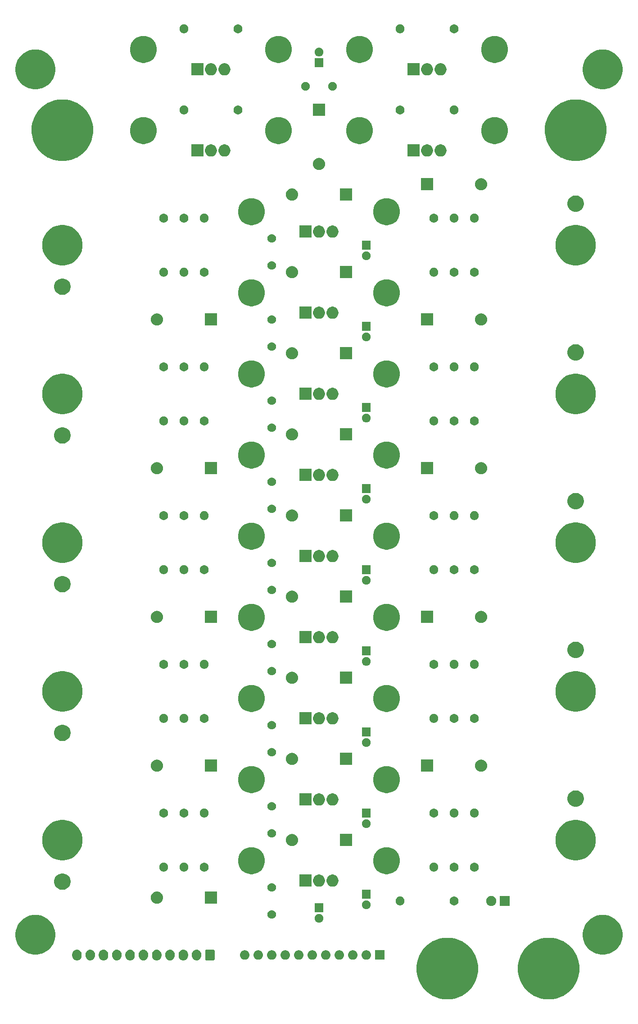
<source format=gbr>
G04 #@! TF.GenerationSoftware,KiCad,Pcbnew,(5.1.4)-1*
G04 #@! TF.CreationDate,2019-10-06T02:51:01-04:00*
G04 #@! TF.ProjectId,Fusion Cell Emulator,46757369-6f6e-4204-9365-6c6c20456d75,rev?*
G04 #@! TF.SameCoordinates,Original*
G04 #@! TF.FileFunction,Soldermask,Top*
G04 #@! TF.FilePolarity,Negative*
%FSLAX46Y46*%
G04 Gerber Fmt 4.6, Leading zero omitted, Abs format (unit mm)*
G04 Created by KiCad (PCBNEW (5.1.4)-1) date 2019-10-06 02:51:01*
%MOMM*%
%LPD*%
G04 APERTURE LIST*
%ADD10C,0.100000*%
G04 APERTURE END LIST*
D10*
G36*
X196429640Y-122537508D02*
G01*
X197268329Y-122704334D01*
X197984219Y-123000866D01*
X198321693Y-123140652D01*
X199269699Y-123774089D01*
X200075911Y-124580301D01*
X200709348Y-125528307D01*
X200763110Y-125658100D01*
X201145666Y-126581671D01*
X201368100Y-127699923D01*
X201368100Y-128840077D01*
X201145666Y-129958329D01*
X200849134Y-130674219D01*
X200709348Y-131011693D01*
X200075911Y-131959699D01*
X199269699Y-132765911D01*
X198321693Y-133399348D01*
X197984219Y-133539134D01*
X197268329Y-133835666D01*
X196429640Y-134002491D01*
X196150078Y-134058100D01*
X195009922Y-134058100D01*
X194730360Y-134002491D01*
X193891671Y-133835666D01*
X193175781Y-133539134D01*
X192838307Y-133399348D01*
X191890301Y-132765911D01*
X191084089Y-131959699D01*
X190450652Y-131011693D01*
X190310866Y-130674219D01*
X190014334Y-129958329D01*
X189791900Y-128840077D01*
X189791900Y-127699923D01*
X190014334Y-126581671D01*
X190396890Y-125658100D01*
X190450652Y-125528307D01*
X191084089Y-124580301D01*
X191890301Y-123774089D01*
X192838307Y-123140652D01*
X193175781Y-123000866D01*
X193891671Y-122704334D01*
X194730360Y-122537508D01*
X195009922Y-122481900D01*
X196150078Y-122481900D01*
X196429640Y-122537508D01*
X196429640Y-122537508D01*
G37*
G36*
X177379640Y-122537508D02*
G01*
X178218329Y-122704334D01*
X178934219Y-123000866D01*
X179271693Y-123140652D01*
X180219699Y-123774089D01*
X181025911Y-124580301D01*
X181659348Y-125528307D01*
X181713110Y-125658100D01*
X182095666Y-126581671D01*
X182318100Y-127699923D01*
X182318100Y-128840077D01*
X182095666Y-129958329D01*
X181799134Y-130674219D01*
X181659348Y-131011693D01*
X181025911Y-131959699D01*
X180219699Y-132765911D01*
X179271693Y-133399348D01*
X178934219Y-133539134D01*
X178218329Y-133835666D01*
X177379640Y-134002491D01*
X177100078Y-134058100D01*
X175959922Y-134058100D01*
X175680360Y-134002491D01*
X174841671Y-133835666D01*
X174125781Y-133539134D01*
X173788307Y-133399348D01*
X172840301Y-132765911D01*
X172034089Y-131959699D01*
X171400652Y-131011693D01*
X171260866Y-130674219D01*
X170964334Y-129958329D01*
X170741900Y-128840077D01*
X170741900Y-127699923D01*
X170964334Y-126581671D01*
X171346890Y-125658100D01*
X171400652Y-125528307D01*
X172034089Y-124580301D01*
X172840301Y-123774089D01*
X173788307Y-123140652D01*
X174125781Y-123000866D01*
X174841671Y-122704334D01*
X175680360Y-122537508D01*
X175959922Y-122481900D01*
X177100078Y-122481900D01*
X177379640Y-122537508D01*
X177379640Y-122537508D01*
G37*
G36*
X129554098Y-124729750D02*
G01*
X129721506Y-124780533D01*
X129721508Y-124780534D01*
X129875791Y-124863000D01*
X130011021Y-124973979D01*
X130122000Y-125109209D01*
X130188814Y-125234209D01*
X130204467Y-125263494D01*
X130255250Y-125430903D01*
X130268100Y-125561372D01*
X130268100Y-125898629D01*
X130255250Y-126029098D01*
X130204467Y-126196505D01*
X130204466Y-126196508D01*
X130122000Y-126350791D01*
X130011021Y-126486021D01*
X129875791Y-126597000D01*
X129782694Y-126646761D01*
X129721505Y-126679467D01*
X129554097Y-126730250D01*
X129380000Y-126747397D01*
X129205902Y-126730250D01*
X129038494Y-126679467D01*
X128977305Y-126646761D01*
X128884209Y-126597000D01*
X128748979Y-126486021D01*
X128638000Y-126350791D01*
X128555534Y-126196507D01*
X128555533Y-126196505D01*
X128504750Y-126029097D01*
X128491900Y-125898628D01*
X128491900Y-125561371D01*
X128504750Y-125430902D01*
X128555533Y-125263494D01*
X128571186Y-125234209D01*
X128638000Y-125109209D01*
X128748977Y-124973983D01*
X128748979Y-124973982D01*
X128748980Y-124973980D01*
X128884212Y-124862999D01*
X129038495Y-124780533D01*
X129205903Y-124729750D01*
X129380000Y-124712603D01*
X129554098Y-124729750D01*
X129554098Y-124729750D01*
G37*
G36*
X114554098Y-124729750D02*
G01*
X114721506Y-124780533D01*
X114721508Y-124780534D01*
X114875791Y-124863000D01*
X115011021Y-124973979D01*
X115122000Y-125109209D01*
X115188814Y-125234209D01*
X115204467Y-125263494D01*
X115255250Y-125430903D01*
X115268100Y-125561372D01*
X115268100Y-125898629D01*
X115255250Y-126029098D01*
X115204467Y-126196505D01*
X115204466Y-126196508D01*
X115122000Y-126350791D01*
X115011021Y-126486021D01*
X114875791Y-126597000D01*
X114782694Y-126646761D01*
X114721505Y-126679467D01*
X114554097Y-126730250D01*
X114380000Y-126747397D01*
X114205902Y-126730250D01*
X114038494Y-126679467D01*
X113977305Y-126646761D01*
X113884209Y-126597000D01*
X113748979Y-126486021D01*
X113638000Y-126350791D01*
X113555534Y-126196507D01*
X113555533Y-126196505D01*
X113504750Y-126029097D01*
X113491900Y-125898628D01*
X113491900Y-125561371D01*
X113504750Y-125430902D01*
X113555533Y-125263494D01*
X113571186Y-125234209D01*
X113638000Y-125109209D01*
X113748977Y-124973983D01*
X113748979Y-124973982D01*
X113748980Y-124973980D01*
X113884212Y-124862999D01*
X114038495Y-124780533D01*
X114205903Y-124729750D01*
X114380000Y-124712603D01*
X114554098Y-124729750D01*
X114554098Y-124729750D01*
G37*
G36*
X107054098Y-124729750D02*
G01*
X107221506Y-124780533D01*
X107221508Y-124780534D01*
X107375791Y-124863000D01*
X107511021Y-124973979D01*
X107622000Y-125109209D01*
X107688814Y-125234209D01*
X107704467Y-125263494D01*
X107755250Y-125430903D01*
X107768100Y-125561372D01*
X107768100Y-125898629D01*
X107755250Y-126029098D01*
X107704467Y-126196505D01*
X107704466Y-126196508D01*
X107622000Y-126350791D01*
X107511021Y-126486021D01*
X107375791Y-126597000D01*
X107282694Y-126646761D01*
X107221505Y-126679467D01*
X107054097Y-126730250D01*
X106880000Y-126747397D01*
X106705902Y-126730250D01*
X106538494Y-126679467D01*
X106477305Y-126646761D01*
X106384209Y-126597000D01*
X106248979Y-126486021D01*
X106138000Y-126350791D01*
X106055534Y-126196507D01*
X106055533Y-126196505D01*
X106004750Y-126029097D01*
X105991900Y-125898628D01*
X105991900Y-125561371D01*
X106004750Y-125430902D01*
X106055533Y-125263494D01*
X106071186Y-125234209D01*
X106138000Y-125109209D01*
X106248977Y-124973983D01*
X106248979Y-124973982D01*
X106248980Y-124973980D01*
X106384212Y-124862999D01*
X106538495Y-124780533D01*
X106705903Y-124729750D01*
X106880000Y-124712603D01*
X107054098Y-124729750D01*
X107054098Y-124729750D01*
G37*
G36*
X109554098Y-124729750D02*
G01*
X109721506Y-124780533D01*
X109721508Y-124780534D01*
X109875791Y-124863000D01*
X110011021Y-124973979D01*
X110122000Y-125109209D01*
X110188814Y-125234209D01*
X110204467Y-125263494D01*
X110255250Y-125430903D01*
X110268100Y-125561372D01*
X110268100Y-125898629D01*
X110255250Y-126029098D01*
X110204467Y-126196505D01*
X110204466Y-126196508D01*
X110122000Y-126350791D01*
X110011021Y-126486021D01*
X109875791Y-126597000D01*
X109782694Y-126646761D01*
X109721505Y-126679467D01*
X109554097Y-126730250D01*
X109380000Y-126747397D01*
X109205902Y-126730250D01*
X109038494Y-126679467D01*
X108977305Y-126646761D01*
X108884209Y-126597000D01*
X108748979Y-126486021D01*
X108638000Y-126350791D01*
X108555534Y-126196507D01*
X108555533Y-126196505D01*
X108504750Y-126029097D01*
X108491900Y-125898628D01*
X108491900Y-125561371D01*
X108504750Y-125430902D01*
X108555533Y-125263494D01*
X108571186Y-125234209D01*
X108638000Y-125109209D01*
X108748977Y-124973983D01*
X108748979Y-124973982D01*
X108748980Y-124973980D01*
X108884212Y-124862999D01*
X109038495Y-124780533D01*
X109205903Y-124729750D01*
X109380000Y-124712603D01*
X109554098Y-124729750D01*
X109554098Y-124729750D01*
G37*
G36*
X117054098Y-124729750D02*
G01*
X117221506Y-124780533D01*
X117221508Y-124780534D01*
X117375791Y-124863000D01*
X117511021Y-124973979D01*
X117622000Y-125109209D01*
X117688814Y-125234209D01*
X117704467Y-125263494D01*
X117755250Y-125430903D01*
X117768100Y-125561372D01*
X117768100Y-125898629D01*
X117755250Y-126029098D01*
X117704467Y-126196505D01*
X117704466Y-126196508D01*
X117622000Y-126350791D01*
X117511021Y-126486021D01*
X117375791Y-126597000D01*
X117282694Y-126646761D01*
X117221505Y-126679467D01*
X117054097Y-126730250D01*
X116880000Y-126747397D01*
X116705902Y-126730250D01*
X116538494Y-126679467D01*
X116477305Y-126646761D01*
X116384209Y-126597000D01*
X116248979Y-126486021D01*
X116138000Y-126350791D01*
X116055534Y-126196507D01*
X116055533Y-126196505D01*
X116004750Y-126029097D01*
X115991900Y-125898628D01*
X115991900Y-125561371D01*
X116004750Y-125430902D01*
X116055533Y-125263494D01*
X116071186Y-125234209D01*
X116138000Y-125109209D01*
X116248977Y-124973983D01*
X116248979Y-124973982D01*
X116248980Y-124973980D01*
X116384212Y-124862999D01*
X116538495Y-124780533D01*
X116705903Y-124729750D01*
X116880000Y-124712603D01*
X117054098Y-124729750D01*
X117054098Y-124729750D01*
G37*
G36*
X119554098Y-124729750D02*
G01*
X119721506Y-124780533D01*
X119721508Y-124780534D01*
X119875791Y-124863000D01*
X120011021Y-124973979D01*
X120122000Y-125109209D01*
X120188814Y-125234209D01*
X120204467Y-125263494D01*
X120255250Y-125430903D01*
X120268100Y-125561372D01*
X120268100Y-125898629D01*
X120255250Y-126029098D01*
X120204467Y-126196505D01*
X120204466Y-126196508D01*
X120122000Y-126350791D01*
X120011021Y-126486021D01*
X119875791Y-126597000D01*
X119782694Y-126646761D01*
X119721505Y-126679467D01*
X119554097Y-126730250D01*
X119380000Y-126747397D01*
X119205902Y-126730250D01*
X119038494Y-126679467D01*
X118977305Y-126646761D01*
X118884209Y-126597000D01*
X118748979Y-126486021D01*
X118638000Y-126350791D01*
X118555534Y-126196507D01*
X118555533Y-126196505D01*
X118504750Y-126029097D01*
X118491900Y-125898628D01*
X118491900Y-125561371D01*
X118504750Y-125430902D01*
X118555533Y-125263494D01*
X118571186Y-125234209D01*
X118638000Y-125109209D01*
X118748977Y-124973983D01*
X118748979Y-124973982D01*
X118748980Y-124973980D01*
X118884212Y-124862999D01*
X119038495Y-124780533D01*
X119205903Y-124729750D01*
X119380000Y-124712603D01*
X119554098Y-124729750D01*
X119554098Y-124729750D01*
G37*
G36*
X124554098Y-124729750D02*
G01*
X124721506Y-124780533D01*
X124721508Y-124780534D01*
X124875791Y-124863000D01*
X125011021Y-124973979D01*
X125122000Y-125109209D01*
X125188814Y-125234209D01*
X125204467Y-125263494D01*
X125255250Y-125430903D01*
X125268100Y-125561372D01*
X125268100Y-125898629D01*
X125255250Y-126029098D01*
X125204467Y-126196505D01*
X125204466Y-126196508D01*
X125122000Y-126350791D01*
X125011021Y-126486021D01*
X124875791Y-126597000D01*
X124782694Y-126646761D01*
X124721505Y-126679467D01*
X124554097Y-126730250D01*
X124380000Y-126747397D01*
X124205902Y-126730250D01*
X124038494Y-126679467D01*
X123977305Y-126646761D01*
X123884209Y-126597000D01*
X123748979Y-126486021D01*
X123638000Y-126350791D01*
X123555534Y-126196507D01*
X123555533Y-126196505D01*
X123504750Y-126029097D01*
X123491900Y-125898628D01*
X123491900Y-125561371D01*
X123504750Y-125430902D01*
X123555533Y-125263494D01*
X123571186Y-125234209D01*
X123638000Y-125109209D01*
X123748977Y-124973983D01*
X123748979Y-124973982D01*
X123748980Y-124973980D01*
X123884212Y-124862999D01*
X124038495Y-124780533D01*
X124205903Y-124729750D01*
X124380000Y-124712603D01*
X124554098Y-124729750D01*
X124554098Y-124729750D01*
G37*
G36*
X122054098Y-124729750D02*
G01*
X122221506Y-124780533D01*
X122221508Y-124780534D01*
X122375791Y-124863000D01*
X122511021Y-124973979D01*
X122622000Y-125109209D01*
X122688814Y-125234209D01*
X122704467Y-125263494D01*
X122755250Y-125430903D01*
X122768100Y-125561372D01*
X122768100Y-125898629D01*
X122755250Y-126029098D01*
X122704467Y-126196505D01*
X122704466Y-126196508D01*
X122622000Y-126350791D01*
X122511021Y-126486021D01*
X122375791Y-126597000D01*
X122282694Y-126646761D01*
X122221505Y-126679467D01*
X122054097Y-126730250D01*
X121880000Y-126747397D01*
X121705902Y-126730250D01*
X121538494Y-126679467D01*
X121477305Y-126646761D01*
X121384209Y-126597000D01*
X121248979Y-126486021D01*
X121138000Y-126350791D01*
X121055534Y-126196507D01*
X121055533Y-126196505D01*
X121004750Y-126029097D01*
X120991900Y-125898628D01*
X120991900Y-125561371D01*
X121004750Y-125430902D01*
X121055533Y-125263494D01*
X121071186Y-125234209D01*
X121138000Y-125109209D01*
X121248977Y-124973983D01*
X121248979Y-124973982D01*
X121248980Y-124973980D01*
X121384212Y-124862999D01*
X121538495Y-124780533D01*
X121705903Y-124729750D01*
X121880000Y-124712603D01*
X122054098Y-124729750D01*
X122054098Y-124729750D01*
G37*
G36*
X127054098Y-124729750D02*
G01*
X127221506Y-124780533D01*
X127221508Y-124780534D01*
X127375791Y-124863000D01*
X127511021Y-124973979D01*
X127622000Y-125109209D01*
X127688814Y-125234209D01*
X127704467Y-125263494D01*
X127755250Y-125430903D01*
X127768100Y-125561372D01*
X127768100Y-125898629D01*
X127755250Y-126029098D01*
X127704467Y-126196505D01*
X127704466Y-126196508D01*
X127622000Y-126350791D01*
X127511021Y-126486021D01*
X127375791Y-126597000D01*
X127282694Y-126646761D01*
X127221505Y-126679467D01*
X127054097Y-126730250D01*
X126880000Y-126747397D01*
X126705902Y-126730250D01*
X126538494Y-126679467D01*
X126477305Y-126646761D01*
X126384209Y-126597000D01*
X126248979Y-126486021D01*
X126138000Y-126350791D01*
X126055534Y-126196507D01*
X126055533Y-126196505D01*
X126004750Y-126029097D01*
X125991900Y-125898628D01*
X125991900Y-125561371D01*
X126004750Y-125430902D01*
X126055533Y-125263494D01*
X126071186Y-125234209D01*
X126138000Y-125109209D01*
X126248977Y-124973983D01*
X126248979Y-124973982D01*
X126248980Y-124973980D01*
X126384212Y-124862999D01*
X126538495Y-124780533D01*
X126705903Y-124729750D01*
X126880000Y-124712603D01*
X127054098Y-124729750D01*
X127054098Y-124729750D01*
G37*
G36*
X112054098Y-124729750D02*
G01*
X112221506Y-124780533D01*
X112221508Y-124780534D01*
X112375791Y-124863000D01*
X112511021Y-124973979D01*
X112622000Y-125109209D01*
X112688814Y-125234209D01*
X112704467Y-125263494D01*
X112755250Y-125430903D01*
X112768100Y-125561372D01*
X112768100Y-125898629D01*
X112755250Y-126029098D01*
X112704467Y-126196505D01*
X112704466Y-126196508D01*
X112622000Y-126350791D01*
X112511021Y-126486021D01*
X112375791Y-126597000D01*
X112282694Y-126646761D01*
X112221505Y-126679467D01*
X112054097Y-126730250D01*
X111880000Y-126747397D01*
X111705902Y-126730250D01*
X111538494Y-126679467D01*
X111477305Y-126646761D01*
X111384209Y-126597000D01*
X111248979Y-126486021D01*
X111138000Y-126350791D01*
X111055534Y-126196507D01*
X111055533Y-126196505D01*
X111004750Y-126029097D01*
X110991900Y-125898628D01*
X110991900Y-125561371D01*
X111004750Y-125430902D01*
X111055533Y-125263494D01*
X111071186Y-125234209D01*
X111138000Y-125109209D01*
X111248977Y-124973983D01*
X111248979Y-124973982D01*
X111248980Y-124973980D01*
X111384212Y-124862999D01*
X111538495Y-124780533D01*
X111705903Y-124729750D01*
X111880000Y-124712603D01*
X112054098Y-124729750D01*
X112054098Y-124729750D01*
G37*
G36*
X132593868Y-124721359D02*
G01*
X132634408Y-124733656D01*
X132671761Y-124753622D01*
X132704505Y-124780495D01*
X132731378Y-124813239D01*
X132751344Y-124850592D01*
X132763641Y-124891132D01*
X132768100Y-124936400D01*
X132768100Y-126523600D01*
X132763641Y-126568868D01*
X132751344Y-126609408D01*
X132731378Y-126646761D01*
X132704505Y-126679505D01*
X132671761Y-126706378D01*
X132634408Y-126726344D01*
X132593868Y-126738641D01*
X132548600Y-126743100D01*
X131211400Y-126743100D01*
X131166132Y-126738641D01*
X131125592Y-126726344D01*
X131088239Y-126706378D01*
X131055495Y-126679505D01*
X131028622Y-126646761D01*
X131008656Y-126609408D01*
X130996359Y-126568868D01*
X130991900Y-126523600D01*
X130991900Y-124936400D01*
X130996359Y-124891132D01*
X131008656Y-124850592D01*
X131028622Y-124813239D01*
X131055495Y-124780495D01*
X131088239Y-124753622D01*
X131125592Y-124733656D01*
X131166132Y-124721359D01*
X131211400Y-124716900D01*
X132548600Y-124716900D01*
X132593868Y-124721359D01*
X132593868Y-124721359D01*
G37*
G36*
X148764098Y-124854750D02*
G01*
X148931506Y-124905533D01*
X148931508Y-124905534D01*
X149085791Y-124988000D01*
X149221021Y-125098979D01*
X149332000Y-125234209D01*
X149332001Y-125234211D01*
X149414467Y-125388494D01*
X149465250Y-125555902D01*
X149482397Y-125730000D01*
X149465250Y-125904098D01*
X149427331Y-126029098D01*
X149414466Y-126071508D01*
X149332000Y-126225791D01*
X149221021Y-126361021D01*
X149085791Y-126472000D01*
X148989254Y-126523600D01*
X148931506Y-126554467D01*
X148764098Y-126605250D01*
X148633629Y-126618100D01*
X148546371Y-126618100D01*
X148415902Y-126605250D01*
X148248494Y-126554467D01*
X148190746Y-126523600D01*
X148094209Y-126472000D01*
X147958979Y-126361021D01*
X147848000Y-126225791D01*
X147765534Y-126071508D01*
X147752669Y-126029098D01*
X147714750Y-125904098D01*
X147697603Y-125730000D01*
X147714750Y-125555902D01*
X147765533Y-125388494D01*
X147847999Y-125234211D01*
X147848000Y-125234209D01*
X147958979Y-125098979D01*
X148094209Y-124988000D01*
X148248492Y-124905534D01*
X148248494Y-124905533D01*
X148415902Y-124854750D01*
X148546371Y-124841900D01*
X148633629Y-124841900D01*
X148764098Y-124854750D01*
X148764098Y-124854750D01*
G37*
G36*
X151304098Y-124854750D02*
G01*
X151471506Y-124905533D01*
X151471508Y-124905534D01*
X151625791Y-124988000D01*
X151761021Y-125098979D01*
X151872000Y-125234209D01*
X151872001Y-125234211D01*
X151954467Y-125388494D01*
X152005250Y-125555902D01*
X152022397Y-125730000D01*
X152005250Y-125904098D01*
X151967331Y-126029098D01*
X151954466Y-126071508D01*
X151872000Y-126225791D01*
X151761021Y-126361021D01*
X151625791Y-126472000D01*
X151529254Y-126523600D01*
X151471506Y-126554467D01*
X151304098Y-126605250D01*
X151173629Y-126618100D01*
X151086371Y-126618100D01*
X150955902Y-126605250D01*
X150788494Y-126554467D01*
X150730746Y-126523600D01*
X150634209Y-126472000D01*
X150498979Y-126361021D01*
X150388000Y-126225791D01*
X150305534Y-126071508D01*
X150292669Y-126029098D01*
X150254750Y-125904098D01*
X150237603Y-125730000D01*
X150254750Y-125555902D01*
X150305533Y-125388494D01*
X150387999Y-125234211D01*
X150388000Y-125234209D01*
X150498979Y-125098979D01*
X150634209Y-124988000D01*
X150788492Y-124905534D01*
X150788494Y-124905533D01*
X150955902Y-124854750D01*
X151086371Y-124841900D01*
X151173629Y-124841900D01*
X151304098Y-124854750D01*
X151304098Y-124854750D01*
G37*
G36*
X153844098Y-124854750D02*
G01*
X154011506Y-124905533D01*
X154011508Y-124905534D01*
X154165791Y-124988000D01*
X154301021Y-125098979D01*
X154412000Y-125234209D01*
X154412001Y-125234211D01*
X154494467Y-125388494D01*
X154545250Y-125555902D01*
X154562397Y-125730000D01*
X154545250Y-125904098D01*
X154507331Y-126029098D01*
X154494466Y-126071508D01*
X154412000Y-126225791D01*
X154301021Y-126361021D01*
X154165791Y-126472000D01*
X154069254Y-126523600D01*
X154011506Y-126554467D01*
X153844098Y-126605250D01*
X153713629Y-126618100D01*
X153626371Y-126618100D01*
X153495902Y-126605250D01*
X153328494Y-126554467D01*
X153270746Y-126523600D01*
X153174209Y-126472000D01*
X153038979Y-126361021D01*
X152928000Y-126225791D01*
X152845534Y-126071508D01*
X152832669Y-126029098D01*
X152794750Y-125904098D01*
X152777603Y-125730000D01*
X152794750Y-125555902D01*
X152845533Y-125388494D01*
X152927999Y-125234211D01*
X152928000Y-125234209D01*
X153038979Y-125098979D01*
X153174209Y-124988000D01*
X153328492Y-124905534D01*
X153328494Y-124905533D01*
X153495902Y-124854750D01*
X153626371Y-124841900D01*
X153713629Y-124841900D01*
X153844098Y-124854750D01*
X153844098Y-124854750D01*
G37*
G36*
X156384098Y-124854750D02*
G01*
X156551506Y-124905533D01*
X156551508Y-124905534D01*
X156705791Y-124988000D01*
X156841021Y-125098979D01*
X156952000Y-125234209D01*
X156952001Y-125234211D01*
X157034467Y-125388494D01*
X157085250Y-125555902D01*
X157102397Y-125730000D01*
X157085250Y-125904098D01*
X157047331Y-126029098D01*
X157034466Y-126071508D01*
X156952000Y-126225791D01*
X156841021Y-126361021D01*
X156705791Y-126472000D01*
X156609254Y-126523600D01*
X156551506Y-126554467D01*
X156384098Y-126605250D01*
X156253629Y-126618100D01*
X156166371Y-126618100D01*
X156035902Y-126605250D01*
X155868494Y-126554467D01*
X155810746Y-126523600D01*
X155714209Y-126472000D01*
X155578979Y-126361021D01*
X155468000Y-126225791D01*
X155385534Y-126071508D01*
X155372669Y-126029098D01*
X155334750Y-125904098D01*
X155317603Y-125730000D01*
X155334750Y-125555902D01*
X155385533Y-125388494D01*
X155467999Y-125234211D01*
X155468000Y-125234209D01*
X155578979Y-125098979D01*
X155714209Y-124988000D01*
X155868492Y-124905534D01*
X155868494Y-124905533D01*
X156035902Y-124854750D01*
X156166371Y-124841900D01*
X156253629Y-124841900D01*
X156384098Y-124854750D01*
X156384098Y-124854750D01*
G37*
G36*
X158924098Y-124854750D02*
G01*
X159091506Y-124905533D01*
X159091508Y-124905534D01*
X159245791Y-124988000D01*
X159381021Y-125098979D01*
X159492000Y-125234209D01*
X159492001Y-125234211D01*
X159574467Y-125388494D01*
X159625250Y-125555902D01*
X159642397Y-125730000D01*
X159625250Y-125904098D01*
X159587331Y-126029098D01*
X159574466Y-126071508D01*
X159492000Y-126225791D01*
X159381021Y-126361021D01*
X159245791Y-126472000D01*
X159149254Y-126523600D01*
X159091506Y-126554467D01*
X158924098Y-126605250D01*
X158793629Y-126618100D01*
X158706371Y-126618100D01*
X158575902Y-126605250D01*
X158408494Y-126554467D01*
X158350746Y-126523600D01*
X158254209Y-126472000D01*
X158118979Y-126361021D01*
X158008000Y-126225791D01*
X157925534Y-126071508D01*
X157912669Y-126029098D01*
X157874750Y-125904098D01*
X157857603Y-125730000D01*
X157874750Y-125555902D01*
X157925533Y-125388494D01*
X158007999Y-125234211D01*
X158008000Y-125234209D01*
X158118979Y-125098979D01*
X158254209Y-124988000D01*
X158408492Y-124905534D01*
X158408494Y-124905533D01*
X158575902Y-124854750D01*
X158706371Y-124841900D01*
X158793629Y-124841900D01*
X158924098Y-124854750D01*
X158924098Y-124854750D01*
G37*
G36*
X161464098Y-124854750D02*
G01*
X161631506Y-124905533D01*
X161631508Y-124905534D01*
X161785791Y-124988000D01*
X161921021Y-125098979D01*
X162032000Y-125234209D01*
X162032001Y-125234211D01*
X162114467Y-125388494D01*
X162165250Y-125555902D01*
X162182397Y-125730000D01*
X162165250Y-125904098D01*
X162127331Y-126029098D01*
X162114466Y-126071508D01*
X162032000Y-126225791D01*
X161921021Y-126361021D01*
X161785791Y-126472000D01*
X161689254Y-126523600D01*
X161631506Y-126554467D01*
X161464098Y-126605250D01*
X161333629Y-126618100D01*
X161246371Y-126618100D01*
X161115902Y-126605250D01*
X160948494Y-126554467D01*
X160890746Y-126523600D01*
X160794209Y-126472000D01*
X160658979Y-126361021D01*
X160548000Y-126225791D01*
X160465534Y-126071508D01*
X160452669Y-126029098D01*
X160414750Y-125904098D01*
X160397603Y-125730000D01*
X160414750Y-125555902D01*
X160465533Y-125388494D01*
X160547999Y-125234211D01*
X160548000Y-125234209D01*
X160658979Y-125098979D01*
X160794209Y-124988000D01*
X160948492Y-124905534D01*
X160948494Y-124905533D01*
X161115902Y-124854750D01*
X161246371Y-124841900D01*
X161333629Y-124841900D01*
X161464098Y-124854750D01*
X161464098Y-124854750D01*
G37*
G36*
X164718100Y-126618100D02*
G01*
X162941900Y-126618100D01*
X162941900Y-124841900D01*
X164718100Y-124841900D01*
X164718100Y-126618100D01*
X164718100Y-126618100D01*
G37*
G36*
X143684098Y-124854750D02*
G01*
X143851506Y-124905533D01*
X143851508Y-124905534D01*
X144005791Y-124988000D01*
X144141021Y-125098979D01*
X144252000Y-125234209D01*
X144252001Y-125234211D01*
X144334467Y-125388494D01*
X144385250Y-125555902D01*
X144402397Y-125730000D01*
X144385250Y-125904098D01*
X144347331Y-126029098D01*
X144334466Y-126071508D01*
X144252000Y-126225791D01*
X144141021Y-126361021D01*
X144005791Y-126472000D01*
X143909254Y-126523600D01*
X143851506Y-126554467D01*
X143684098Y-126605250D01*
X143553629Y-126618100D01*
X143466371Y-126618100D01*
X143335902Y-126605250D01*
X143168494Y-126554467D01*
X143110746Y-126523600D01*
X143014209Y-126472000D01*
X142878979Y-126361021D01*
X142768000Y-126225791D01*
X142685534Y-126071508D01*
X142672669Y-126029098D01*
X142634750Y-125904098D01*
X142617603Y-125730000D01*
X142634750Y-125555902D01*
X142685533Y-125388494D01*
X142767999Y-125234211D01*
X142768000Y-125234209D01*
X142878979Y-125098979D01*
X143014209Y-124988000D01*
X143168492Y-124905534D01*
X143168494Y-124905533D01*
X143335902Y-124854750D01*
X143466371Y-124841900D01*
X143553629Y-124841900D01*
X143684098Y-124854750D01*
X143684098Y-124854750D01*
G37*
G36*
X146224098Y-124854750D02*
G01*
X146391506Y-124905533D01*
X146391508Y-124905534D01*
X146545791Y-124988000D01*
X146681021Y-125098979D01*
X146792000Y-125234209D01*
X146792001Y-125234211D01*
X146874467Y-125388494D01*
X146925250Y-125555902D01*
X146942397Y-125730000D01*
X146925250Y-125904098D01*
X146887331Y-126029098D01*
X146874466Y-126071508D01*
X146792000Y-126225791D01*
X146681021Y-126361021D01*
X146545791Y-126472000D01*
X146449254Y-126523600D01*
X146391506Y-126554467D01*
X146224098Y-126605250D01*
X146093629Y-126618100D01*
X146006371Y-126618100D01*
X145875902Y-126605250D01*
X145708494Y-126554467D01*
X145650746Y-126523600D01*
X145554209Y-126472000D01*
X145418979Y-126361021D01*
X145308000Y-126225791D01*
X145225534Y-126071508D01*
X145212669Y-126029098D01*
X145174750Y-125904098D01*
X145157603Y-125730000D01*
X145174750Y-125555902D01*
X145225533Y-125388494D01*
X145307999Y-125234211D01*
X145308000Y-125234209D01*
X145418979Y-125098979D01*
X145554209Y-124988000D01*
X145708492Y-124905534D01*
X145708494Y-124905533D01*
X145875902Y-124854750D01*
X146006371Y-124841900D01*
X146093629Y-124841900D01*
X146224098Y-124854750D01*
X146224098Y-124854750D01*
G37*
G36*
X141144098Y-124854750D02*
G01*
X141311506Y-124905533D01*
X141311508Y-124905534D01*
X141465791Y-124988000D01*
X141601021Y-125098979D01*
X141712000Y-125234209D01*
X141712001Y-125234211D01*
X141794467Y-125388494D01*
X141845250Y-125555902D01*
X141862397Y-125730000D01*
X141845250Y-125904098D01*
X141807331Y-126029098D01*
X141794466Y-126071508D01*
X141712000Y-126225791D01*
X141601021Y-126361021D01*
X141465791Y-126472000D01*
X141369254Y-126523600D01*
X141311506Y-126554467D01*
X141144098Y-126605250D01*
X141013629Y-126618100D01*
X140926371Y-126618100D01*
X140795902Y-126605250D01*
X140628494Y-126554467D01*
X140570746Y-126523600D01*
X140474209Y-126472000D01*
X140338979Y-126361021D01*
X140228000Y-126225791D01*
X140145534Y-126071508D01*
X140132669Y-126029098D01*
X140094750Y-125904098D01*
X140077603Y-125730000D01*
X140094750Y-125555902D01*
X140145533Y-125388494D01*
X140227999Y-125234211D01*
X140228000Y-125234209D01*
X140338979Y-125098979D01*
X140474209Y-124988000D01*
X140628492Y-124905534D01*
X140628494Y-124905533D01*
X140795902Y-124854750D01*
X140926371Y-124841900D01*
X141013629Y-124841900D01*
X141144098Y-124854750D01*
X141144098Y-124854750D01*
G37*
G36*
X138604098Y-124854750D02*
G01*
X138771506Y-124905533D01*
X138771508Y-124905534D01*
X138925791Y-124988000D01*
X139061021Y-125098979D01*
X139172000Y-125234209D01*
X139172001Y-125234211D01*
X139254467Y-125388494D01*
X139305250Y-125555902D01*
X139322397Y-125730000D01*
X139305250Y-125904098D01*
X139267331Y-126029098D01*
X139254466Y-126071508D01*
X139172000Y-126225791D01*
X139061021Y-126361021D01*
X138925791Y-126472000D01*
X138829254Y-126523600D01*
X138771506Y-126554467D01*
X138604098Y-126605250D01*
X138473629Y-126618100D01*
X138386371Y-126618100D01*
X138255902Y-126605250D01*
X138088494Y-126554467D01*
X138030746Y-126523600D01*
X137934209Y-126472000D01*
X137798979Y-126361021D01*
X137688000Y-126225791D01*
X137605534Y-126071508D01*
X137592669Y-126029098D01*
X137554750Y-125904098D01*
X137537603Y-125730000D01*
X137554750Y-125555902D01*
X137605533Y-125388494D01*
X137687999Y-125234211D01*
X137688000Y-125234209D01*
X137798979Y-125098979D01*
X137934209Y-124988000D01*
X138088492Y-124905534D01*
X138088494Y-124905533D01*
X138255902Y-124854750D01*
X138386371Y-124841900D01*
X138473629Y-124841900D01*
X138604098Y-124854750D01*
X138604098Y-124854750D01*
G37*
G36*
X100150364Y-118325553D02*
G01*
X100276013Y-118377599D01*
X100830651Y-118607337D01*
X100830654Y-118607339D01*
X101442900Y-119016428D01*
X101963572Y-119537100D01*
X102036264Y-119645892D01*
X102372663Y-120149349D01*
X102602401Y-120703987D01*
X102654447Y-120829636D01*
X102798100Y-121551829D01*
X102798100Y-122288171D01*
X102654447Y-123010364D01*
X102654446Y-123010366D01*
X102372663Y-123690651D01*
X102372661Y-123690654D01*
X101963572Y-124302900D01*
X101442900Y-124823572D01*
X101030722Y-125098980D01*
X100830651Y-125232663D01*
X100276013Y-125462401D01*
X100150364Y-125514447D01*
X99428171Y-125658100D01*
X98691829Y-125658100D01*
X97969636Y-125514447D01*
X97843987Y-125462401D01*
X97289349Y-125232663D01*
X97089278Y-125098980D01*
X96677100Y-124823572D01*
X96156428Y-124302900D01*
X95747339Y-123690654D01*
X95747337Y-123690651D01*
X95465554Y-123010366D01*
X95465553Y-123010364D01*
X95321900Y-122288171D01*
X95321900Y-121551829D01*
X95465553Y-120829636D01*
X95517599Y-120703987D01*
X95747337Y-120149349D01*
X96083736Y-119645892D01*
X96156428Y-119537100D01*
X96677100Y-119016428D01*
X97289346Y-118607339D01*
X97289349Y-118607337D01*
X97843987Y-118377599D01*
X97969636Y-118325553D01*
X98691829Y-118181900D01*
X99428171Y-118181900D01*
X100150364Y-118325553D01*
X100150364Y-118325553D01*
G37*
G36*
X206830364Y-118325553D02*
G01*
X206956013Y-118377599D01*
X207510651Y-118607337D01*
X207510654Y-118607339D01*
X208122900Y-119016428D01*
X208643572Y-119537100D01*
X208716264Y-119645892D01*
X209052663Y-120149349D01*
X209282401Y-120703987D01*
X209334447Y-120829636D01*
X209478100Y-121551829D01*
X209478100Y-122288171D01*
X209334447Y-123010364D01*
X209334446Y-123010366D01*
X209052663Y-123690651D01*
X209052661Y-123690654D01*
X208643572Y-124302900D01*
X208122900Y-124823572D01*
X207710722Y-125098980D01*
X207510651Y-125232663D01*
X206956013Y-125462401D01*
X206830364Y-125514447D01*
X206108171Y-125658100D01*
X205371829Y-125658100D01*
X204649636Y-125514447D01*
X204523987Y-125462401D01*
X203969349Y-125232663D01*
X203769278Y-125098980D01*
X203357100Y-124823572D01*
X202836428Y-124302900D01*
X202427339Y-123690654D01*
X202427337Y-123690651D01*
X202145554Y-123010366D01*
X202145553Y-123010364D01*
X202001900Y-122288171D01*
X202001900Y-121551829D01*
X202145553Y-120829636D01*
X202197599Y-120703987D01*
X202427337Y-120149349D01*
X202763736Y-119645892D01*
X202836428Y-119537100D01*
X203357100Y-119016428D01*
X203969346Y-118607339D01*
X203969349Y-118607337D01*
X204523987Y-118377599D01*
X204649636Y-118325553D01*
X205371829Y-118181900D01*
X206108171Y-118181900D01*
X206830364Y-118325553D01*
X206830364Y-118325553D01*
G37*
G36*
X152536519Y-118012636D02*
G01*
X152644467Y-118034108D01*
X152796986Y-118097284D01*
X152796989Y-118097286D01*
X152934257Y-118189005D01*
X153050995Y-118305743D01*
X153142714Y-118443011D01*
X153142716Y-118443014D01*
X153205892Y-118595533D01*
X153238100Y-118757455D01*
X153238100Y-118922545D01*
X153205892Y-119084467D01*
X153142716Y-119236986D01*
X153142714Y-119236989D01*
X153050995Y-119374257D01*
X152934257Y-119490995D01*
X152796989Y-119582714D01*
X152796986Y-119582716D01*
X152644467Y-119645892D01*
X152536519Y-119667364D01*
X152482546Y-119678100D01*
X152317454Y-119678100D01*
X152263481Y-119667364D01*
X152155533Y-119645892D01*
X152003014Y-119582716D01*
X152003011Y-119582714D01*
X151865743Y-119490995D01*
X151749005Y-119374257D01*
X151657286Y-119236989D01*
X151657284Y-119236986D01*
X151594108Y-119084467D01*
X151561900Y-118922545D01*
X151561900Y-118757455D01*
X151594108Y-118595533D01*
X151657284Y-118443014D01*
X151657286Y-118443011D01*
X151749005Y-118305743D01*
X151865743Y-118189005D01*
X152003011Y-118097286D01*
X152003014Y-118097284D01*
X152155533Y-118034108D01*
X152263481Y-118012636D01*
X152317454Y-118001900D01*
X152482546Y-118001900D01*
X152536519Y-118012636D01*
X152536519Y-118012636D01*
G37*
G36*
X143604218Y-117312966D02*
G01*
X143743384Y-117340647D01*
X143888990Y-117400960D01*
X144020030Y-117488518D01*
X144131482Y-117599970D01*
X144219040Y-117731010D01*
X144279353Y-117876616D01*
X144310100Y-118031198D01*
X144310100Y-118188802D01*
X144279353Y-118343384D01*
X144219040Y-118488990D01*
X144131482Y-118620030D01*
X144020030Y-118731482D01*
X143888990Y-118819040D01*
X143743384Y-118879353D01*
X143604218Y-118907034D01*
X143588803Y-118910100D01*
X143431197Y-118910100D01*
X143415782Y-118907034D01*
X143276616Y-118879353D01*
X143131010Y-118819040D01*
X142999970Y-118731482D01*
X142888518Y-118620030D01*
X142800960Y-118488990D01*
X142740647Y-118343384D01*
X142709900Y-118188802D01*
X142709900Y-118031198D01*
X142740647Y-117876616D01*
X142800960Y-117731010D01*
X142888518Y-117599970D01*
X142999970Y-117488518D01*
X143131010Y-117400960D01*
X143276616Y-117340647D01*
X143415782Y-117312966D01*
X143431197Y-117309900D01*
X143588803Y-117309900D01*
X143604218Y-117312966D01*
X143604218Y-117312966D01*
G37*
G36*
X153238100Y-117678100D02*
G01*
X151561900Y-117678100D01*
X151561900Y-116001900D01*
X153238100Y-116001900D01*
X153238100Y-117678100D01*
X153238100Y-117678100D01*
G37*
G36*
X161426519Y-115472636D02*
G01*
X161534467Y-115494108D01*
X161686986Y-115557284D01*
X161686989Y-115557286D01*
X161824257Y-115649005D01*
X161940995Y-115765743D01*
X161973551Y-115814467D01*
X162032716Y-115903014D01*
X162095892Y-116055533D01*
X162105584Y-116104257D01*
X162128100Y-116217454D01*
X162128100Y-116382546D01*
X162123017Y-116408100D01*
X162095892Y-116544467D01*
X162032716Y-116696986D01*
X162032714Y-116696989D01*
X161940995Y-116834257D01*
X161824257Y-116950995D01*
X161686989Y-117042714D01*
X161686986Y-117042716D01*
X161534467Y-117105892D01*
X161426519Y-117127364D01*
X161372546Y-117138100D01*
X161207454Y-117138100D01*
X161153481Y-117127364D01*
X161045533Y-117105892D01*
X160893014Y-117042716D01*
X160893011Y-117042714D01*
X160755743Y-116950995D01*
X160639005Y-116834257D01*
X160547286Y-116696989D01*
X160547284Y-116696986D01*
X160484108Y-116544467D01*
X160456983Y-116408100D01*
X160451900Y-116382546D01*
X160451900Y-116217454D01*
X160474416Y-116104257D01*
X160484108Y-116055533D01*
X160547284Y-115903014D01*
X160606449Y-115814467D01*
X160639005Y-115765743D01*
X160755743Y-115649005D01*
X160893011Y-115557286D01*
X160893014Y-115557284D01*
X161045533Y-115494108D01*
X161153481Y-115472636D01*
X161207454Y-115461900D01*
X161372546Y-115461900D01*
X161426519Y-115472636D01*
X161426519Y-115472636D01*
G37*
G36*
X184937808Y-114643917D02*
G01*
X185058636Y-114667951D01*
X185229354Y-114738665D01*
X185229357Y-114738667D01*
X185383004Y-114841330D01*
X185513670Y-114971996D01*
X185513671Y-114971998D01*
X185616335Y-115125646D01*
X185687049Y-115296364D01*
X185723100Y-115477606D01*
X185723100Y-115662394D01*
X185687049Y-115843636D01*
X185616335Y-116014354D01*
X185616333Y-116014357D01*
X185513670Y-116168004D01*
X185383004Y-116298670D01*
X185309101Y-116348050D01*
X185229354Y-116401335D01*
X185058636Y-116472049D01*
X184937808Y-116496083D01*
X184877395Y-116508100D01*
X184692605Y-116508100D01*
X184632192Y-116496083D01*
X184511364Y-116472049D01*
X184340646Y-116401335D01*
X184260899Y-116348050D01*
X184186996Y-116298670D01*
X184056330Y-116168004D01*
X183953667Y-116014357D01*
X183953665Y-116014354D01*
X183882951Y-115843636D01*
X183846900Y-115662394D01*
X183846900Y-115477606D01*
X183882951Y-115296364D01*
X183953665Y-115125646D01*
X184056329Y-114971998D01*
X184056330Y-114971996D01*
X184186996Y-114841330D01*
X184340643Y-114738667D01*
X184340646Y-114738665D01*
X184511364Y-114667951D01*
X184632192Y-114643917D01*
X184692605Y-114631900D01*
X184877395Y-114631900D01*
X184937808Y-114643917D01*
X184937808Y-114643917D01*
G37*
G36*
X188263100Y-116508100D02*
G01*
X186386900Y-116508100D01*
X186386900Y-114631900D01*
X188263100Y-114631900D01*
X188263100Y-116508100D01*
X188263100Y-116508100D01*
G37*
G36*
X177871951Y-114734932D02*
G01*
X177964296Y-114744027D01*
X178122279Y-114791950D01*
X178122281Y-114791951D01*
X178267878Y-114869774D01*
X178395494Y-114974506D01*
X178500226Y-115102122D01*
X178538118Y-115173014D01*
X178578050Y-115247721D01*
X178625973Y-115405704D01*
X178642155Y-115570000D01*
X178625973Y-115734296D01*
X178578050Y-115892279D01*
X178578049Y-115892281D01*
X178500226Y-116037878D01*
X178395494Y-116165494D01*
X178267878Y-116270226D01*
X178122281Y-116348049D01*
X178122279Y-116348050D01*
X177964296Y-116395973D01*
X177871951Y-116405068D01*
X177841171Y-116408100D01*
X177758829Y-116408100D01*
X177728049Y-116405068D01*
X177635704Y-116395973D01*
X177477721Y-116348050D01*
X177477719Y-116348049D01*
X177332122Y-116270226D01*
X177204506Y-116165494D01*
X177099774Y-116037878D01*
X177021951Y-115892281D01*
X177021950Y-115892279D01*
X176974027Y-115734296D01*
X176957845Y-115570000D01*
X176974027Y-115405704D01*
X177021950Y-115247721D01*
X177061882Y-115173014D01*
X177099774Y-115102122D01*
X177204506Y-114974506D01*
X177332122Y-114869774D01*
X177477719Y-114791951D01*
X177477721Y-114791950D01*
X177635704Y-114744027D01*
X177728049Y-114734932D01*
X177758829Y-114731900D01*
X177841171Y-114731900D01*
X177871951Y-114734932D01*
X177871951Y-114734932D01*
G37*
G36*
X167776519Y-114742636D02*
G01*
X167884467Y-114764108D01*
X168036986Y-114827284D01*
X168036989Y-114827286D01*
X168174257Y-114919005D01*
X168290995Y-115035743D01*
X168372755Y-115158106D01*
X168382716Y-115173014D01*
X168445892Y-115325533D01*
X168478100Y-115487455D01*
X168478100Y-115652545D01*
X168445892Y-115814467D01*
X168382716Y-115966986D01*
X168382714Y-115966989D01*
X168290995Y-116104257D01*
X168174257Y-116220995D01*
X168100577Y-116270226D01*
X168036986Y-116312716D01*
X167884467Y-116375892D01*
X167783512Y-116395973D01*
X167722546Y-116408100D01*
X167557454Y-116408100D01*
X167496488Y-116395973D01*
X167395533Y-116375892D01*
X167243014Y-116312716D01*
X167179423Y-116270226D01*
X167105743Y-116220995D01*
X166989005Y-116104257D01*
X166897286Y-115966989D01*
X166897284Y-115966986D01*
X166834108Y-115814467D01*
X166801900Y-115652545D01*
X166801900Y-115487455D01*
X166834108Y-115325533D01*
X166897284Y-115173014D01*
X166907245Y-115158106D01*
X166989005Y-115035743D01*
X167105743Y-114919005D01*
X167243011Y-114827286D01*
X167243014Y-114827284D01*
X167395533Y-114764108D01*
X167503481Y-114742636D01*
X167557454Y-114731900D01*
X167722546Y-114731900D01*
X167776519Y-114742636D01*
X167776519Y-114742636D01*
G37*
G36*
X133218100Y-116073100D02*
G01*
X130941900Y-116073100D01*
X130941900Y-113796900D01*
X133218100Y-113796900D01*
X133218100Y-116073100D01*
X133218100Y-116073100D01*
G37*
G36*
X122143104Y-113813367D02*
G01*
X122357642Y-113878446D01*
X122555356Y-113984127D01*
X122728653Y-114126347D01*
X122870873Y-114299644D01*
X122976554Y-114497358D01*
X123041633Y-114711896D01*
X123063607Y-114935000D01*
X123041633Y-115158104D01*
X122976554Y-115372642D01*
X122870873Y-115570356D01*
X122728653Y-115743653D01*
X122555356Y-115885873D01*
X122357642Y-115991554D01*
X122143104Y-116056633D01*
X121975914Y-116073100D01*
X121864086Y-116073100D01*
X121696896Y-116056633D01*
X121482358Y-115991554D01*
X121284644Y-115885873D01*
X121111347Y-115743653D01*
X120969127Y-115570356D01*
X120863446Y-115372642D01*
X120798367Y-115158104D01*
X120776393Y-114935000D01*
X120798367Y-114711896D01*
X120863446Y-114497358D01*
X120969127Y-114299644D01*
X121111347Y-114126347D01*
X121284644Y-113984127D01*
X121482358Y-113878446D01*
X121696896Y-113813367D01*
X121864086Y-113796900D01*
X121975914Y-113796900D01*
X122143104Y-113813367D01*
X122143104Y-113813367D01*
G37*
G36*
X162128100Y-115138100D02*
G01*
X160451900Y-115138100D01*
X160451900Y-113461900D01*
X162128100Y-113461900D01*
X162128100Y-115138100D01*
X162128100Y-115138100D01*
G37*
G36*
X143604218Y-112232966D02*
G01*
X143743384Y-112260647D01*
X143888990Y-112320960D01*
X144020030Y-112408518D01*
X144131482Y-112519970D01*
X144219040Y-112651010D01*
X144279353Y-112796616D01*
X144310100Y-112951198D01*
X144310100Y-113108802D01*
X144279353Y-113263384D01*
X144219040Y-113408990D01*
X144131482Y-113540030D01*
X144020030Y-113651482D01*
X143888990Y-113739040D01*
X143743384Y-113799353D01*
X143604218Y-113827034D01*
X143588803Y-113830100D01*
X143431197Y-113830100D01*
X143415782Y-113827034D01*
X143276616Y-113799353D01*
X143131010Y-113739040D01*
X142999970Y-113651482D01*
X142888518Y-113540030D01*
X142800960Y-113408990D01*
X142740647Y-113263384D01*
X142709900Y-113108802D01*
X142709900Y-112951198D01*
X142740647Y-112796616D01*
X142800960Y-112651010D01*
X142888518Y-112519970D01*
X142999970Y-112408518D01*
X143131010Y-112320960D01*
X143276616Y-112260647D01*
X143415782Y-112232966D01*
X143431197Y-112229900D01*
X143588803Y-112229900D01*
X143604218Y-112232966D01*
X143604218Y-112232966D01*
G37*
G36*
X104390542Y-110421603D02*
G01*
X104588649Y-110461009D01*
X104868560Y-110576952D01*
X105120480Y-110745279D01*
X105334721Y-110959520D01*
X105503048Y-111211440D01*
X105618991Y-111491351D01*
X105678100Y-111788511D01*
X105678100Y-112091489D01*
X105618991Y-112388649D01*
X105503048Y-112668560D01*
X105334721Y-112920480D01*
X105120480Y-113134721D01*
X104868560Y-113303048D01*
X104588649Y-113418991D01*
X104390542Y-113458397D01*
X104291490Y-113478100D01*
X103988510Y-113478100D01*
X103889458Y-113458397D01*
X103691351Y-113418991D01*
X103411440Y-113303048D01*
X103159520Y-113134721D01*
X102945279Y-112920480D01*
X102776952Y-112668560D01*
X102661009Y-112388649D01*
X102601900Y-112091489D01*
X102601900Y-111788511D01*
X102661009Y-111491351D01*
X102776952Y-111211440D01*
X102945279Y-110959520D01*
X103159520Y-110745279D01*
X103411440Y-110576952D01*
X103691351Y-110461009D01*
X103889458Y-110421603D01*
X103988510Y-110401900D01*
X104291490Y-110401900D01*
X104390542Y-110421603D01*
X104390542Y-110421603D01*
G37*
G36*
X152731972Y-110665636D02*
G01*
X152731975Y-110665637D01*
X152731974Y-110665637D01*
X152939090Y-110751427D01*
X152939093Y-110751429D01*
X153125497Y-110875980D01*
X153284020Y-111034503D01*
X153284021Y-111034505D01*
X153408573Y-111220910D01*
X153478518Y-111389773D01*
X153494364Y-111428028D01*
X153538100Y-111647907D01*
X153538100Y-111872093D01*
X153494364Y-112091972D01*
X153494363Y-112091974D01*
X153408573Y-112299090D01*
X153408571Y-112299093D01*
X153284020Y-112485497D01*
X153125497Y-112644020D01*
X152939093Y-112768571D01*
X152939090Y-112768573D01*
X152770227Y-112838518D01*
X152731972Y-112854364D01*
X152512093Y-112898100D01*
X152287907Y-112898100D01*
X152068028Y-112854364D01*
X152029773Y-112838518D01*
X151860910Y-112768573D01*
X151860907Y-112768571D01*
X151674503Y-112644020D01*
X151515980Y-112485497D01*
X151391429Y-112299093D01*
X151391427Y-112299090D01*
X151305637Y-112091974D01*
X151305636Y-112091972D01*
X151261900Y-111872093D01*
X151261900Y-111647907D01*
X151305636Y-111428028D01*
X151321482Y-111389773D01*
X151391427Y-111220910D01*
X151515979Y-111034505D01*
X151515980Y-111034503D01*
X151674503Y-110875980D01*
X151860907Y-110751429D01*
X151860910Y-110751427D01*
X152068026Y-110665637D01*
X152068025Y-110665637D01*
X152068028Y-110665636D01*
X152287907Y-110621900D01*
X152512093Y-110621900D01*
X152731972Y-110665636D01*
X152731972Y-110665636D01*
G37*
G36*
X150998100Y-112898100D02*
G01*
X148721900Y-112898100D01*
X148721900Y-110621900D01*
X150998100Y-110621900D01*
X150998100Y-112898100D01*
X150998100Y-112898100D01*
G37*
G36*
X155271972Y-110665636D02*
G01*
X155271975Y-110665637D01*
X155271974Y-110665637D01*
X155479090Y-110751427D01*
X155479093Y-110751429D01*
X155665497Y-110875980D01*
X155824020Y-111034503D01*
X155824021Y-111034505D01*
X155948573Y-111220910D01*
X156018518Y-111389773D01*
X156034364Y-111428028D01*
X156078100Y-111647907D01*
X156078100Y-111872093D01*
X156034364Y-112091972D01*
X156034363Y-112091974D01*
X155948573Y-112299090D01*
X155948571Y-112299093D01*
X155824020Y-112485497D01*
X155665497Y-112644020D01*
X155479093Y-112768571D01*
X155479090Y-112768573D01*
X155310227Y-112838518D01*
X155271972Y-112854364D01*
X155052093Y-112898100D01*
X154827907Y-112898100D01*
X154608028Y-112854364D01*
X154569773Y-112838518D01*
X154400910Y-112768573D01*
X154400907Y-112768571D01*
X154214503Y-112644020D01*
X154055980Y-112485497D01*
X153931429Y-112299093D01*
X153931427Y-112299090D01*
X153845637Y-112091974D01*
X153845636Y-112091972D01*
X153801900Y-111872093D01*
X153801900Y-111647907D01*
X153845636Y-111428028D01*
X153861482Y-111389773D01*
X153931427Y-111220910D01*
X154055979Y-111034505D01*
X154055980Y-111034503D01*
X154214503Y-110875980D01*
X154400907Y-110751429D01*
X154400910Y-110751427D01*
X154608026Y-110665637D01*
X154608025Y-110665637D01*
X154608028Y-110665636D01*
X154827907Y-110621900D01*
X155052093Y-110621900D01*
X155271972Y-110665636D01*
X155271972Y-110665636D01*
G37*
G36*
X165513433Y-105504413D02*
G01*
X165840339Y-105569438D01*
X166302238Y-105760763D01*
X166302241Y-105760765D01*
X166717945Y-106038529D01*
X167071471Y-106392055D01*
X167071472Y-106392057D01*
X167349237Y-106807762D01*
X167540562Y-107269661D01*
X167638100Y-107760020D01*
X167638100Y-108259980D01*
X167540562Y-108750339D01*
X167349237Y-109212238D01*
X167349235Y-109212241D01*
X167071471Y-109627945D01*
X166717945Y-109981471D01*
X166603261Y-110058100D01*
X166302238Y-110259237D01*
X165840339Y-110450562D01*
X165513433Y-110515587D01*
X165349981Y-110548100D01*
X164850019Y-110548100D01*
X164686567Y-110515587D01*
X164359661Y-110450562D01*
X163897762Y-110259237D01*
X163596739Y-110058100D01*
X163482055Y-109981471D01*
X163128529Y-109627945D01*
X162850765Y-109212241D01*
X162850763Y-109212238D01*
X162659438Y-108750339D01*
X162561900Y-108259980D01*
X162561900Y-107760020D01*
X162659438Y-107269661D01*
X162850763Y-106807762D01*
X163128528Y-106392057D01*
X163128529Y-106392055D01*
X163482055Y-106038529D01*
X163897759Y-105760765D01*
X163897762Y-105760763D01*
X164359661Y-105569438D01*
X164686567Y-105504413D01*
X164850019Y-105471900D01*
X165349981Y-105471900D01*
X165513433Y-105504413D01*
X165513433Y-105504413D01*
G37*
G36*
X140113433Y-105504413D02*
G01*
X140440339Y-105569438D01*
X140902238Y-105760763D01*
X140902241Y-105760765D01*
X141317945Y-106038529D01*
X141671471Y-106392055D01*
X141671472Y-106392057D01*
X141949237Y-106807762D01*
X142140562Y-107269661D01*
X142238100Y-107760020D01*
X142238100Y-108259980D01*
X142140562Y-108750339D01*
X141949237Y-109212238D01*
X141949235Y-109212241D01*
X141671471Y-109627945D01*
X141317945Y-109981471D01*
X141203261Y-110058100D01*
X140902238Y-110259237D01*
X140440339Y-110450562D01*
X140113433Y-110515587D01*
X139949981Y-110548100D01*
X139450019Y-110548100D01*
X139286567Y-110515587D01*
X138959661Y-110450562D01*
X138497762Y-110259237D01*
X138196739Y-110058100D01*
X138082055Y-109981471D01*
X137728529Y-109627945D01*
X137450765Y-109212241D01*
X137450763Y-109212238D01*
X137259438Y-108750339D01*
X137161900Y-108259980D01*
X137161900Y-107760020D01*
X137259438Y-107269661D01*
X137450763Y-106807762D01*
X137728528Y-106392057D01*
X137728529Y-106392055D01*
X138082055Y-106038529D01*
X138497759Y-105760765D01*
X138497762Y-105760763D01*
X138959661Y-105569438D01*
X139286567Y-105504413D01*
X139450019Y-105471900D01*
X139949981Y-105471900D01*
X140113433Y-105504413D01*
X140113433Y-105504413D01*
G37*
G36*
X123326519Y-108392636D02*
G01*
X123434467Y-108414108D01*
X123586986Y-108477284D01*
X123586989Y-108477286D01*
X123724257Y-108569005D01*
X123840995Y-108685743D01*
X123885349Y-108752124D01*
X123932716Y-108823014D01*
X123995892Y-108975533D01*
X124028100Y-109137455D01*
X124028100Y-109302545D01*
X123995892Y-109464467D01*
X123932716Y-109616986D01*
X123932714Y-109616989D01*
X123840995Y-109754257D01*
X123724257Y-109870995D01*
X123650577Y-109920226D01*
X123586986Y-109962716D01*
X123434467Y-110025892D01*
X123333512Y-110045973D01*
X123272546Y-110058100D01*
X123107454Y-110058100D01*
X123046488Y-110045973D01*
X122945533Y-110025892D01*
X122793014Y-109962716D01*
X122729423Y-109920226D01*
X122655743Y-109870995D01*
X122539005Y-109754257D01*
X122447286Y-109616989D01*
X122447284Y-109616986D01*
X122384108Y-109464467D01*
X122351900Y-109302545D01*
X122351900Y-109137455D01*
X122384108Y-108975533D01*
X122447284Y-108823014D01*
X122494651Y-108752124D01*
X122539005Y-108685743D01*
X122655743Y-108569005D01*
X122793011Y-108477286D01*
X122793014Y-108477284D01*
X122945533Y-108414108D01*
X123053481Y-108392636D01*
X123107454Y-108381900D01*
X123272546Y-108381900D01*
X123326519Y-108392636D01*
X123326519Y-108392636D01*
G37*
G36*
X174126519Y-108392636D02*
G01*
X174234467Y-108414108D01*
X174386986Y-108477284D01*
X174386989Y-108477286D01*
X174524257Y-108569005D01*
X174640995Y-108685743D01*
X174685349Y-108752124D01*
X174732716Y-108823014D01*
X174795892Y-108975533D01*
X174828100Y-109137455D01*
X174828100Y-109302545D01*
X174795892Y-109464467D01*
X174732716Y-109616986D01*
X174732714Y-109616989D01*
X174640995Y-109754257D01*
X174524257Y-109870995D01*
X174450577Y-109920226D01*
X174386986Y-109962716D01*
X174234467Y-110025892D01*
X174133512Y-110045973D01*
X174072546Y-110058100D01*
X173907454Y-110058100D01*
X173846488Y-110045973D01*
X173745533Y-110025892D01*
X173593014Y-109962716D01*
X173529423Y-109920226D01*
X173455743Y-109870995D01*
X173339005Y-109754257D01*
X173247286Y-109616989D01*
X173247284Y-109616986D01*
X173184108Y-109464467D01*
X173151900Y-109302545D01*
X173151900Y-109137455D01*
X173184108Y-108975533D01*
X173247284Y-108823014D01*
X173294651Y-108752124D01*
X173339005Y-108685743D01*
X173455743Y-108569005D01*
X173593011Y-108477286D01*
X173593014Y-108477284D01*
X173745533Y-108414108D01*
X173853481Y-108392636D01*
X173907454Y-108381900D01*
X174072546Y-108381900D01*
X174126519Y-108392636D01*
X174126519Y-108392636D01*
G37*
G36*
X130881951Y-108384932D02*
G01*
X130974296Y-108394027D01*
X131132279Y-108441950D01*
X131132281Y-108441951D01*
X131277878Y-108519774D01*
X131405494Y-108624506D01*
X131510226Y-108752122D01*
X131548118Y-108823014D01*
X131588050Y-108897721D01*
X131635973Y-109055704D01*
X131652155Y-109220000D01*
X131635973Y-109384296D01*
X131588050Y-109542279D01*
X131588049Y-109542281D01*
X131510226Y-109687878D01*
X131405494Y-109815494D01*
X131277878Y-109920226D01*
X131163296Y-109981471D01*
X131132279Y-109998050D01*
X130974296Y-110045973D01*
X130881951Y-110055068D01*
X130851171Y-110058100D01*
X130768829Y-110058100D01*
X130738049Y-110055068D01*
X130645704Y-110045973D01*
X130487721Y-109998050D01*
X130456704Y-109981471D01*
X130342122Y-109920226D01*
X130214506Y-109815494D01*
X130109774Y-109687878D01*
X130031951Y-109542281D01*
X130031950Y-109542279D01*
X129984027Y-109384296D01*
X129967845Y-109220000D01*
X129984027Y-109055704D01*
X130031950Y-108897721D01*
X130071882Y-108823014D01*
X130109774Y-108752122D01*
X130214506Y-108624506D01*
X130342122Y-108519774D01*
X130487719Y-108441951D01*
X130487721Y-108441950D01*
X130645704Y-108394027D01*
X130738049Y-108384932D01*
X130768829Y-108381900D01*
X130851171Y-108381900D01*
X130881951Y-108384932D01*
X130881951Y-108384932D01*
G37*
G36*
X181681951Y-108384932D02*
G01*
X181774296Y-108394027D01*
X181932279Y-108441950D01*
X181932281Y-108441951D01*
X182077878Y-108519774D01*
X182205494Y-108624506D01*
X182310226Y-108752122D01*
X182348118Y-108823014D01*
X182388050Y-108897721D01*
X182435973Y-109055704D01*
X182452155Y-109220000D01*
X182435973Y-109384296D01*
X182388050Y-109542279D01*
X182388049Y-109542281D01*
X182310226Y-109687878D01*
X182205494Y-109815494D01*
X182077878Y-109920226D01*
X181963296Y-109981471D01*
X181932279Y-109998050D01*
X181774296Y-110045973D01*
X181681951Y-110055068D01*
X181651171Y-110058100D01*
X181568829Y-110058100D01*
X181538049Y-110055068D01*
X181445704Y-110045973D01*
X181287721Y-109998050D01*
X181256704Y-109981471D01*
X181142122Y-109920226D01*
X181014506Y-109815494D01*
X180909774Y-109687878D01*
X180831951Y-109542281D01*
X180831950Y-109542279D01*
X180784027Y-109384296D01*
X180767845Y-109220000D01*
X180784027Y-109055704D01*
X180831950Y-108897721D01*
X180871882Y-108823014D01*
X180909774Y-108752122D01*
X181014506Y-108624506D01*
X181142122Y-108519774D01*
X181287719Y-108441951D01*
X181287721Y-108441950D01*
X181445704Y-108394027D01*
X181538049Y-108384932D01*
X181568829Y-108381900D01*
X181651171Y-108381900D01*
X181681951Y-108384932D01*
X181681951Y-108384932D01*
G37*
G36*
X177871951Y-108384932D02*
G01*
X177964296Y-108394027D01*
X178122279Y-108441950D01*
X178122281Y-108441951D01*
X178267878Y-108519774D01*
X178395494Y-108624506D01*
X178500226Y-108752122D01*
X178538118Y-108823014D01*
X178578050Y-108897721D01*
X178625973Y-109055704D01*
X178642155Y-109220000D01*
X178625973Y-109384296D01*
X178578050Y-109542279D01*
X178578049Y-109542281D01*
X178500226Y-109687878D01*
X178395494Y-109815494D01*
X178267878Y-109920226D01*
X178153296Y-109981471D01*
X178122279Y-109998050D01*
X177964296Y-110045973D01*
X177871951Y-110055068D01*
X177841171Y-110058100D01*
X177758829Y-110058100D01*
X177728049Y-110055068D01*
X177635704Y-110045973D01*
X177477721Y-109998050D01*
X177446704Y-109981471D01*
X177332122Y-109920226D01*
X177204506Y-109815494D01*
X177099774Y-109687878D01*
X177021951Y-109542281D01*
X177021950Y-109542279D01*
X176974027Y-109384296D01*
X176957845Y-109220000D01*
X176974027Y-109055704D01*
X177021950Y-108897721D01*
X177061882Y-108823014D01*
X177099774Y-108752122D01*
X177204506Y-108624506D01*
X177332122Y-108519774D01*
X177477719Y-108441951D01*
X177477721Y-108441950D01*
X177635704Y-108394027D01*
X177728049Y-108384932D01*
X177758829Y-108381900D01*
X177841171Y-108381900D01*
X177871951Y-108384932D01*
X177871951Y-108384932D01*
G37*
G36*
X127136519Y-108392636D02*
G01*
X127244467Y-108414108D01*
X127396986Y-108477284D01*
X127396989Y-108477286D01*
X127534257Y-108569005D01*
X127650995Y-108685743D01*
X127695349Y-108752124D01*
X127742716Y-108823014D01*
X127805892Y-108975533D01*
X127838100Y-109137455D01*
X127838100Y-109302545D01*
X127805892Y-109464467D01*
X127742716Y-109616986D01*
X127742714Y-109616989D01*
X127650995Y-109754257D01*
X127534257Y-109870995D01*
X127460577Y-109920226D01*
X127396986Y-109962716D01*
X127244467Y-110025892D01*
X127143512Y-110045973D01*
X127082546Y-110058100D01*
X126917454Y-110058100D01*
X126856488Y-110045973D01*
X126755533Y-110025892D01*
X126603014Y-109962716D01*
X126539423Y-109920226D01*
X126465743Y-109870995D01*
X126349005Y-109754257D01*
X126257286Y-109616989D01*
X126257284Y-109616986D01*
X126194108Y-109464467D01*
X126161900Y-109302545D01*
X126161900Y-109137455D01*
X126194108Y-108975533D01*
X126257284Y-108823014D01*
X126304651Y-108752124D01*
X126349005Y-108685743D01*
X126465743Y-108569005D01*
X126603011Y-108477286D01*
X126603014Y-108477284D01*
X126755533Y-108414108D01*
X126863481Y-108392636D01*
X126917454Y-108381900D01*
X127082546Y-108381900D01*
X127136519Y-108392636D01*
X127136519Y-108392636D01*
G37*
G36*
X104696058Y-100388294D02*
G01*
X105244951Y-100497475D01*
X105934339Y-100783029D01*
X106554768Y-101197587D01*
X106554770Y-101197589D01*
X106554773Y-101197591D01*
X107082409Y-101725227D01*
X107082411Y-101725230D01*
X107082413Y-101725232D01*
X107496971Y-102345661D01*
X107782525Y-103035049D01*
X107928100Y-103766906D01*
X107928100Y-104513094D01*
X107782525Y-105244951D01*
X107496971Y-105934339D01*
X107082413Y-106554768D01*
X107082411Y-106554770D01*
X107082409Y-106554773D01*
X106554773Y-107082409D01*
X106554770Y-107082411D01*
X106554768Y-107082413D01*
X105934339Y-107496971D01*
X105244951Y-107782525D01*
X104696058Y-107891706D01*
X104513095Y-107928100D01*
X103766905Y-107928100D01*
X103583942Y-107891706D01*
X103035049Y-107782525D01*
X102345661Y-107496971D01*
X101725232Y-107082413D01*
X101725230Y-107082411D01*
X101725227Y-107082409D01*
X101197591Y-106554773D01*
X101197589Y-106554770D01*
X101197587Y-106554768D01*
X100783029Y-105934339D01*
X100497475Y-105244951D01*
X100351900Y-104513094D01*
X100351900Y-103766906D01*
X100497475Y-103035049D01*
X100783029Y-102345661D01*
X101197587Y-101725232D01*
X101197589Y-101725230D01*
X101197591Y-101725227D01*
X101725227Y-101197591D01*
X101725230Y-101197589D01*
X101725232Y-101197587D01*
X102345661Y-100783029D01*
X103035049Y-100497475D01*
X103583942Y-100388294D01*
X103766905Y-100351900D01*
X104513095Y-100351900D01*
X104696058Y-100388294D01*
X104696058Y-100388294D01*
G37*
G36*
X201216058Y-100388294D02*
G01*
X201764951Y-100497475D01*
X202454339Y-100783029D01*
X203074768Y-101197587D01*
X203074770Y-101197589D01*
X203074773Y-101197591D01*
X203602409Y-101725227D01*
X203602411Y-101725230D01*
X203602413Y-101725232D01*
X204016971Y-102345661D01*
X204302525Y-103035049D01*
X204448100Y-103766906D01*
X204448100Y-104513094D01*
X204302525Y-105244951D01*
X204016971Y-105934339D01*
X203602413Y-106554768D01*
X203602411Y-106554770D01*
X203602409Y-106554773D01*
X203074773Y-107082409D01*
X203074770Y-107082411D01*
X203074768Y-107082413D01*
X202454339Y-107496971D01*
X201764951Y-107782525D01*
X201216058Y-107891706D01*
X201033095Y-107928100D01*
X200286905Y-107928100D01*
X200103942Y-107891706D01*
X199555049Y-107782525D01*
X198865661Y-107496971D01*
X198245232Y-107082413D01*
X198245230Y-107082411D01*
X198245227Y-107082409D01*
X197717591Y-106554773D01*
X197717589Y-106554770D01*
X197717587Y-106554768D01*
X197303029Y-105934339D01*
X197017475Y-105244951D01*
X196871900Y-104513094D01*
X196871900Y-103766906D01*
X197017475Y-103035049D01*
X197303029Y-102345661D01*
X197717587Y-101725232D01*
X197717589Y-101725230D01*
X197717591Y-101725227D01*
X198245227Y-101197591D01*
X198245230Y-101197589D01*
X198245232Y-101197587D01*
X198865661Y-100783029D01*
X199555049Y-100497475D01*
X200103942Y-100388294D01*
X200286905Y-100351900D01*
X201033095Y-100351900D01*
X201216058Y-100388294D01*
X201216058Y-100388294D01*
G37*
G36*
X158618100Y-105278100D02*
G01*
X156341900Y-105278100D01*
X156341900Y-103001900D01*
X158618100Y-103001900D01*
X158618100Y-105278100D01*
X158618100Y-105278100D01*
G37*
G36*
X147543104Y-103018367D02*
G01*
X147757642Y-103083446D01*
X147955356Y-103189127D01*
X148128653Y-103331347D01*
X148270873Y-103504644D01*
X148376554Y-103702358D01*
X148441633Y-103916896D01*
X148463607Y-104140000D01*
X148441633Y-104363104D01*
X148376554Y-104577642D01*
X148270873Y-104775356D01*
X148128653Y-104948653D01*
X147955356Y-105090873D01*
X147757642Y-105196554D01*
X147543104Y-105261633D01*
X147375914Y-105278100D01*
X147264086Y-105278100D01*
X147096896Y-105261633D01*
X146882358Y-105196554D01*
X146684644Y-105090873D01*
X146511347Y-104948653D01*
X146369127Y-104775356D01*
X146263446Y-104577642D01*
X146198367Y-104363104D01*
X146176393Y-104140000D01*
X146198367Y-103916896D01*
X146263446Y-103702358D01*
X146369127Y-103504644D01*
X146511347Y-103331347D01*
X146684644Y-103189127D01*
X146882358Y-103083446D01*
X147096896Y-103018367D01*
X147264086Y-103001900D01*
X147375914Y-103001900D01*
X147543104Y-103018367D01*
X147543104Y-103018367D01*
G37*
G36*
X143604218Y-102072966D02*
G01*
X143743384Y-102100647D01*
X143888990Y-102160960D01*
X144020030Y-102248518D01*
X144131482Y-102359970D01*
X144219040Y-102491010D01*
X144279353Y-102636616D01*
X144310100Y-102791198D01*
X144310100Y-102948802D01*
X144279353Y-103103384D01*
X144219040Y-103248990D01*
X144131482Y-103380030D01*
X144020030Y-103491482D01*
X143888990Y-103579040D01*
X143743384Y-103639353D01*
X143604218Y-103667034D01*
X143588803Y-103670100D01*
X143431197Y-103670100D01*
X143415782Y-103667034D01*
X143276616Y-103639353D01*
X143131010Y-103579040D01*
X142999970Y-103491482D01*
X142888518Y-103380030D01*
X142800960Y-103248990D01*
X142740647Y-103103384D01*
X142709900Y-102948802D01*
X142709900Y-102791198D01*
X142740647Y-102636616D01*
X142800960Y-102491010D01*
X142888518Y-102359970D01*
X142999970Y-102248518D01*
X143131010Y-102160960D01*
X143276616Y-102100647D01*
X143415782Y-102072966D01*
X143431197Y-102069900D01*
X143588803Y-102069900D01*
X143604218Y-102072966D01*
X143604218Y-102072966D01*
G37*
G36*
X161426519Y-100232636D02*
G01*
X161534467Y-100254108D01*
X161686986Y-100317284D01*
X161686989Y-100317286D01*
X161824257Y-100409005D01*
X161940995Y-100525743D01*
X162032714Y-100663011D01*
X162032716Y-100663014D01*
X162095892Y-100815533D01*
X162128100Y-100977455D01*
X162128100Y-101142545D01*
X162095892Y-101304467D01*
X162032716Y-101456986D01*
X162032714Y-101456989D01*
X161940995Y-101594257D01*
X161824257Y-101710995D01*
X161686989Y-101802714D01*
X161686986Y-101802716D01*
X161534467Y-101865892D01*
X161426519Y-101887364D01*
X161372546Y-101898100D01*
X161207454Y-101898100D01*
X161153481Y-101887364D01*
X161045533Y-101865892D01*
X160893014Y-101802716D01*
X160893011Y-101802714D01*
X160755743Y-101710995D01*
X160639005Y-101594257D01*
X160547286Y-101456989D01*
X160547284Y-101456986D01*
X160484108Y-101304467D01*
X160451900Y-101142545D01*
X160451900Y-100977455D01*
X160484108Y-100815533D01*
X160547284Y-100663014D01*
X160547286Y-100663011D01*
X160639005Y-100525743D01*
X160755743Y-100409005D01*
X160893011Y-100317286D01*
X160893014Y-100317284D01*
X161045533Y-100254108D01*
X161153481Y-100232636D01*
X161207454Y-100221900D01*
X161372546Y-100221900D01*
X161426519Y-100232636D01*
X161426519Y-100232636D01*
G37*
G36*
X130946519Y-98232636D02*
G01*
X131054467Y-98254108D01*
X131206986Y-98317284D01*
X131206989Y-98317286D01*
X131344257Y-98409005D01*
X131460995Y-98525743D01*
X131505349Y-98592124D01*
X131552716Y-98663014D01*
X131615892Y-98815533D01*
X131648100Y-98977455D01*
X131648100Y-99142545D01*
X131615892Y-99304467D01*
X131552716Y-99456986D01*
X131552714Y-99456989D01*
X131460995Y-99594257D01*
X131344257Y-99710995D01*
X131270577Y-99760226D01*
X131206986Y-99802716D01*
X131054467Y-99865892D01*
X130953512Y-99885973D01*
X130892546Y-99898100D01*
X130727454Y-99898100D01*
X130666488Y-99885973D01*
X130565533Y-99865892D01*
X130413014Y-99802716D01*
X130349423Y-99760226D01*
X130275743Y-99710995D01*
X130159005Y-99594257D01*
X130067286Y-99456989D01*
X130067284Y-99456986D01*
X130004108Y-99304467D01*
X129971900Y-99142545D01*
X129971900Y-98977455D01*
X130004108Y-98815533D01*
X130067284Y-98663014D01*
X130114651Y-98592124D01*
X130159005Y-98525743D01*
X130275743Y-98409005D01*
X130413011Y-98317286D01*
X130413014Y-98317284D01*
X130565533Y-98254108D01*
X130673481Y-98232636D01*
X130727454Y-98221900D01*
X130892546Y-98221900D01*
X130946519Y-98232636D01*
X130946519Y-98232636D01*
G37*
G36*
X123261952Y-98224932D02*
G01*
X123354296Y-98234027D01*
X123512279Y-98281950D01*
X123512281Y-98281951D01*
X123657878Y-98359774D01*
X123785494Y-98464506D01*
X123890226Y-98592122D01*
X123928118Y-98663014D01*
X123968050Y-98737721D01*
X124015973Y-98895704D01*
X124032155Y-99060000D01*
X124015973Y-99224296D01*
X123968050Y-99382279D01*
X123968049Y-99382281D01*
X123890226Y-99527878D01*
X123785494Y-99655494D01*
X123657878Y-99760226D01*
X123512281Y-99838049D01*
X123512279Y-99838050D01*
X123354296Y-99885973D01*
X123261952Y-99895068D01*
X123231171Y-99898100D01*
X123148829Y-99898100D01*
X123118048Y-99895068D01*
X123025704Y-99885973D01*
X122867721Y-99838050D01*
X122867719Y-99838049D01*
X122722122Y-99760226D01*
X122594506Y-99655494D01*
X122489774Y-99527878D01*
X122411951Y-99382281D01*
X122411950Y-99382279D01*
X122364027Y-99224296D01*
X122347845Y-99060000D01*
X122364027Y-98895704D01*
X122411950Y-98737721D01*
X122451882Y-98663014D01*
X122489774Y-98592122D01*
X122594506Y-98464506D01*
X122722122Y-98359774D01*
X122867719Y-98281951D01*
X122867721Y-98281950D01*
X123025704Y-98234027D01*
X123118049Y-98224932D01*
X123148829Y-98221900D01*
X123231171Y-98221900D01*
X123261952Y-98224932D01*
X123261952Y-98224932D01*
G37*
G36*
X181746519Y-98232636D02*
G01*
X181854467Y-98254108D01*
X182006986Y-98317284D01*
X182006989Y-98317286D01*
X182144257Y-98409005D01*
X182260995Y-98525743D01*
X182305349Y-98592124D01*
X182352716Y-98663014D01*
X182415892Y-98815533D01*
X182448100Y-98977455D01*
X182448100Y-99142545D01*
X182415892Y-99304467D01*
X182352716Y-99456986D01*
X182352714Y-99456989D01*
X182260995Y-99594257D01*
X182144257Y-99710995D01*
X182070577Y-99760226D01*
X182006986Y-99802716D01*
X181854467Y-99865892D01*
X181753512Y-99885973D01*
X181692546Y-99898100D01*
X181527454Y-99898100D01*
X181466488Y-99885973D01*
X181365533Y-99865892D01*
X181213014Y-99802716D01*
X181149423Y-99760226D01*
X181075743Y-99710995D01*
X180959005Y-99594257D01*
X180867286Y-99456989D01*
X180867284Y-99456986D01*
X180804108Y-99304467D01*
X180771900Y-99142545D01*
X180771900Y-98977455D01*
X180804108Y-98815533D01*
X180867284Y-98663014D01*
X180914651Y-98592124D01*
X180959005Y-98525743D01*
X181075743Y-98409005D01*
X181213011Y-98317286D01*
X181213014Y-98317284D01*
X181365533Y-98254108D01*
X181473481Y-98232636D01*
X181527454Y-98221900D01*
X181692546Y-98221900D01*
X181746519Y-98232636D01*
X181746519Y-98232636D01*
G37*
G36*
X174061952Y-98224932D02*
G01*
X174154296Y-98234027D01*
X174312279Y-98281950D01*
X174312281Y-98281951D01*
X174457878Y-98359774D01*
X174585494Y-98464506D01*
X174690226Y-98592122D01*
X174728118Y-98663014D01*
X174768050Y-98737721D01*
X174815973Y-98895704D01*
X174832155Y-99060000D01*
X174815973Y-99224296D01*
X174768050Y-99382279D01*
X174768049Y-99382281D01*
X174690226Y-99527878D01*
X174585494Y-99655494D01*
X174457878Y-99760226D01*
X174312281Y-99838049D01*
X174312279Y-99838050D01*
X174154296Y-99885973D01*
X174061952Y-99895068D01*
X174031171Y-99898100D01*
X173948829Y-99898100D01*
X173918048Y-99895068D01*
X173825704Y-99885973D01*
X173667721Y-99838050D01*
X173667719Y-99838049D01*
X173522122Y-99760226D01*
X173394506Y-99655494D01*
X173289774Y-99527878D01*
X173211951Y-99382281D01*
X173211950Y-99382279D01*
X173164027Y-99224296D01*
X173147845Y-99060000D01*
X173164027Y-98895704D01*
X173211950Y-98737721D01*
X173251882Y-98663014D01*
X173289774Y-98592122D01*
X173394506Y-98464506D01*
X173522122Y-98359774D01*
X173667719Y-98281951D01*
X173667721Y-98281950D01*
X173825704Y-98234027D01*
X173918049Y-98224932D01*
X173948829Y-98221900D01*
X174031171Y-98221900D01*
X174061952Y-98224932D01*
X174061952Y-98224932D01*
G37*
G36*
X162128100Y-99898100D02*
G01*
X160451900Y-99898100D01*
X160451900Y-98221900D01*
X162128100Y-98221900D01*
X162128100Y-99898100D01*
X162128100Y-99898100D01*
G37*
G36*
X127071952Y-98224932D02*
G01*
X127164296Y-98234027D01*
X127322279Y-98281950D01*
X127322281Y-98281951D01*
X127467878Y-98359774D01*
X127595494Y-98464506D01*
X127700226Y-98592122D01*
X127738118Y-98663014D01*
X127778050Y-98737721D01*
X127825973Y-98895704D01*
X127842155Y-99060000D01*
X127825973Y-99224296D01*
X127778050Y-99382279D01*
X127778049Y-99382281D01*
X127700226Y-99527878D01*
X127595494Y-99655494D01*
X127467878Y-99760226D01*
X127322281Y-99838049D01*
X127322279Y-99838050D01*
X127164296Y-99885973D01*
X127071952Y-99895068D01*
X127041171Y-99898100D01*
X126958829Y-99898100D01*
X126928048Y-99895068D01*
X126835704Y-99885973D01*
X126677721Y-99838050D01*
X126677719Y-99838049D01*
X126532122Y-99760226D01*
X126404506Y-99655494D01*
X126299774Y-99527878D01*
X126221951Y-99382281D01*
X126221950Y-99382279D01*
X126174027Y-99224296D01*
X126157845Y-99060000D01*
X126174027Y-98895704D01*
X126221950Y-98737721D01*
X126261882Y-98663014D01*
X126299774Y-98592122D01*
X126404506Y-98464506D01*
X126532122Y-98359774D01*
X126677719Y-98281951D01*
X126677721Y-98281950D01*
X126835704Y-98234027D01*
X126928049Y-98224932D01*
X126958829Y-98221900D01*
X127041171Y-98221900D01*
X127071952Y-98224932D01*
X127071952Y-98224932D01*
G37*
G36*
X177936519Y-98232636D02*
G01*
X178044467Y-98254108D01*
X178196986Y-98317284D01*
X178196989Y-98317286D01*
X178334257Y-98409005D01*
X178450995Y-98525743D01*
X178495349Y-98592124D01*
X178542716Y-98663014D01*
X178605892Y-98815533D01*
X178638100Y-98977455D01*
X178638100Y-99142545D01*
X178605892Y-99304467D01*
X178542716Y-99456986D01*
X178542714Y-99456989D01*
X178450995Y-99594257D01*
X178334257Y-99710995D01*
X178260577Y-99760226D01*
X178196986Y-99802716D01*
X178044467Y-99865892D01*
X177943512Y-99885973D01*
X177882546Y-99898100D01*
X177717454Y-99898100D01*
X177656488Y-99885973D01*
X177555533Y-99865892D01*
X177403014Y-99802716D01*
X177339423Y-99760226D01*
X177265743Y-99710995D01*
X177149005Y-99594257D01*
X177057286Y-99456989D01*
X177057284Y-99456986D01*
X176994108Y-99304467D01*
X176961900Y-99142545D01*
X176961900Y-98977455D01*
X176994108Y-98815533D01*
X177057284Y-98663014D01*
X177104651Y-98592124D01*
X177149005Y-98525743D01*
X177265743Y-98409005D01*
X177403011Y-98317286D01*
X177403014Y-98317284D01*
X177555533Y-98254108D01*
X177663481Y-98232636D01*
X177717454Y-98221900D01*
X177882546Y-98221900D01*
X177936519Y-98232636D01*
X177936519Y-98232636D01*
G37*
G36*
X143604218Y-96992966D02*
G01*
X143743384Y-97020647D01*
X143888990Y-97080960D01*
X144020030Y-97168518D01*
X144131482Y-97279970D01*
X144219040Y-97411010D01*
X144279353Y-97556616D01*
X144310100Y-97711198D01*
X144310100Y-97868802D01*
X144279353Y-98023384D01*
X144219040Y-98168990D01*
X144131482Y-98300030D01*
X144020030Y-98411482D01*
X143888990Y-98499040D01*
X143743384Y-98559353D01*
X143604218Y-98587034D01*
X143588803Y-98590100D01*
X143431197Y-98590100D01*
X143415782Y-98587034D01*
X143276616Y-98559353D01*
X143131010Y-98499040D01*
X142999970Y-98411482D01*
X142888518Y-98300030D01*
X142800960Y-98168990D01*
X142740647Y-98023384D01*
X142709900Y-97868802D01*
X142709900Y-97711198D01*
X142740647Y-97556616D01*
X142800960Y-97411010D01*
X142888518Y-97279970D01*
X142999970Y-97168518D01*
X143131010Y-97080960D01*
X143276616Y-97020647D01*
X143415782Y-96992966D01*
X143431197Y-96989900D01*
X143588803Y-96989900D01*
X143604218Y-96992966D01*
X143604218Y-96992966D01*
G37*
G36*
X200910542Y-94821603D02*
G01*
X201108649Y-94861009D01*
X201388560Y-94976952D01*
X201640480Y-95145279D01*
X201854721Y-95359520D01*
X202023048Y-95611440D01*
X202138991Y-95891351D01*
X202198100Y-96188511D01*
X202198100Y-96491489D01*
X202138991Y-96788649D01*
X202023048Y-97068560D01*
X201854721Y-97320480D01*
X201640480Y-97534721D01*
X201388560Y-97703048D01*
X201108649Y-97818991D01*
X200910542Y-97858397D01*
X200811490Y-97878100D01*
X200508510Y-97878100D01*
X200409458Y-97858397D01*
X200211351Y-97818991D01*
X199931440Y-97703048D01*
X199679520Y-97534721D01*
X199465279Y-97320480D01*
X199296952Y-97068560D01*
X199181009Y-96788649D01*
X199121900Y-96491489D01*
X199121900Y-96188511D01*
X199181009Y-95891351D01*
X199296952Y-95611440D01*
X199465279Y-95359520D01*
X199679520Y-95145279D01*
X199931440Y-94976952D01*
X200211351Y-94861009D01*
X200409458Y-94821603D01*
X200508510Y-94801900D01*
X200811490Y-94801900D01*
X200910542Y-94821603D01*
X200910542Y-94821603D01*
G37*
G36*
X152731972Y-95425636D02*
G01*
X152731975Y-95425637D01*
X152731974Y-95425637D01*
X152939090Y-95511427D01*
X152939093Y-95511429D01*
X153125497Y-95635980D01*
X153284020Y-95794503D01*
X153284021Y-95794505D01*
X153408573Y-95980910D01*
X153478518Y-96149773D01*
X153494364Y-96188028D01*
X153538100Y-96407907D01*
X153538100Y-96632093D01*
X153494364Y-96851972D01*
X153494363Y-96851974D01*
X153408573Y-97059090D01*
X153408571Y-97059093D01*
X153284020Y-97245497D01*
X153125497Y-97404020D01*
X153115034Y-97411011D01*
X152939090Y-97528573D01*
X152770227Y-97598518D01*
X152731972Y-97614364D01*
X152512093Y-97658100D01*
X152287907Y-97658100D01*
X152068028Y-97614364D01*
X152029773Y-97598518D01*
X151860910Y-97528573D01*
X151684966Y-97411011D01*
X151674503Y-97404020D01*
X151515980Y-97245497D01*
X151391429Y-97059093D01*
X151391427Y-97059090D01*
X151305637Y-96851974D01*
X151305636Y-96851972D01*
X151261900Y-96632093D01*
X151261900Y-96407907D01*
X151305636Y-96188028D01*
X151321482Y-96149773D01*
X151391427Y-95980910D01*
X151515979Y-95794505D01*
X151515980Y-95794503D01*
X151674503Y-95635980D01*
X151860907Y-95511429D01*
X151860910Y-95511427D01*
X152068026Y-95425637D01*
X152068025Y-95425637D01*
X152068028Y-95425636D01*
X152287907Y-95381900D01*
X152512093Y-95381900D01*
X152731972Y-95425636D01*
X152731972Y-95425636D01*
G37*
G36*
X150998100Y-97658100D02*
G01*
X148721900Y-97658100D01*
X148721900Y-95381900D01*
X150998100Y-95381900D01*
X150998100Y-97658100D01*
X150998100Y-97658100D01*
G37*
G36*
X155271972Y-95425636D02*
G01*
X155271975Y-95425637D01*
X155271974Y-95425637D01*
X155479090Y-95511427D01*
X155479093Y-95511429D01*
X155665497Y-95635980D01*
X155824020Y-95794503D01*
X155824021Y-95794505D01*
X155948573Y-95980910D01*
X156018518Y-96149773D01*
X156034364Y-96188028D01*
X156078100Y-96407907D01*
X156078100Y-96632093D01*
X156034364Y-96851972D01*
X156034363Y-96851974D01*
X155948573Y-97059090D01*
X155948571Y-97059093D01*
X155824020Y-97245497D01*
X155665497Y-97404020D01*
X155655034Y-97411011D01*
X155479090Y-97528573D01*
X155310227Y-97598518D01*
X155271972Y-97614364D01*
X155052093Y-97658100D01*
X154827907Y-97658100D01*
X154608028Y-97614364D01*
X154569773Y-97598518D01*
X154400910Y-97528573D01*
X154224966Y-97411011D01*
X154214503Y-97404020D01*
X154055980Y-97245497D01*
X153931429Y-97059093D01*
X153931427Y-97059090D01*
X153845637Y-96851974D01*
X153845636Y-96851972D01*
X153801900Y-96632093D01*
X153801900Y-96407907D01*
X153845636Y-96188028D01*
X153861482Y-96149773D01*
X153931427Y-95980910D01*
X154055979Y-95794505D01*
X154055980Y-95794503D01*
X154214503Y-95635980D01*
X154400907Y-95511429D01*
X154400910Y-95511427D01*
X154608026Y-95425637D01*
X154608025Y-95425637D01*
X154608028Y-95425636D01*
X154827907Y-95381900D01*
X155052093Y-95381900D01*
X155271972Y-95425636D01*
X155271972Y-95425636D01*
G37*
G36*
X140113433Y-90264413D02*
G01*
X140440339Y-90329438D01*
X140902238Y-90520763D01*
X140902241Y-90520765D01*
X141317945Y-90798529D01*
X141671471Y-91152055D01*
X141764733Y-91291632D01*
X141949237Y-91567762D01*
X142140562Y-92029661D01*
X142238100Y-92520020D01*
X142238100Y-93019980D01*
X142140562Y-93510339D01*
X141949237Y-93972238D01*
X141949235Y-93972241D01*
X141671471Y-94387945D01*
X141317945Y-94741471D01*
X141227506Y-94801900D01*
X140902238Y-95019237D01*
X140440339Y-95210562D01*
X140113433Y-95275587D01*
X139949981Y-95308100D01*
X139450019Y-95308100D01*
X139286567Y-95275587D01*
X138959661Y-95210562D01*
X138497762Y-95019237D01*
X138172494Y-94801900D01*
X138082055Y-94741471D01*
X137728529Y-94387945D01*
X137450765Y-93972241D01*
X137450763Y-93972238D01*
X137259438Y-93510339D01*
X137161900Y-93019980D01*
X137161900Y-92520020D01*
X137259438Y-92029661D01*
X137450763Y-91567762D01*
X137635267Y-91291632D01*
X137728529Y-91152055D01*
X138082055Y-90798529D01*
X138497759Y-90520765D01*
X138497762Y-90520763D01*
X138959661Y-90329438D01*
X139286567Y-90264413D01*
X139450019Y-90231900D01*
X139949981Y-90231900D01*
X140113433Y-90264413D01*
X140113433Y-90264413D01*
G37*
G36*
X165513433Y-90264413D02*
G01*
X165840339Y-90329438D01*
X166302238Y-90520763D01*
X166302241Y-90520765D01*
X166717945Y-90798529D01*
X167071471Y-91152055D01*
X167164733Y-91291632D01*
X167349237Y-91567762D01*
X167540562Y-92029661D01*
X167638100Y-92520020D01*
X167638100Y-93019980D01*
X167540562Y-93510339D01*
X167349237Y-93972238D01*
X167349235Y-93972241D01*
X167071471Y-94387945D01*
X166717945Y-94741471D01*
X166627506Y-94801900D01*
X166302238Y-95019237D01*
X165840339Y-95210562D01*
X165513433Y-95275587D01*
X165349981Y-95308100D01*
X164850019Y-95308100D01*
X164686567Y-95275587D01*
X164359661Y-95210562D01*
X163897762Y-95019237D01*
X163572494Y-94801900D01*
X163482055Y-94741471D01*
X163128529Y-94387945D01*
X162850765Y-93972241D01*
X162850763Y-93972238D01*
X162659438Y-93510339D01*
X162561900Y-93019980D01*
X162561900Y-92520020D01*
X162659438Y-92029661D01*
X162850763Y-91567762D01*
X163035267Y-91291632D01*
X163128529Y-91152055D01*
X163482055Y-90798529D01*
X163897759Y-90520765D01*
X163897762Y-90520763D01*
X164359661Y-90329438D01*
X164686567Y-90264413D01*
X164850019Y-90231900D01*
X165349981Y-90231900D01*
X165513433Y-90264413D01*
X165513433Y-90264413D01*
G37*
G36*
X183103104Y-89048367D02*
G01*
X183317642Y-89113446D01*
X183515356Y-89219127D01*
X183688653Y-89361347D01*
X183830873Y-89534644D01*
X183936554Y-89732358D01*
X184001633Y-89946896D01*
X184023607Y-90170000D01*
X184001633Y-90393104D01*
X183936554Y-90607642D01*
X183830873Y-90805356D01*
X183688653Y-90978653D01*
X183515356Y-91120873D01*
X183317642Y-91226554D01*
X183103104Y-91291633D01*
X182935914Y-91308100D01*
X182824086Y-91308100D01*
X182656896Y-91291633D01*
X182442358Y-91226554D01*
X182244644Y-91120873D01*
X182071347Y-90978653D01*
X181929127Y-90805356D01*
X181823446Y-90607642D01*
X181758367Y-90393104D01*
X181736393Y-90170000D01*
X181758367Y-89946896D01*
X181823446Y-89732358D01*
X181929127Y-89534644D01*
X182071347Y-89361347D01*
X182244644Y-89219127D01*
X182442358Y-89113446D01*
X182656896Y-89048367D01*
X182824086Y-89031900D01*
X182935914Y-89031900D01*
X183103104Y-89048367D01*
X183103104Y-89048367D01*
G37*
G36*
X133218100Y-91308100D02*
G01*
X130941900Y-91308100D01*
X130941900Y-89031900D01*
X133218100Y-89031900D01*
X133218100Y-91308100D01*
X133218100Y-91308100D01*
G37*
G36*
X122143104Y-89048367D02*
G01*
X122357642Y-89113446D01*
X122555356Y-89219127D01*
X122728653Y-89361347D01*
X122870873Y-89534644D01*
X122976554Y-89732358D01*
X123041633Y-89946896D01*
X123063607Y-90170000D01*
X123041633Y-90393104D01*
X122976554Y-90607642D01*
X122870873Y-90805356D01*
X122728653Y-90978653D01*
X122555356Y-91120873D01*
X122357642Y-91226554D01*
X122143104Y-91291633D01*
X121975914Y-91308100D01*
X121864086Y-91308100D01*
X121696896Y-91291633D01*
X121482358Y-91226554D01*
X121284644Y-91120873D01*
X121111347Y-90978653D01*
X120969127Y-90805356D01*
X120863446Y-90607642D01*
X120798367Y-90393104D01*
X120776393Y-90170000D01*
X120798367Y-89946896D01*
X120863446Y-89732358D01*
X120969127Y-89534644D01*
X121111347Y-89361347D01*
X121284644Y-89219127D01*
X121482358Y-89113446D01*
X121696896Y-89048367D01*
X121864086Y-89031900D01*
X121975914Y-89031900D01*
X122143104Y-89048367D01*
X122143104Y-89048367D01*
G37*
G36*
X173858100Y-91308100D02*
G01*
X171581900Y-91308100D01*
X171581900Y-89031900D01*
X173858100Y-89031900D01*
X173858100Y-91308100D01*
X173858100Y-91308100D01*
G37*
G36*
X158618100Y-90038100D02*
G01*
X156341900Y-90038100D01*
X156341900Y-87761900D01*
X158618100Y-87761900D01*
X158618100Y-90038100D01*
X158618100Y-90038100D01*
G37*
G36*
X147543104Y-87778367D02*
G01*
X147757642Y-87843446D01*
X147955356Y-87949127D01*
X148128653Y-88091347D01*
X148270873Y-88264644D01*
X148376554Y-88462358D01*
X148441633Y-88676896D01*
X148463607Y-88900000D01*
X148441633Y-89123104D01*
X148376554Y-89337642D01*
X148270873Y-89535356D01*
X148128653Y-89708653D01*
X147955356Y-89850873D01*
X147757642Y-89956554D01*
X147543104Y-90021633D01*
X147375914Y-90038100D01*
X147264086Y-90038100D01*
X147096896Y-90021633D01*
X146882358Y-89956554D01*
X146684644Y-89850873D01*
X146511347Y-89708653D01*
X146369127Y-89535356D01*
X146263446Y-89337642D01*
X146198367Y-89123104D01*
X146176393Y-88900000D01*
X146198367Y-88676896D01*
X146263446Y-88462358D01*
X146369127Y-88264644D01*
X146511347Y-88091347D01*
X146684644Y-87949127D01*
X146882358Y-87843446D01*
X147096896Y-87778367D01*
X147264086Y-87761900D01*
X147375914Y-87761900D01*
X147543104Y-87778367D01*
X147543104Y-87778367D01*
G37*
G36*
X143604218Y-86832966D02*
G01*
X143743384Y-86860647D01*
X143888990Y-86920960D01*
X144020030Y-87008518D01*
X144131482Y-87119970D01*
X144219040Y-87251010D01*
X144279353Y-87396616D01*
X144310100Y-87551198D01*
X144310100Y-87708802D01*
X144279353Y-87863384D01*
X144219040Y-88008990D01*
X144131482Y-88140030D01*
X144020030Y-88251482D01*
X143888990Y-88339040D01*
X143743384Y-88399353D01*
X143604218Y-88427034D01*
X143588803Y-88430100D01*
X143431197Y-88430100D01*
X143415782Y-88427034D01*
X143276616Y-88399353D01*
X143131010Y-88339040D01*
X142999970Y-88251482D01*
X142888518Y-88140030D01*
X142800960Y-88008990D01*
X142740647Y-87863384D01*
X142709900Y-87708802D01*
X142709900Y-87551198D01*
X142740647Y-87396616D01*
X142800960Y-87251010D01*
X142888518Y-87119970D01*
X142999970Y-87008518D01*
X143131010Y-86920960D01*
X143276616Y-86860647D01*
X143415782Y-86832966D01*
X143431197Y-86829900D01*
X143588803Y-86829900D01*
X143604218Y-86832966D01*
X143604218Y-86832966D01*
G37*
G36*
X161426519Y-84992636D02*
G01*
X161534467Y-85014108D01*
X161686986Y-85077284D01*
X161686989Y-85077286D01*
X161824257Y-85169005D01*
X161940995Y-85285743D01*
X161992647Y-85363046D01*
X162032716Y-85423014D01*
X162095892Y-85575533D01*
X162128100Y-85737455D01*
X162128100Y-85902545D01*
X162095892Y-86064467D01*
X162032716Y-86216986D01*
X162032714Y-86216989D01*
X161940995Y-86354257D01*
X161824257Y-86470995D01*
X161686989Y-86562714D01*
X161686986Y-86562716D01*
X161534467Y-86625892D01*
X161426519Y-86647364D01*
X161372546Y-86658100D01*
X161207454Y-86658100D01*
X161153481Y-86647364D01*
X161045533Y-86625892D01*
X160893014Y-86562716D01*
X160893011Y-86562714D01*
X160755743Y-86470995D01*
X160639005Y-86354257D01*
X160547286Y-86216989D01*
X160547284Y-86216986D01*
X160484108Y-86064467D01*
X160451900Y-85902545D01*
X160451900Y-85737455D01*
X160484108Y-85575533D01*
X160547284Y-85423014D01*
X160587353Y-85363046D01*
X160639005Y-85285743D01*
X160755743Y-85169005D01*
X160893011Y-85077286D01*
X160893014Y-85077284D01*
X161045533Y-85014108D01*
X161153481Y-84992636D01*
X161207454Y-84981900D01*
X161372546Y-84981900D01*
X161426519Y-84992636D01*
X161426519Y-84992636D01*
G37*
G36*
X104390542Y-82481603D02*
G01*
X104588649Y-82521009D01*
X104868560Y-82636952D01*
X105120480Y-82805279D01*
X105334721Y-83019520D01*
X105503048Y-83271440D01*
X105618991Y-83551351D01*
X105678100Y-83848511D01*
X105678100Y-84151489D01*
X105618991Y-84448649D01*
X105503048Y-84728560D01*
X105334721Y-84980480D01*
X105120480Y-85194721D01*
X104868560Y-85363048D01*
X104588649Y-85478991D01*
X104390542Y-85518397D01*
X104291490Y-85538100D01*
X103988510Y-85538100D01*
X103889458Y-85518397D01*
X103691351Y-85478991D01*
X103411440Y-85363048D01*
X103159520Y-85194721D01*
X102945279Y-84980480D01*
X102776952Y-84728560D01*
X102661009Y-84448649D01*
X102601900Y-84151489D01*
X102601900Y-83848511D01*
X102661009Y-83551351D01*
X102776952Y-83271440D01*
X102945279Y-83019520D01*
X103159520Y-82805279D01*
X103411440Y-82636952D01*
X103691351Y-82521009D01*
X103889458Y-82481603D01*
X103988510Y-82461900D01*
X104291490Y-82461900D01*
X104390542Y-82481603D01*
X104390542Y-82481603D01*
G37*
G36*
X162128100Y-84658100D02*
G01*
X160451900Y-84658100D01*
X160451900Y-82981900D01*
X162128100Y-82981900D01*
X162128100Y-84658100D01*
X162128100Y-84658100D01*
G37*
G36*
X143604218Y-81752966D02*
G01*
X143743384Y-81780647D01*
X143888990Y-81840960D01*
X144020030Y-81928518D01*
X144131482Y-82039970D01*
X144219040Y-82171010D01*
X144279353Y-82316616D01*
X144310100Y-82471198D01*
X144310100Y-82628802D01*
X144279353Y-82783384D01*
X144219040Y-82928990D01*
X144131482Y-83060030D01*
X144020030Y-83171482D01*
X143888990Y-83259040D01*
X143743384Y-83319353D01*
X143604218Y-83347034D01*
X143588803Y-83350100D01*
X143431197Y-83350100D01*
X143415782Y-83347034D01*
X143276616Y-83319353D01*
X143131010Y-83259040D01*
X142999970Y-83171482D01*
X142888518Y-83060030D01*
X142800960Y-82928990D01*
X142740647Y-82783384D01*
X142709900Y-82628802D01*
X142709900Y-82471198D01*
X142740647Y-82316616D01*
X142800960Y-82171010D01*
X142888518Y-82039970D01*
X142999970Y-81928518D01*
X143131010Y-81840960D01*
X143276616Y-81780647D01*
X143415782Y-81752966D01*
X143431197Y-81749900D01*
X143588803Y-81749900D01*
X143604218Y-81752966D01*
X143604218Y-81752966D01*
G37*
G36*
X155271972Y-80185636D02*
G01*
X155271975Y-80185637D01*
X155271974Y-80185637D01*
X155479090Y-80271427D01*
X155479093Y-80271429D01*
X155665497Y-80395980D01*
X155824020Y-80554503D01*
X155910885Y-80684506D01*
X155948573Y-80740910D01*
X156007433Y-80883011D01*
X156034364Y-80948028D01*
X156078100Y-81167907D01*
X156078100Y-81392093D01*
X156034364Y-81611972D01*
X156034363Y-81611974D01*
X155948573Y-81819090D01*
X155948571Y-81819093D01*
X155824020Y-82005497D01*
X155665497Y-82164020D01*
X155655034Y-82171011D01*
X155479090Y-82288573D01*
X155310227Y-82358518D01*
X155271972Y-82374364D01*
X155052093Y-82418100D01*
X154827907Y-82418100D01*
X154608028Y-82374364D01*
X154569773Y-82358518D01*
X154400910Y-82288573D01*
X154224966Y-82171011D01*
X154214503Y-82164020D01*
X154055980Y-82005497D01*
X153931429Y-81819093D01*
X153931427Y-81819090D01*
X153845637Y-81611974D01*
X153845636Y-81611972D01*
X153801900Y-81392093D01*
X153801900Y-81167907D01*
X153845636Y-80948028D01*
X153872567Y-80883011D01*
X153931427Y-80740910D01*
X153969115Y-80684506D01*
X154055980Y-80554503D01*
X154214503Y-80395980D01*
X154400907Y-80271429D01*
X154400910Y-80271427D01*
X154608026Y-80185637D01*
X154608025Y-80185637D01*
X154608028Y-80185636D01*
X154827907Y-80141900D01*
X155052093Y-80141900D01*
X155271972Y-80185636D01*
X155271972Y-80185636D01*
G37*
G36*
X152731972Y-80185636D02*
G01*
X152731975Y-80185637D01*
X152731974Y-80185637D01*
X152939090Y-80271427D01*
X152939093Y-80271429D01*
X153125497Y-80395980D01*
X153284020Y-80554503D01*
X153370885Y-80684506D01*
X153408573Y-80740910D01*
X153467433Y-80883011D01*
X153494364Y-80948028D01*
X153538100Y-81167907D01*
X153538100Y-81392093D01*
X153494364Y-81611972D01*
X153494363Y-81611974D01*
X153408573Y-81819090D01*
X153408571Y-81819093D01*
X153284020Y-82005497D01*
X153125497Y-82164020D01*
X153115034Y-82171011D01*
X152939090Y-82288573D01*
X152770227Y-82358518D01*
X152731972Y-82374364D01*
X152512093Y-82418100D01*
X152287907Y-82418100D01*
X152068028Y-82374364D01*
X152029773Y-82358518D01*
X151860910Y-82288573D01*
X151684966Y-82171011D01*
X151674503Y-82164020D01*
X151515980Y-82005497D01*
X151391429Y-81819093D01*
X151391427Y-81819090D01*
X151305637Y-81611974D01*
X151305636Y-81611972D01*
X151261900Y-81392093D01*
X151261900Y-81167907D01*
X151305636Y-80948028D01*
X151332567Y-80883011D01*
X151391427Y-80740910D01*
X151429115Y-80684506D01*
X151515980Y-80554503D01*
X151674503Y-80395980D01*
X151860907Y-80271429D01*
X151860910Y-80271427D01*
X152068026Y-80185637D01*
X152068025Y-80185637D01*
X152068028Y-80185636D01*
X152287907Y-80141900D01*
X152512093Y-80141900D01*
X152731972Y-80185636D01*
X152731972Y-80185636D01*
G37*
G36*
X150998100Y-82418100D02*
G01*
X148721900Y-82418100D01*
X148721900Y-80141900D01*
X150998100Y-80141900D01*
X150998100Y-82418100D01*
X150998100Y-82418100D01*
G37*
G36*
X123326519Y-80452636D02*
G01*
X123434467Y-80474108D01*
X123586986Y-80537284D01*
X123586989Y-80537286D01*
X123724257Y-80629005D01*
X123840995Y-80745743D01*
X123885349Y-80812124D01*
X123932716Y-80883014D01*
X123995892Y-81035533D01*
X124028100Y-81197455D01*
X124028100Y-81362545D01*
X123995892Y-81524467D01*
X123932716Y-81676986D01*
X123932714Y-81676989D01*
X123840995Y-81814257D01*
X123724257Y-81930995D01*
X123650577Y-81980226D01*
X123586986Y-82022716D01*
X123434467Y-82085892D01*
X123333512Y-82105973D01*
X123272546Y-82118100D01*
X123107454Y-82118100D01*
X123046488Y-82105973D01*
X122945533Y-82085892D01*
X122793014Y-82022716D01*
X122729423Y-81980226D01*
X122655743Y-81930995D01*
X122539005Y-81814257D01*
X122447286Y-81676989D01*
X122447284Y-81676986D01*
X122384108Y-81524467D01*
X122351900Y-81362545D01*
X122351900Y-81197455D01*
X122384108Y-81035533D01*
X122447284Y-80883014D01*
X122494651Y-80812124D01*
X122539005Y-80745743D01*
X122655743Y-80629005D01*
X122793011Y-80537286D01*
X122793014Y-80537284D01*
X122945533Y-80474108D01*
X123053481Y-80452636D01*
X123107454Y-80441900D01*
X123272546Y-80441900D01*
X123326519Y-80452636D01*
X123326519Y-80452636D01*
G37*
G36*
X177871952Y-80444932D02*
G01*
X177964296Y-80454027D01*
X178122279Y-80501950D01*
X178122281Y-80501951D01*
X178267878Y-80579774D01*
X178395494Y-80684506D01*
X178500226Y-80812122D01*
X178538118Y-80883014D01*
X178578050Y-80957721D01*
X178625973Y-81115704D01*
X178642155Y-81280000D01*
X178625973Y-81444296D01*
X178578050Y-81602279D01*
X178578049Y-81602281D01*
X178500226Y-81747878D01*
X178395494Y-81875494D01*
X178267878Y-81980226D01*
X178122281Y-82058049D01*
X178122279Y-82058050D01*
X177964296Y-82105973D01*
X177871951Y-82115068D01*
X177841171Y-82118100D01*
X177758829Y-82118100D01*
X177728049Y-82115068D01*
X177635704Y-82105973D01*
X177477721Y-82058050D01*
X177477719Y-82058049D01*
X177332122Y-81980226D01*
X177204506Y-81875494D01*
X177099774Y-81747878D01*
X177021951Y-81602281D01*
X177021950Y-81602279D01*
X176974027Y-81444296D01*
X176957845Y-81280000D01*
X176974027Y-81115704D01*
X177021950Y-80957721D01*
X177061882Y-80883014D01*
X177099774Y-80812122D01*
X177204506Y-80684506D01*
X177332122Y-80579774D01*
X177477719Y-80501951D01*
X177477721Y-80501950D01*
X177635704Y-80454027D01*
X177728048Y-80444932D01*
X177758829Y-80441900D01*
X177841171Y-80441900D01*
X177871952Y-80444932D01*
X177871952Y-80444932D01*
G37*
G36*
X181681952Y-80444932D02*
G01*
X181774296Y-80454027D01*
X181932279Y-80501950D01*
X181932281Y-80501951D01*
X182077878Y-80579774D01*
X182205494Y-80684506D01*
X182310226Y-80812122D01*
X182348118Y-80883014D01*
X182388050Y-80957721D01*
X182435973Y-81115704D01*
X182452155Y-81280000D01*
X182435973Y-81444296D01*
X182388050Y-81602279D01*
X182388049Y-81602281D01*
X182310226Y-81747878D01*
X182205494Y-81875494D01*
X182077878Y-81980226D01*
X181932281Y-82058049D01*
X181932279Y-82058050D01*
X181774296Y-82105973D01*
X181681951Y-82115068D01*
X181651171Y-82118100D01*
X181568829Y-82118100D01*
X181538049Y-82115068D01*
X181445704Y-82105973D01*
X181287721Y-82058050D01*
X181287719Y-82058049D01*
X181142122Y-81980226D01*
X181014506Y-81875494D01*
X180909774Y-81747878D01*
X180831951Y-81602281D01*
X180831950Y-81602279D01*
X180784027Y-81444296D01*
X180767845Y-81280000D01*
X180784027Y-81115704D01*
X180831950Y-80957721D01*
X180871882Y-80883014D01*
X180909774Y-80812122D01*
X181014506Y-80684506D01*
X181142122Y-80579774D01*
X181287719Y-80501951D01*
X181287721Y-80501950D01*
X181445704Y-80454027D01*
X181538048Y-80444932D01*
X181568829Y-80441900D01*
X181651171Y-80441900D01*
X181681952Y-80444932D01*
X181681952Y-80444932D01*
G37*
G36*
X130881952Y-80444932D02*
G01*
X130974296Y-80454027D01*
X131132279Y-80501950D01*
X131132281Y-80501951D01*
X131277878Y-80579774D01*
X131405494Y-80684506D01*
X131510226Y-80812122D01*
X131548118Y-80883014D01*
X131588050Y-80957721D01*
X131635973Y-81115704D01*
X131652155Y-81280000D01*
X131635973Y-81444296D01*
X131588050Y-81602279D01*
X131588049Y-81602281D01*
X131510226Y-81747878D01*
X131405494Y-81875494D01*
X131277878Y-81980226D01*
X131132281Y-82058049D01*
X131132279Y-82058050D01*
X130974296Y-82105973D01*
X130881951Y-82115068D01*
X130851171Y-82118100D01*
X130768829Y-82118100D01*
X130738049Y-82115068D01*
X130645704Y-82105973D01*
X130487721Y-82058050D01*
X130487719Y-82058049D01*
X130342122Y-81980226D01*
X130214506Y-81875494D01*
X130109774Y-81747878D01*
X130031951Y-81602281D01*
X130031950Y-81602279D01*
X129984027Y-81444296D01*
X129967845Y-81280000D01*
X129984027Y-81115704D01*
X130031950Y-80957721D01*
X130071882Y-80883014D01*
X130109774Y-80812122D01*
X130214506Y-80684506D01*
X130342122Y-80579774D01*
X130487719Y-80501951D01*
X130487721Y-80501950D01*
X130645704Y-80454027D01*
X130738048Y-80444932D01*
X130768829Y-80441900D01*
X130851171Y-80441900D01*
X130881952Y-80444932D01*
X130881952Y-80444932D01*
G37*
G36*
X174126519Y-80452636D02*
G01*
X174234467Y-80474108D01*
X174386986Y-80537284D01*
X174386989Y-80537286D01*
X174524257Y-80629005D01*
X174640995Y-80745743D01*
X174685349Y-80812124D01*
X174732716Y-80883014D01*
X174795892Y-81035533D01*
X174828100Y-81197455D01*
X174828100Y-81362545D01*
X174795892Y-81524467D01*
X174732716Y-81676986D01*
X174732714Y-81676989D01*
X174640995Y-81814257D01*
X174524257Y-81930995D01*
X174450577Y-81980226D01*
X174386986Y-82022716D01*
X174234467Y-82085892D01*
X174133512Y-82105973D01*
X174072546Y-82118100D01*
X173907454Y-82118100D01*
X173846488Y-82105973D01*
X173745533Y-82085892D01*
X173593014Y-82022716D01*
X173529423Y-81980226D01*
X173455743Y-81930995D01*
X173339005Y-81814257D01*
X173247286Y-81676989D01*
X173247284Y-81676986D01*
X173184108Y-81524467D01*
X173151900Y-81362545D01*
X173151900Y-81197455D01*
X173184108Y-81035533D01*
X173247284Y-80883014D01*
X173294651Y-80812124D01*
X173339005Y-80745743D01*
X173455743Y-80629005D01*
X173593011Y-80537286D01*
X173593014Y-80537284D01*
X173745533Y-80474108D01*
X173853481Y-80452636D01*
X173907454Y-80441900D01*
X174072546Y-80441900D01*
X174126519Y-80452636D01*
X174126519Y-80452636D01*
G37*
G36*
X127136519Y-80452636D02*
G01*
X127244467Y-80474108D01*
X127396986Y-80537284D01*
X127396989Y-80537286D01*
X127534257Y-80629005D01*
X127650995Y-80745743D01*
X127695349Y-80812124D01*
X127742716Y-80883014D01*
X127805892Y-81035533D01*
X127838100Y-81197455D01*
X127838100Y-81362545D01*
X127805892Y-81524467D01*
X127742716Y-81676986D01*
X127742714Y-81676989D01*
X127650995Y-81814257D01*
X127534257Y-81930995D01*
X127460577Y-81980226D01*
X127396986Y-82022716D01*
X127244467Y-82085892D01*
X127143512Y-82105973D01*
X127082546Y-82118100D01*
X126917454Y-82118100D01*
X126856488Y-82105973D01*
X126755533Y-82085892D01*
X126603014Y-82022716D01*
X126539423Y-81980226D01*
X126465743Y-81930995D01*
X126349005Y-81814257D01*
X126257286Y-81676989D01*
X126257284Y-81676986D01*
X126194108Y-81524467D01*
X126161900Y-81362545D01*
X126161900Y-81197455D01*
X126194108Y-81035533D01*
X126257284Y-80883014D01*
X126304651Y-80812124D01*
X126349005Y-80745743D01*
X126465743Y-80629005D01*
X126603011Y-80537286D01*
X126603014Y-80537284D01*
X126755533Y-80474108D01*
X126863481Y-80452636D01*
X126917454Y-80441900D01*
X127082546Y-80441900D01*
X127136519Y-80452636D01*
X127136519Y-80452636D01*
G37*
G36*
X140113433Y-75024413D02*
G01*
X140440339Y-75089438D01*
X140902238Y-75280763D01*
X140902241Y-75280765D01*
X141317945Y-75558529D01*
X141671471Y-75912055D01*
X141671472Y-75912057D01*
X141949237Y-76327762D01*
X142140562Y-76789661D01*
X142238100Y-77280020D01*
X142238100Y-77779980D01*
X142140562Y-78270339D01*
X141949237Y-78732238D01*
X141949235Y-78732241D01*
X141671471Y-79147945D01*
X141317945Y-79501471D01*
X141234883Y-79556971D01*
X140902238Y-79779237D01*
X140440339Y-79970562D01*
X140113433Y-80035587D01*
X139949981Y-80068100D01*
X139450019Y-80068100D01*
X139286567Y-80035587D01*
X138959661Y-79970562D01*
X138497762Y-79779237D01*
X138165117Y-79556971D01*
X138082055Y-79501471D01*
X137728529Y-79147945D01*
X137450765Y-78732241D01*
X137450763Y-78732238D01*
X137259438Y-78270339D01*
X137161900Y-77779980D01*
X137161900Y-77280020D01*
X137259438Y-76789661D01*
X137450763Y-76327762D01*
X137728528Y-75912057D01*
X137728529Y-75912055D01*
X138082055Y-75558529D01*
X138497759Y-75280765D01*
X138497762Y-75280763D01*
X138959661Y-75089438D01*
X139286567Y-75024413D01*
X139450019Y-74991900D01*
X139949981Y-74991900D01*
X140113433Y-75024413D01*
X140113433Y-75024413D01*
G37*
G36*
X165513433Y-75024413D02*
G01*
X165840339Y-75089438D01*
X166302238Y-75280763D01*
X166302241Y-75280765D01*
X166717945Y-75558529D01*
X167071471Y-75912055D01*
X167071472Y-75912057D01*
X167349237Y-76327762D01*
X167540562Y-76789661D01*
X167638100Y-77280020D01*
X167638100Y-77779980D01*
X167540562Y-78270339D01*
X167349237Y-78732238D01*
X167349235Y-78732241D01*
X167071471Y-79147945D01*
X166717945Y-79501471D01*
X166634883Y-79556971D01*
X166302238Y-79779237D01*
X165840339Y-79970562D01*
X165513433Y-80035587D01*
X165349981Y-80068100D01*
X164850019Y-80068100D01*
X164686567Y-80035587D01*
X164359661Y-79970562D01*
X163897762Y-79779237D01*
X163565117Y-79556971D01*
X163482055Y-79501471D01*
X163128529Y-79147945D01*
X162850765Y-78732241D01*
X162850763Y-78732238D01*
X162659438Y-78270339D01*
X162561900Y-77779980D01*
X162561900Y-77280020D01*
X162659438Y-76789661D01*
X162850763Y-76327762D01*
X163128528Y-75912057D01*
X163128529Y-75912055D01*
X163482055Y-75558529D01*
X163897759Y-75280765D01*
X163897762Y-75280763D01*
X164359661Y-75089438D01*
X164686567Y-75024413D01*
X164850019Y-74991900D01*
X165349981Y-74991900D01*
X165513433Y-75024413D01*
X165513433Y-75024413D01*
G37*
G36*
X104696058Y-72448294D02*
G01*
X105244951Y-72557475D01*
X105934339Y-72843029D01*
X106554768Y-73257587D01*
X106554770Y-73257589D01*
X106554773Y-73257591D01*
X107082409Y-73785227D01*
X107082411Y-73785230D01*
X107082413Y-73785232D01*
X107496971Y-74405661D01*
X107782525Y-75095049D01*
X107928100Y-75826906D01*
X107928100Y-76573094D01*
X107782525Y-77304951D01*
X107496971Y-77994339D01*
X107082413Y-78614768D01*
X107082411Y-78614770D01*
X107082409Y-78614773D01*
X106554773Y-79142409D01*
X106554770Y-79142411D01*
X106554768Y-79142413D01*
X105934339Y-79556971D01*
X105244951Y-79842525D01*
X104696058Y-79951706D01*
X104513095Y-79988100D01*
X103766905Y-79988100D01*
X103583942Y-79951706D01*
X103035049Y-79842525D01*
X102345661Y-79556971D01*
X101725232Y-79142413D01*
X101725230Y-79142411D01*
X101725227Y-79142409D01*
X101197591Y-78614773D01*
X101197589Y-78614770D01*
X101197587Y-78614768D01*
X100783029Y-77994339D01*
X100497475Y-77304951D01*
X100351900Y-76573094D01*
X100351900Y-75826906D01*
X100497475Y-75095049D01*
X100783029Y-74405661D01*
X101197587Y-73785232D01*
X101197589Y-73785230D01*
X101197591Y-73785227D01*
X101725227Y-73257591D01*
X101725230Y-73257589D01*
X101725232Y-73257587D01*
X102345661Y-72843029D01*
X103035049Y-72557475D01*
X103583942Y-72448294D01*
X103766905Y-72411900D01*
X104513095Y-72411900D01*
X104696058Y-72448294D01*
X104696058Y-72448294D01*
G37*
G36*
X201216058Y-72448294D02*
G01*
X201764951Y-72557475D01*
X202454339Y-72843029D01*
X203074768Y-73257587D01*
X203074770Y-73257589D01*
X203074773Y-73257591D01*
X203602409Y-73785227D01*
X203602411Y-73785230D01*
X203602413Y-73785232D01*
X204016971Y-74405661D01*
X204302525Y-75095049D01*
X204448100Y-75826906D01*
X204448100Y-76573094D01*
X204302525Y-77304951D01*
X204016971Y-77994339D01*
X203602413Y-78614768D01*
X203602411Y-78614770D01*
X203602409Y-78614773D01*
X203074773Y-79142409D01*
X203074770Y-79142411D01*
X203074768Y-79142413D01*
X202454339Y-79556971D01*
X201764951Y-79842525D01*
X201216058Y-79951706D01*
X201033095Y-79988100D01*
X200286905Y-79988100D01*
X200103942Y-79951706D01*
X199555049Y-79842525D01*
X198865661Y-79556971D01*
X198245232Y-79142413D01*
X198245230Y-79142411D01*
X198245227Y-79142409D01*
X197717591Y-78614773D01*
X197717589Y-78614770D01*
X197717587Y-78614768D01*
X197303029Y-77994339D01*
X197017475Y-77304951D01*
X196871900Y-76573094D01*
X196871900Y-75826906D01*
X197017475Y-75095049D01*
X197303029Y-74405661D01*
X197717587Y-73785232D01*
X197717589Y-73785230D01*
X197717591Y-73785227D01*
X198245227Y-73257591D01*
X198245230Y-73257589D01*
X198245232Y-73257587D01*
X198865661Y-72843029D01*
X199555049Y-72557475D01*
X200103942Y-72448294D01*
X200286905Y-72411900D01*
X201033095Y-72411900D01*
X201216058Y-72448294D01*
X201216058Y-72448294D01*
G37*
G36*
X158618100Y-74798100D02*
G01*
X156341900Y-74798100D01*
X156341900Y-72521900D01*
X158618100Y-72521900D01*
X158618100Y-74798100D01*
X158618100Y-74798100D01*
G37*
G36*
X147543104Y-72538367D02*
G01*
X147757642Y-72603446D01*
X147955356Y-72709127D01*
X148128653Y-72851347D01*
X148270873Y-73024644D01*
X148376554Y-73222358D01*
X148441633Y-73436896D01*
X148463607Y-73660000D01*
X148441633Y-73883104D01*
X148376554Y-74097642D01*
X148270873Y-74295356D01*
X148128653Y-74468653D01*
X147955356Y-74610873D01*
X147757642Y-74716554D01*
X147543104Y-74781633D01*
X147375914Y-74798100D01*
X147264086Y-74798100D01*
X147096896Y-74781633D01*
X146882358Y-74716554D01*
X146684644Y-74610873D01*
X146511347Y-74468653D01*
X146369127Y-74295356D01*
X146263446Y-74097642D01*
X146198367Y-73883104D01*
X146176393Y-73660000D01*
X146198367Y-73436896D01*
X146263446Y-73222358D01*
X146369127Y-73024644D01*
X146511347Y-72851347D01*
X146684644Y-72709127D01*
X146882358Y-72603446D01*
X147096896Y-72538367D01*
X147264086Y-72521900D01*
X147375914Y-72521900D01*
X147543104Y-72538367D01*
X147543104Y-72538367D01*
G37*
G36*
X143604218Y-71592966D02*
G01*
X143743384Y-71620647D01*
X143888990Y-71680960D01*
X144020030Y-71768518D01*
X144131482Y-71879970D01*
X144219040Y-72011010D01*
X144279353Y-72156616D01*
X144310100Y-72311198D01*
X144310100Y-72468802D01*
X144279353Y-72623384D01*
X144219040Y-72768990D01*
X144131482Y-72900030D01*
X144020030Y-73011482D01*
X143888990Y-73099040D01*
X143743384Y-73159353D01*
X143604218Y-73187034D01*
X143588803Y-73190100D01*
X143431197Y-73190100D01*
X143415782Y-73187034D01*
X143276616Y-73159353D01*
X143131010Y-73099040D01*
X142999970Y-73011482D01*
X142888518Y-72900030D01*
X142800960Y-72768990D01*
X142740647Y-72623384D01*
X142709900Y-72468802D01*
X142709900Y-72311198D01*
X142740647Y-72156616D01*
X142800960Y-72011010D01*
X142888518Y-71879970D01*
X142999970Y-71768518D01*
X143131010Y-71680960D01*
X143276616Y-71620647D01*
X143415782Y-71592966D01*
X143431197Y-71589900D01*
X143588803Y-71589900D01*
X143604218Y-71592966D01*
X143604218Y-71592966D01*
G37*
G36*
X123261952Y-70284932D02*
G01*
X123354296Y-70294027D01*
X123512279Y-70341950D01*
X123512281Y-70341951D01*
X123657878Y-70419774D01*
X123785494Y-70524506D01*
X123890226Y-70652122D01*
X123928118Y-70723014D01*
X123968050Y-70797721D01*
X124015973Y-70955704D01*
X124032155Y-71120000D01*
X124015973Y-71284296D01*
X123968050Y-71442279D01*
X123968049Y-71442281D01*
X123890226Y-71587878D01*
X123785494Y-71715494D01*
X123657878Y-71820226D01*
X123512281Y-71898049D01*
X123512279Y-71898050D01*
X123354296Y-71945973D01*
X123261952Y-71955068D01*
X123231171Y-71958100D01*
X123148829Y-71958100D01*
X123118048Y-71955068D01*
X123025704Y-71945973D01*
X122867721Y-71898050D01*
X122867719Y-71898049D01*
X122722122Y-71820226D01*
X122594506Y-71715494D01*
X122489774Y-71587878D01*
X122411951Y-71442281D01*
X122411950Y-71442279D01*
X122364027Y-71284296D01*
X122347845Y-71120000D01*
X122364027Y-70955704D01*
X122411950Y-70797721D01*
X122451882Y-70723014D01*
X122489774Y-70652122D01*
X122594506Y-70524506D01*
X122722122Y-70419774D01*
X122867719Y-70341951D01*
X122867721Y-70341950D01*
X123025704Y-70294027D01*
X123118048Y-70284932D01*
X123148829Y-70281900D01*
X123231171Y-70281900D01*
X123261952Y-70284932D01*
X123261952Y-70284932D01*
G37*
G36*
X130946519Y-70292636D02*
G01*
X131054467Y-70314108D01*
X131206986Y-70377284D01*
X131206989Y-70377286D01*
X131344257Y-70469005D01*
X131460995Y-70585743D01*
X131505349Y-70652124D01*
X131552716Y-70723014D01*
X131615892Y-70875533D01*
X131648100Y-71037455D01*
X131648100Y-71202545D01*
X131615892Y-71364467D01*
X131552716Y-71516986D01*
X131552714Y-71516989D01*
X131460995Y-71654257D01*
X131344257Y-71770995D01*
X131270577Y-71820226D01*
X131206986Y-71862716D01*
X131054467Y-71925892D01*
X130953512Y-71945973D01*
X130892546Y-71958100D01*
X130727454Y-71958100D01*
X130666488Y-71945973D01*
X130565533Y-71925892D01*
X130413014Y-71862716D01*
X130349423Y-71820226D01*
X130275743Y-71770995D01*
X130159005Y-71654257D01*
X130067286Y-71516989D01*
X130067284Y-71516986D01*
X130004108Y-71364467D01*
X129971900Y-71202545D01*
X129971900Y-71037455D01*
X130004108Y-70875533D01*
X130067284Y-70723014D01*
X130114651Y-70652124D01*
X130159005Y-70585743D01*
X130275743Y-70469005D01*
X130413011Y-70377286D01*
X130413014Y-70377284D01*
X130565533Y-70314108D01*
X130673481Y-70292636D01*
X130727454Y-70281900D01*
X130892546Y-70281900D01*
X130946519Y-70292636D01*
X130946519Y-70292636D01*
G37*
G36*
X177936519Y-70292636D02*
G01*
X178044467Y-70314108D01*
X178196986Y-70377284D01*
X178196989Y-70377286D01*
X178334257Y-70469005D01*
X178450995Y-70585743D01*
X178495349Y-70652124D01*
X178542716Y-70723014D01*
X178605892Y-70875533D01*
X178638100Y-71037455D01*
X178638100Y-71202545D01*
X178605892Y-71364467D01*
X178542716Y-71516986D01*
X178542714Y-71516989D01*
X178450995Y-71654257D01*
X178334257Y-71770995D01*
X178260577Y-71820226D01*
X178196986Y-71862716D01*
X178044467Y-71925892D01*
X177943512Y-71945973D01*
X177882546Y-71958100D01*
X177717454Y-71958100D01*
X177656488Y-71945973D01*
X177555533Y-71925892D01*
X177403014Y-71862716D01*
X177339423Y-71820226D01*
X177265743Y-71770995D01*
X177149005Y-71654257D01*
X177057286Y-71516989D01*
X177057284Y-71516986D01*
X176994108Y-71364467D01*
X176961900Y-71202545D01*
X176961900Y-71037455D01*
X176994108Y-70875533D01*
X177057284Y-70723014D01*
X177104651Y-70652124D01*
X177149005Y-70585743D01*
X177265743Y-70469005D01*
X177403011Y-70377286D01*
X177403014Y-70377284D01*
X177555533Y-70314108D01*
X177663481Y-70292636D01*
X177717454Y-70281900D01*
X177882546Y-70281900D01*
X177936519Y-70292636D01*
X177936519Y-70292636D01*
G37*
G36*
X174061952Y-70284932D02*
G01*
X174154296Y-70294027D01*
X174312279Y-70341950D01*
X174312281Y-70341951D01*
X174457878Y-70419774D01*
X174585494Y-70524506D01*
X174690226Y-70652122D01*
X174728118Y-70723014D01*
X174768050Y-70797721D01*
X174815973Y-70955704D01*
X174832155Y-71120000D01*
X174815973Y-71284296D01*
X174768050Y-71442279D01*
X174768049Y-71442281D01*
X174690226Y-71587878D01*
X174585494Y-71715494D01*
X174457878Y-71820226D01*
X174312281Y-71898049D01*
X174312279Y-71898050D01*
X174154296Y-71945973D01*
X174061952Y-71955068D01*
X174031171Y-71958100D01*
X173948829Y-71958100D01*
X173918048Y-71955068D01*
X173825704Y-71945973D01*
X173667721Y-71898050D01*
X173667719Y-71898049D01*
X173522122Y-71820226D01*
X173394506Y-71715494D01*
X173289774Y-71587878D01*
X173211951Y-71442281D01*
X173211950Y-71442279D01*
X173164027Y-71284296D01*
X173147845Y-71120000D01*
X173164027Y-70955704D01*
X173211950Y-70797721D01*
X173251882Y-70723014D01*
X173289774Y-70652122D01*
X173394506Y-70524506D01*
X173522122Y-70419774D01*
X173667719Y-70341951D01*
X173667721Y-70341950D01*
X173825704Y-70294027D01*
X173918048Y-70284932D01*
X173948829Y-70281900D01*
X174031171Y-70281900D01*
X174061952Y-70284932D01*
X174061952Y-70284932D01*
G37*
G36*
X127071952Y-70284932D02*
G01*
X127164296Y-70294027D01*
X127322279Y-70341950D01*
X127322281Y-70341951D01*
X127467878Y-70419774D01*
X127595494Y-70524506D01*
X127700226Y-70652122D01*
X127738118Y-70723014D01*
X127778050Y-70797721D01*
X127825973Y-70955704D01*
X127842155Y-71120000D01*
X127825973Y-71284296D01*
X127778050Y-71442279D01*
X127778049Y-71442281D01*
X127700226Y-71587878D01*
X127595494Y-71715494D01*
X127467878Y-71820226D01*
X127322281Y-71898049D01*
X127322279Y-71898050D01*
X127164296Y-71945973D01*
X127071952Y-71955068D01*
X127041171Y-71958100D01*
X126958829Y-71958100D01*
X126928048Y-71955068D01*
X126835704Y-71945973D01*
X126677721Y-71898050D01*
X126677719Y-71898049D01*
X126532122Y-71820226D01*
X126404506Y-71715494D01*
X126299774Y-71587878D01*
X126221951Y-71442281D01*
X126221950Y-71442279D01*
X126174027Y-71284296D01*
X126157845Y-71120000D01*
X126174027Y-70955704D01*
X126221950Y-70797721D01*
X126261882Y-70723014D01*
X126299774Y-70652122D01*
X126404506Y-70524506D01*
X126532122Y-70419774D01*
X126677719Y-70341951D01*
X126677721Y-70341950D01*
X126835704Y-70294027D01*
X126928048Y-70284932D01*
X126958829Y-70281900D01*
X127041171Y-70281900D01*
X127071952Y-70284932D01*
X127071952Y-70284932D01*
G37*
G36*
X181746519Y-70292636D02*
G01*
X181854467Y-70314108D01*
X182006986Y-70377284D01*
X182006989Y-70377286D01*
X182144257Y-70469005D01*
X182260995Y-70585743D01*
X182305349Y-70652124D01*
X182352716Y-70723014D01*
X182415892Y-70875533D01*
X182448100Y-71037455D01*
X182448100Y-71202545D01*
X182415892Y-71364467D01*
X182352716Y-71516986D01*
X182352714Y-71516989D01*
X182260995Y-71654257D01*
X182144257Y-71770995D01*
X182070577Y-71820226D01*
X182006986Y-71862716D01*
X181854467Y-71925892D01*
X181753512Y-71945973D01*
X181692546Y-71958100D01*
X181527454Y-71958100D01*
X181466488Y-71945973D01*
X181365533Y-71925892D01*
X181213014Y-71862716D01*
X181149423Y-71820226D01*
X181075743Y-71770995D01*
X180959005Y-71654257D01*
X180867286Y-71516989D01*
X180867284Y-71516986D01*
X180804108Y-71364467D01*
X180771900Y-71202545D01*
X180771900Y-71037455D01*
X180804108Y-70875533D01*
X180867284Y-70723014D01*
X180914651Y-70652124D01*
X180959005Y-70585743D01*
X181075743Y-70469005D01*
X181213011Y-70377286D01*
X181213014Y-70377284D01*
X181365533Y-70314108D01*
X181473481Y-70292636D01*
X181527454Y-70281900D01*
X181692546Y-70281900D01*
X181746519Y-70292636D01*
X181746519Y-70292636D01*
G37*
G36*
X161426519Y-69752636D02*
G01*
X161534467Y-69774108D01*
X161686986Y-69837284D01*
X161686989Y-69837286D01*
X161824257Y-69929005D01*
X161940995Y-70045743D01*
X162032714Y-70183011D01*
X162032716Y-70183014D01*
X162095892Y-70335533D01*
X162128100Y-70497455D01*
X162128100Y-70662545D01*
X162095892Y-70824467D01*
X162032716Y-70976986D01*
X162032714Y-70976989D01*
X161940995Y-71114257D01*
X161824257Y-71230995D01*
X161744490Y-71284293D01*
X161686986Y-71322716D01*
X161534467Y-71385892D01*
X161426519Y-71407364D01*
X161372546Y-71418100D01*
X161207454Y-71418100D01*
X161153481Y-71407364D01*
X161045533Y-71385892D01*
X160893014Y-71322716D01*
X160835510Y-71284293D01*
X160755743Y-71230995D01*
X160639005Y-71114257D01*
X160547286Y-70976989D01*
X160547284Y-70976986D01*
X160484108Y-70824467D01*
X160451900Y-70662545D01*
X160451900Y-70497455D01*
X160484108Y-70335533D01*
X160547284Y-70183014D01*
X160547286Y-70183011D01*
X160639005Y-70045743D01*
X160755743Y-69929005D01*
X160893011Y-69837286D01*
X160893014Y-69837284D01*
X161045533Y-69774108D01*
X161153481Y-69752636D01*
X161207454Y-69741900D01*
X161372546Y-69741900D01*
X161426519Y-69752636D01*
X161426519Y-69752636D01*
G37*
G36*
X200910542Y-66881603D02*
G01*
X201108649Y-66921009D01*
X201388560Y-67036952D01*
X201640480Y-67205279D01*
X201854721Y-67419520D01*
X202023048Y-67671440D01*
X202138991Y-67951351D01*
X202198100Y-68248511D01*
X202198100Y-68551489D01*
X202138991Y-68848649D01*
X202023048Y-69128560D01*
X201854721Y-69380480D01*
X201640480Y-69594721D01*
X201388560Y-69763048D01*
X201108649Y-69878991D01*
X200910542Y-69918397D01*
X200811490Y-69938100D01*
X200508510Y-69938100D01*
X200409458Y-69918397D01*
X200211351Y-69878991D01*
X199931440Y-69763048D01*
X199679520Y-69594721D01*
X199465279Y-69380480D01*
X199296952Y-69128560D01*
X199181009Y-68848649D01*
X199121900Y-68551489D01*
X199121900Y-68248511D01*
X199181009Y-67951351D01*
X199296952Y-67671440D01*
X199465279Y-67419520D01*
X199679520Y-67205279D01*
X199931440Y-67036952D01*
X200211351Y-66921009D01*
X200409458Y-66881603D01*
X200508510Y-66861900D01*
X200811490Y-66861900D01*
X200910542Y-66881603D01*
X200910542Y-66881603D01*
G37*
G36*
X162128100Y-69418100D02*
G01*
X160451900Y-69418100D01*
X160451900Y-67741900D01*
X162128100Y-67741900D01*
X162128100Y-69418100D01*
X162128100Y-69418100D01*
G37*
G36*
X143604218Y-66512966D02*
G01*
X143743384Y-66540647D01*
X143888990Y-66600960D01*
X144020030Y-66688518D01*
X144131482Y-66799970D01*
X144219040Y-66931010D01*
X144279353Y-67076616D01*
X144310100Y-67231198D01*
X144310100Y-67388802D01*
X144279353Y-67543384D01*
X144219040Y-67688990D01*
X144131482Y-67820030D01*
X144020030Y-67931482D01*
X143888990Y-68019040D01*
X143743384Y-68079353D01*
X143604218Y-68107034D01*
X143588803Y-68110100D01*
X143431197Y-68110100D01*
X143415782Y-68107034D01*
X143276616Y-68079353D01*
X143131010Y-68019040D01*
X142999970Y-67931482D01*
X142888518Y-67820030D01*
X142800960Y-67688990D01*
X142740647Y-67543384D01*
X142709900Y-67388802D01*
X142709900Y-67231198D01*
X142740647Y-67076616D01*
X142800960Y-66931010D01*
X142888518Y-66799970D01*
X142999970Y-66688518D01*
X143131010Y-66600960D01*
X143276616Y-66540647D01*
X143415782Y-66512966D01*
X143431197Y-66509900D01*
X143588803Y-66509900D01*
X143604218Y-66512966D01*
X143604218Y-66512966D01*
G37*
G36*
X155271972Y-64945636D02*
G01*
X155271975Y-64945637D01*
X155271974Y-64945637D01*
X155479090Y-65031427D01*
X155479093Y-65031429D01*
X155665497Y-65155980D01*
X155824020Y-65314503D01*
X155824021Y-65314505D01*
X155948573Y-65500910D01*
X156018518Y-65669773D01*
X156034364Y-65708028D01*
X156078100Y-65927907D01*
X156078100Y-66152093D01*
X156034364Y-66371972D01*
X156034363Y-66371974D01*
X155948573Y-66579090D01*
X155948571Y-66579093D01*
X155824020Y-66765497D01*
X155665497Y-66924020D01*
X155655034Y-66931011D01*
X155479090Y-67048573D01*
X155310227Y-67118518D01*
X155271972Y-67134364D01*
X155052093Y-67178100D01*
X154827907Y-67178100D01*
X154608028Y-67134364D01*
X154569773Y-67118518D01*
X154400910Y-67048573D01*
X154224966Y-66931011D01*
X154214503Y-66924020D01*
X154055980Y-66765497D01*
X153931429Y-66579093D01*
X153931427Y-66579090D01*
X153845637Y-66371974D01*
X153845636Y-66371972D01*
X153801900Y-66152093D01*
X153801900Y-65927907D01*
X153845636Y-65708028D01*
X153861482Y-65669773D01*
X153931427Y-65500910D01*
X154055979Y-65314505D01*
X154055980Y-65314503D01*
X154214503Y-65155980D01*
X154400907Y-65031429D01*
X154400910Y-65031427D01*
X154608026Y-64945637D01*
X154608025Y-64945637D01*
X154608028Y-64945636D01*
X154827907Y-64901900D01*
X155052093Y-64901900D01*
X155271972Y-64945636D01*
X155271972Y-64945636D01*
G37*
G36*
X150998100Y-67178100D02*
G01*
X148721900Y-67178100D01*
X148721900Y-64901900D01*
X150998100Y-64901900D01*
X150998100Y-67178100D01*
X150998100Y-67178100D01*
G37*
G36*
X152731972Y-64945636D02*
G01*
X152731975Y-64945637D01*
X152731974Y-64945637D01*
X152939090Y-65031427D01*
X152939093Y-65031429D01*
X153125497Y-65155980D01*
X153284020Y-65314503D01*
X153284021Y-65314505D01*
X153408573Y-65500910D01*
X153478518Y-65669773D01*
X153494364Y-65708028D01*
X153538100Y-65927907D01*
X153538100Y-66152093D01*
X153494364Y-66371972D01*
X153494363Y-66371974D01*
X153408573Y-66579090D01*
X153408571Y-66579093D01*
X153284020Y-66765497D01*
X153125497Y-66924020D01*
X153115034Y-66931011D01*
X152939090Y-67048573D01*
X152770227Y-67118518D01*
X152731972Y-67134364D01*
X152512093Y-67178100D01*
X152287907Y-67178100D01*
X152068028Y-67134364D01*
X152029773Y-67118518D01*
X151860910Y-67048573D01*
X151684966Y-66931011D01*
X151674503Y-66924020D01*
X151515980Y-66765497D01*
X151391429Y-66579093D01*
X151391427Y-66579090D01*
X151305637Y-66371974D01*
X151305636Y-66371972D01*
X151261900Y-66152093D01*
X151261900Y-65927907D01*
X151305636Y-65708028D01*
X151321482Y-65669773D01*
X151391427Y-65500910D01*
X151515979Y-65314505D01*
X151515980Y-65314503D01*
X151674503Y-65155980D01*
X151860907Y-65031429D01*
X151860910Y-65031427D01*
X152068026Y-64945637D01*
X152068025Y-64945637D01*
X152068028Y-64945636D01*
X152287907Y-64901900D01*
X152512093Y-64901900D01*
X152731972Y-64945636D01*
X152731972Y-64945636D01*
G37*
G36*
X140113433Y-59784413D02*
G01*
X140440339Y-59849438D01*
X140902238Y-60040763D01*
X140902241Y-60040765D01*
X141317945Y-60318529D01*
X141671471Y-60672055D01*
X141671472Y-60672057D01*
X141949237Y-61087762D01*
X142140562Y-61549661D01*
X142238100Y-62040020D01*
X142238100Y-62539980D01*
X142140562Y-63030339D01*
X141949237Y-63492238D01*
X141949235Y-63492241D01*
X141671471Y-63907945D01*
X141317945Y-64261471D01*
X140902241Y-64539235D01*
X140902238Y-64539237D01*
X140440339Y-64730562D01*
X140113433Y-64795587D01*
X139949981Y-64828100D01*
X139450019Y-64828100D01*
X139286567Y-64795587D01*
X138959661Y-64730562D01*
X138497762Y-64539237D01*
X138497759Y-64539235D01*
X138082055Y-64261471D01*
X137728529Y-63907945D01*
X137450765Y-63492241D01*
X137450763Y-63492238D01*
X137259438Y-63030339D01*
X137161900Y-62539980D01*
X137161900Y-62040020D01*
X137259438Y-61549661D01*
X137450763Y-61087762D01*
X137728528Y-60672057D01*
X137728529Y-60672055D01*
X138082055Y-60318529D01*
X138497759Y-60040765D01*
X138497762Y-60040763D01*
X138959661Y-59849438D01*
X139286567Y-59784413D01*
X139450019Y-59751900D01*
X139949981Y-59751900D01*
X140113433Y-59784413D01*
X140113433Y-59784413D01*
G37*
G36*
X165513433Y-59784413D02*
G01*
X165840339Y-59849438D01*
X166302238Y-60040763D01*
X166302241Y-60040765D01*
X166717945Y-60318529D01*
X167071471Y-60672055D01*
X167071472Y-60672057D01*
X167349237Y-61087762D01*
X167540562Y-61549661D01*
X167638100Y-62040020D01*
X167638100Y-62539980D01*
X167540562Y-63030339D01*
X167349237Y-63492238D01*
X167349235Y-63492241D01*
X167071471Y-63907945D01*
X166717945Y-64261471D01*
X166302241Y-64539235D01*
X166302238Y-64539237D01*
X165840339Y-64730562D01*
X165513433Y-64795587D01*
X165349981Y-64828100D01*
X164850019Y-64828100D01*
X164686567Y-64795587D01*
X164359661Y-64730562D01*
X163897762Y-64539237D01*
X163897759Y-64539235D01*
X163482055Y-64261471D01*
X163128529Y-63907945D01*
X162850765Y-63492241D01*
X162850763Y-63492238D01*
X162659438Y-63030339D01*
X162561900Y-62539980D01*
X162561900Y-62040020D01*
X162659438Y-61549661D01*
X162850763Y-61087762D01*
X163128528Y-60672057D01*
X163128529Y-60672055D01*
X163482055Y-60318529D01*
X163897759Y-60040765D01*
X163897762Y-60040763D01*
X164359661Y-59849438D01*
X164686567Y-59784413D01*
X164850019Y-59751900D01*
X165349981Y-59751900D01*
X165513433Y-59784413D01*
X165513433Y-59784413D01*
G37*
G36*
X183103104Y-61108367D02*
G01*
X183317642Y-61173446D01*
X183515356Y-61279127D01*
X183688653Y-61421347D01*
X183830873Y-61594644D01*
X183936554Y-61792358D01*
X184001633Y-62006896D01*
X184023607Y-62230000D01*
X184001633Y-62453104D01*
X183936554Y-62667642D01*
X183830873Y-62865356D01*
X183688653Y-63038653D01*
X183515356Y-63180873D01*
X183317642Y-63286554D01*
X183103104Y-63351633D01*
X182935914Y-63368100D01*
X182824086Y-63368100D01*
X182656896Y-63351633D01*
X182442358Y-63286554D01*
X182244644Y-63180873D01*
X182071347Y-63038653D01*
X181929127Y-62865356D01*
X181823446Y-62667642D01*
X181758367Y-62453104D01*
X181736393Y-62230000D01*
X181758367Y-62006896D01*
X181823446Y-61792358D01*
X181929127Y-61594644D01*
X182071347Y-61421347D01*
X182244644Y-61279127D01*
X182442358Y-61173446D01*
X182656896Y-61108367D01*
X182824086Y-61091900D01*
X182935914Y-61091900D01*
X183103104Y-61108367D01*
X183103104Y-61108367D01*
G37*
G36*
X173858100Y-63368100D02*
G01*
X171581900Y-63368100D01*
X171581900Y-61091900D01*
X173858100Y-61091900D01*
X173858100Y-63368100D01*
X173858100Y-63368100D01*
G37*
G36*
X133218100Y-63368100D02*
G01*
X130941900Y-63368100D01*
X130941900Y-61091900D01*
X133218100Y-61091900D01*
X133218100Y-63368100D01*
X133218100Y-63368100D01*
G37*
G36*
X122143104Y-61108367D02*
G01*
X122357642Y-61173446D01*
X122555356Y-61279127D01*
X122728653Y-61421347D01*
X122870873Y-61594644D01*
X122976554Y-61792358D01*
X123041633Y-62006896D01*
X123063607Y-62230000D01*
X123041633Y-62453104D01*
X122976554Y-62667642D01*
X122870873Y-62865356D01*
X122728653Y-63038653D01*
X122555356Y-63180873D01*
X122357642Y-63286554D01*
X122143104Y-63351633D01*
X121975914Y-63368100D01*
X121864086Y-63368100D01*
X121696896Y-63351633D01*
X121482358Y-63286554D01*
X121284644Y-63180873D01*
X121111347Y-63038653D01*
X120969127Y-62865356D01*
X120863446Y-62667642D01*
X120798367Y-62453104D01*
X120776393Y-62230000D01*
X120798367Y-62006896D01*
X120863446Y-61792358D01*
X120969127Y-61594644D01*
X121111347Y-61421347D01*
X121284644Y-61279127D01*
X121482358Y-61173446D01*
X121696896Y-61108367D01*
X121864086Y-61091900D01*
X121975914Y-61091900D01*
X122143104Y-61108367D01*
X122143104Y-61108367D01*
G37*
G36*
X158618100Y-59558100D02*
G01*
X156341900Y-59558100D01*
X156341900Y-57281900D01*
X158618100Y-57281900D01*
X158618100Y-59558100D01*
X158618100Y-59558100D01*
G37*
G36*
X147543104Y-57298367D02*
G01*
X147757642Y-57363446D01*
X147955356Y-57469127D01*
X148128653Y-57611347D01*
X148270873Y-57784644D01*
X148376554Y-57982358D01*
X148441633Y-58196896D01*
X148463607Y-58420000D01*
X148441633Y-58643104D01*
X148376554Y-58857642D01*
X148270873Y-59055356D01*
X148128653Y-59228653D01*
X147955356Y-59370873D01*
X147757642Y-59476554D01*
X147543104Y-59541633D01*
X147375914Y-59558100D01*
X147264086Y-59558100D01*
X147096896Y-59541633D01*
X146882358Y-59476554D01*
X146684644Y-59370873D01*
X146511347Y-59228653D01*
X146369127Y-59055356D01*
X146263446Y-58857642D01*
X146198367Y-58643104D01*
X146176393Y-58420000D01*
X146198367Y-58196896D01*
X146263446Y-57982358D01*
X146369127Y-57784644D01*
X146511347Y-57611347D01*
X146684644Y-57469127D01*
X146882358Y-57363446D01*
X147096896Y-57298367D01*
X147264086Y-57281900D01*
X147375914Y-57281900D01*
X147543104Y-57298367D01*
X147543104Y-57298367D01*
G37*
G36*
X143604218Y-56352966D02*
G01*
X143743384Y-56380647D01*
X143888990Y-56440960D01*
X144020030Y-56528518D01*
X144131482Y-56639970D01*
X144219040Y-56771010D01*
X144279353Y-56916616D01*
X144310100Y-57071198D01*
X144310100Y-57228802D01*
X144279353Y-57383384D01*
X144219040Y-57528990D01*
X144131482Y-57660030D01*
X144020030Y-57771482D01*
X143888990Y-57859040D01*
X143743384Y-57919353D01*
X143604218Y-57947034D01*
X143588803Y-57950100D01*
X143431197Y-57950100D01*
X143415782Y-57947034D01*
X143276616Y-57919353D01*
X143131010Y-57859040D01*
X142999970Y-57771482D01*
X142888518Y-57660030D01*
X142800960Y-57528990D01*
X142740647Y-57383384D01*
X142709900Y-57228802D01*
X142709900Y-57071198D01*
X142740647Y-56916616D01*
X142800960Y-56771010D01*
X142888518Y-56639970D01*
X142999970Y-56528518D01*
X143131010Y-56440960D01*
X143276616Y-56380647D01*
X143415782Y-56352966D01*
X143431197Y-56349900D01*
X143588803Y-56349900D01*
X143604218Y-56352966D01*
X143604218Y-56352966D01*
G37*
G36*
X104352863Y-54534108D02*
G01*
X104588649Y-54581009D01*
X104868560Y-54696952D01*
X105120480Y-54865279D01*
X105334721Y-55079520D01*
X105503048Y-55331440D01*
X105618991Y-55611351D01*
X105618991Y-55611353D01*
X105671287Y-55874257D01*
X105678100Y-55908511D01*
X105678100Y-56211489D01*
X105618991Y-56508649D01*
X105503048Y-56788560D01*
X105334721Y-57040480D01*
X105120480Y-57254721D01*
X104868560Y-57423048D01*
X104588649Y-57538991D01*
X104390542Y-57578397D01*
X104291490Y-57598100D01*
X103988510Y-57598100D01*
X103889458Y-57578397D01*
X103691351Y-57538991D01*
X103411440Y-57423048D01*
X103159520Y-57254721D01*
X102945279Y-57040480D01*
X102776952Y-56788560D01*
X102661009Y-56508649D01*
X102601900Y-56211489D01*
X102601900Y-55908511D01*
X102608714Y-55874257D01*
X102661009Y-55611353D01*
X102661009Y-55611351D01*
X102776952Y-55331440D01*
X102945279Y-55079520D01*
X103159520Y-54865279D01*
X103411440Y-54696952D01*
X103691351Y-54581009D01*
X103927137Y-54534108D01*
X103988510Y-54521900D01*
X104291490Y-54521900D01*
X104352863Y-54534108D01*
X104352863Y-54534108D01*
G37*
G36*
X161426519Y-54512636D02*
G01*
X161534467Y-54534108D01*
X161686986Y-54597284D01*
X161686989Y-54597286D01*
X161824257Y-54689005D01*
X161940995Y-54805743D01*
X161980775Y-54865279D01*
X162032716Y-54943014D01*
X162095892Y-55095533D01*
X162128100Y-55257455D01*
X162128100Y-55422545D01*
X162095892Y-55584467D01*
X162032716Y-55736986D01*
X162032714Y-55736989D01*
X161940995Y-55874257D01*
X161824257Y-55990995D01*
X161686989Y-56082714D01*
X161686986Y-56082716D01*
X161534467Y-56145892D01*
X161426519Y-56167364D01*
X161372546Y-56178100D01*
X161207454Y-56178100D01*
X161153481Y-56167364D01*
X161045533Y-56145892D01*
X160893014Y-56082716D01*
X160893011Y-56082714D01*
X160755743Y-55990995D01*
X160639005Y-55874257D01*
X160547286Y-55736989D01*
X160547284Y-55736986D01*
X160484108Y-55584467D01*
X160451900Y-55422545D01*
X160451900Y-55257455D01*
X160484108Y-55095533D01*
X160547284Y-54943014D01*
X160599225Y-54865279D01*
X160639005Y-54805743D01*
X160755743Y-54689005D01*
X160893011Y-54597286D01*
X160893014Y-54597284D01*
X161045533Y-54534108D01*
X161153481Y-54512636D01*
X161207454Y-54501900D01*
X161372546Y-54501900D01*
X161426519Y-54512636D01*
X161426519Y-54512636D01*
G37*
G36*
X177871951Y-52504932D02*
G01*
X177964296Y-52514027D01*
X178122279Y-52561950D01*
X178122281Y-52561951D01*
X178267878Y-52639774D01*
X178395494Y-52744506D01*
X178500226Y-52872122D01*
X178538118Y-52943014D01*
X178578050Y-53017721D01*
X178625973Y-53175704D01*
X178642155Y-53340000D01*
X178625973Y-53504296D01*
X178578050Y-53662279D01*
X178578049Y-53662281D01*
X178500226Y-53807878D01*
X178395494Y-53935494D01*
X178267878Y-54040226D01*
X178122281Y-54118049D01*
X178122279Y-54118050D01*
X177964296Y-54165973D01*
X177871952Y-54175068D01*
X177841171Y-54178100D01*
X177758829Y-54178100D01*
X177728048Y-54175068D01*
X177635704Y-54165973D01*
X177477721Y-54118050D01*
X177477719Y-54118049D01*
X177332122Y-54040226D01*
X177204506Y-53935494D01*
X177099774Y-53807878D01*
X177021951Y-53662281D01*
X177021950Y-53662279D01*
X176974027Y-53504296D01*
X176957845Y-53340000D01*
X176974027Y-53175704D01*
X177021950Y-53017721D01*
X177061882Y-52943014D01*
X177099774Y-52872122D01*
X177204506Y-52744506D01*
X177332122Y-52639774D01*
X177477719Y-52561951D01*
X177477721Y-52561950D01*
X177635704Y-52514027D01*
X177728048Y-52504932D01*
X177758829Y-52501900D01*
X177841171Y-52501900D01*
X177871951Y-52504932D01*
X177871951Y-52504932D01*
G37*
G36*
X181681951Y-52504932D02*
G01*
X181774296Y-52514027D01*
X181932279Y-52561950D01*
X181932281Y-52561951D01*
X182077878Y-52639774D01*
X182205494Y-52744506D01*
X182310226Y-52872122D01*
X182348118Y-52943014D01*
X182388050Y-53017721D01*
X182435973Y-53175704D01*
X182452155Y-53340000D01*
X182435973Y-53504296D01*
X182388050Y-53662279D01*
X182388049Y-53662281D01*
X182310226Y-53807878D01*
X182205494Y-53935494D01*
X182077878Y-54040226D01*
X181932281Y-54118049D01*
X181932279Y-54118050D01*
X181774296Y-54165973D01*
X181681952Y-54175068D01*
X181651171Y-54178100D01*
X181568829Y-54178100D01*
X181538048Y-54175068D01*
X181445704Y-54165973D01*
X181287721Y-54118050D01*
X181287719Y-54118049D01*
X181142122Y-54040226D01*
X181014506Y-53935494D01*
X180909774Y-53807878D01*
X180831951Y-53662281D01*
X180831950Y-53662279D01*
X180784027Y-53504296D01*
X180767845Y-53340000D01*
X180784027Y-53175704D01*
X180831950Y-53017721D01*
X180871882Y-52943014D01*
X180909774Y-52872122D01*
X181014506Y-52744506D01*
X181142122Y-52639774D01*
X181287719Y-52561951D01*
X181287721Y-52561950D01*
X181445704Y-52514027D01*
X181538048Y-52504932D01*
X181568829Y-52501900D01*
X181651171Y-52501900D01*
X181681951Y-52504932D01*
X181681951Y-52504932D01*
G37*
G36*
X130881951Y-52504932D02*
G01*
X130974296Y-52514027D01*
X131132279Y-52561950D01*
X131132281Y-52561951D01*
X131277878Y-52639774D01*
X131405494Y-52744506D01*
X131510226Y-52872122D01*
X131548118Y-52943014D01*
X131588050Y-53017721D01*
X131635973Y-53175704D01*
X131652155Y-53340000D01*
X131635973Y-53504296D01*
X131588050Y-53662279D01*
X131588049Y-53662281D01*
X131510226Y-53807878D01*
X131405494Y-53935494D01*
X131277878Y-54040226D01*
X131132281Y-54118049D01*
X131132279Y-54118050D01*
X130974296Y-54165973D01*
X130881952Y-54175068D01*
X130851171Y-54178100D01*
X130768829Y-54178100D01*
X130738048Y-54175068D01*
X130645704Y-54165973D01*
X130487721Y-54118050D01*
X130487719Y-54118049D01*
X130342122Y-54040226D01*
X130214506Y-53935494D01*
X130109774Y-53807878D01*
X130031951Y-53662281D01*
X130031950Y-53662279D01*
X129984027Y-53504296D01*
X129967845Y-53340000D01*
X129984027Y-53175704D01*
X130031950Y-53017721D01*
X130071882Y-52943014D01*
X130109774Y-52872122D01*
X130214506Y-52744506D01*
X130342122Y-52639774D01*
X130487719Y-52561951D01*
X130487721Y-52561950D01*
X130645704Y-52514027D01*
X130738048Y-52504932D01*
X130768829Y-52501900D01*
X130851171Y-52501900D01*
X130881951Y-52504932D01*
X130881951Y-52504932D01*
G37*
G36*
X162128100Y-54178100D02*
G01*
X160451900Y-54178100D01*
X160451900Y-52501900D01*
X162128100Y-52501900D01*
X162128100Y-54178100D01*
X162128100Y-54178100D01*
G37*
G36*
X123326519Y-52512636D02*
G01*
X123434467Y-52534108D01*
X123586986Y-52597284D01*
X123586989Y-52597286D01*
X123724257Y-52689005D01*
X123840995Y-52805743D01*
X123885349Y-52872124D01*
X123932716Y-52943014D01*
X123995892Y-53095533D01*
X124028100Y-53257455D01*
X124028100Y-53422545D01*
X123995892Y-53584467D01*
X123932716Y-53736986D01*
X123932714Y-53736989D01*
X123840995Y-53874257D01*
X123724257Y-53990995D01*
X123650577Y-54040226D01*
X123586986Y-54082716D01*
X123434467Y-54145892D01*
X123333512Y-54165973D01*
X123272546Y-54178100D01*
X123107454Y-54178100D01*
X123046488Y-54165973D01*
X122945533Y-54145892D01*
X122793014Y-54082716D01*
X122729423Y-54040226D01*
X122655743Y-53990995D01*
X122539005Y-53874257D01*
X122447286Y-53736989D01*
X122447284Y-53736986D01*
X122384108Y-53584467D01*
X122351900Y-53422545D01*
X122351900Y-53257455D01*
X122384108Y-53095533D01*
X122447284Y-52943014D01*
X122494651Y-52872124D01*
X122539005Y-52805743D01*
X122655743Y-52689005D01*
X122793011Y-52597286D01*
X122793014Y-52597284D01*
X122945533Y-52534108D01*
X123053481Y-52512636D01*
X123107454Y-52501900D01*
X123272546Y-52501900D01*
X123326519Y-52512636D01*
X123326519Y-52512636D01*
G37*
G36*
X127136519Y-52512636D02*
G01*
X127244467Y-52534108D01*
X127396986Y-52597284D01*
X127396989Y-52597286D01*
X127534257Y-52689005D01*
X127650995Y-52805743D01*
X127695349Y-52872124D01*
X127742716Y-52943014D01*
X127805892Y-53095533D01*
X127838100Y-53257455D01*
X127838100Y-53422545D01*
X127805892Y-53584467D01*
X127742716Y-53736986D01*
X127742714Y-53736989D01*
X127650995Y-53874257D01*
X127534257Y-53990995D01*
X127460577Y-54040226D01*
X127396986Y-54082716D01*
X127244467Y-54145892D01*
X127143512Y-54165973D01*
X127082546Y-54178100D01*
X126917454Y-54178100D01*
X126856488Y-54165973D01*
X126755533Y-54145892D01*
X126603014Y-54082716D01*
X126539423Y-54040226D01*
X126465743Y-53990995D01*
X126349005Y-53874257D01*
X126257286Y-53736989D01*
X126257284Y-53736986D01*
X126194108Y-53584467D01*
X126161900Y-53422545D01*
X126161900Y-53257455D01*
X126194108Y-53095533D01*
X126257284Y-52943014D01*
X126304651Y-52872124D01*
X126349005Y-52805743D01*
X126465743Y-52689005D01*
X126603011Y-52597286D01*
X126603014Y-52597284D01*
X126755533Y-52534108D01*
X126863481Y-52512636D01*
X126917454Y-52501900D01*
X127082546Y-52501900D01*
X127136519Y-52512636D01*
X127136519Y-52512636D01*
G37*
G36*
X174126519Y-52512636D02*
G01*
X174234467Y-52534108D01*
X174386986Y-52597284D01*
X174386989Y-52597286D01*
X174524257Y-52689005D01*
X174640995Y-52805743D01*
X174685349Y-52872124D01*
X174732716Y-52943014D01*
X174795892Y-53095533D01*
X174828100Y-53257455D01*
X174828100Y-53422545D01*
X174795892Y-53584467D01*
X174732716Y-53736986D01*
X174732714Y-53736989D01*
X174640995Y-53874257D01*
X174524257Y-53990995D01*
X174450577Y-54040226D01*
X174386986Y-54082716D01*
X174234467Y-54145892D01*
X174133512Y-54165973D01*
X174072546Y-54178100D01*
X173907454Y-54178100D01*
X173846488Y-54165973D01*
X173745533Y-54145892D01*
X173593014Y-54082716D01*
X173529423Y-54040226D01*
X173455743Y-53990995D01*
X173339005Y-53874257D01*
X173247286Y-53736989D01*
X173247284Y-53736986D01*
X173184108Y-53584467D01*
X173151900Y-53422545D01*
X173151900Y-53257455D01*
X173184108Y-53095533D01*
X173247284Y-52943014D01*
X173294651Y-52872124D01*
X173339005Y-52805743D01*
X173455743Y-52689005D01*
X173593011Y-52597286D01*
X173593014Y-52597284D01*
X173745533Y-52534108D01*
X173853481Y-52512636D01*
X173907454Y-52501900D01*
X174072546Y-52501900D01*
X174126519Y-52512636D01*
X174126519Y-52512636D01*
G37*
G36*
X143604218Y-51272966D02*
G01*
X143743384Y-51300647D01*
X143888990Y-51360960D01*
X144020030Y-51448518D01*
X144131482Y-51559970D01*
X144219040Y-51691010D01*
X144279353Y-51836616D01*
X144310100Y-51991198D01*
X144310100Y-52148802D01*
X144279353Y-52303384D01*
X144219040Y-52448990D01*
X144131482Y-52580030D01*
X144020030Y-52691482D01*
X143888990Y-52779040D01*
X143743384Y-52839353D01*
X143604218Y-52867034D01*
X143588803Y-52870100D01*
X143431197Y-52870100D01*
X143415782Y-52867034D01*
X143276616Y-52839353D01*
X143131010Y-52779040D01*
X142999970Y-52691482D01*
X142888518Y-52580030D01*
X142800960Y-52448990D01*
X142740647Y-52303384D01*
X142709900Y-52148802D01*
X142709900Y-51991198D01*
X142740647Y-51836616D01*
X142800960Y-51691010D01*
X142888518Y-51559970D01*
X142999970Y-51448518D01*
X143131010Y-51360960D01*
X143276616Y-51300647D01*
X143415782Y-51272966D01*
X143431197Y-51269900D01*
X143588803Y-51269900D01*
X143604218Y-51272966D01*
X143604218Y-51272966D01*
G37*
G36*
X201216058Y-44508294D02*
G01*
X201764951Y-44617475D01*
X202454339Y-44903029D01*
X203074768Y-45317587D01*
X203074770Y-45317589D01*
X203074773Y-45317591D01*
X203602409Y-45845227D01*
X203602411Y-45845230D01*
X203602413Y-45845232D01*
X204016971Y-46465661D01*
X204302525Y-47155049D01*
X204448100Y-47886906D01*
X204448100Y-48633094D01*
X204302525Y-49364951D01*
X204016971Y-50054339D01*
X203602413Y-50674768D01*
X203602411Y-50674770D01*
X203602409Y-50674773D01*
X203074773Y-51202409D01*
X203074770Y-51202411D01*
X203074768Y-51202413D01*
X202454339Y-51616971D01*
X201764951Y-51902525D01*
X201319160Y-51991198D01*
X201033095Y-52048100D01*
X200286905Y-52048100D01*
X200000840Y-51991198D01*
X199555049Y-51902525D01*
X198865661Y-51616971D01*
X198245232Y-51202413D01*
X198245230Y-51202411D01*
X198245227Y-51202409D01*
X197717591Y-50674773D01*
X197717589Y-50674770D01*
X197717587Y-50674768D01*
X197303029Y-50054339D01*
X197017475Y-49364951D01*
X196871900Y-48633094D01*
X196871900Y-47886906D01*
X197017475Y-47155049D01*
X197303029Y-46465661D01*
X197717587Y-45845232D01*
X197717589Y-45845230D01*
X197717591Y-45845227D01*
X198245227Y-45317591D01*
X198245230Y-45317589D01*
X198245232Y-45317587D01*
X198865661Y-44903029D01*
X199555049Y-44617475D01*
X200103942Y-44508294D01*
X200286905Y-44471900D01*
X201033095Y-44471900D01*
X201216058Y-44508294D01*
X201216058Y-44508294D01*
G37*
G36*
X104696058Y-44508294D02*
G01*
X105244951Y-44617475D01*
X105934339Y-44903029D01*
X106554768Y-45317587D01*
X106554770Y-45317589D01*
X106554773Y-45317591D01*
X107082409Y-45845227D01*
X107082411Y-45845230D01*
X107082413Y-45845232D01*
X107496971Y-46465661D01*
X107782525Y-47155049D01*
X107928100Y-47886906D01*
X107928100Y-48633094D01*
X107782525Y-49364951D01*
X107496971Y-50054339D01*
X107082413Y-50674768D01*
X107082411Y-50674770D01*
X107082409Y-50674773D01*
X106554773Y-51202409D01*
X106554770Y-51202411D01*
X106554768Y-51202413D01*
X105934339Y-51616971D01*
X105244951Y-51902525D01*
X104799160Y-51991198D01*
X104513095Y-52048100D01*
X103766905Y-52048100D01*
X103480840Y-51991198D01*
X103035049Y-51902525D01*
X102345661Y-51616971D01*
X101725232Y-51202413D01*
X101725230Y-51202411D01*
X101725227Y-51202409D01*
X101197591Y-50674773D01*
X101197589Y-50674770D01*
X101197587Y-50674768D01*
X100783029Y-50054339D01*
X100497475Y-49364951D01*
X100351900Y-48633094D01*
X100351900Y-47886906D01*
X100497475Y-47155049D01*
X100783029Y-46465661D01*
X101197587Y-45845232D01*
X101197589Y-45845230D01*
X101197591Y-45845227D01*
X101725227Y-45317591D01*
X101725230Y-45317589D01*
X101725232Y-45317587D01*
X102345661Y-44903029D01*
X103035049Y-44617475D01*
X103583942Y-44508294D01*
X103766905Y-44471900D01*
X104513095Y-44471900D01*
X104696058Y-44508294D01*
X104696058Y-44508294D01*
G37*
G36*
X155271972Y-49705636D02*
G01*
X155271975Y-49705637D01*
X155271974Y-49705637D01*
X155479090Y-49791427D01*
X155479093Y-49791429D01*
X155665497Y-49915980D01*
X155824020Y-50074503D01*
X155824021Y-50074505D01*
X155948573Y-50260910D01*
X156018518Y-50429773D01*
X156034364Y-50468028D01*
X156078100Y-50687907D01*
X156078100Y-50912093D01*
X156034364Y-51131972D01*
X156034363Y-51131974D01*
X155948573Y-51339090D01*
X155948571Y-51339093D01*
X155824020Y-51525497D01*
X155665497Y-51684020D01*
X155655034Y-51691011D01*
X155479090Y-51808573D01*
X155310227Y-51878518D01*
X155271972Y-51894364D01*
X155052093Y-51938100D01*
X154827907Y-51938100D01*
X154608028Y-51894364D01*
X154569773Y-51878518D01*
X154400910Y-51808573D01*
X154224966Y-51691011D01*
X154214503Y-51684020D01*
X154055980Y-51525497D01*
X153931429Y-51339093D01*
X153931427Y-51339090D01*
X153845637Y-51131974D01*
X153845636Y-51131972D01*
X153801900Y-50912093D01*
X153801900Y-50687907D01*
X153845636Y-50468028D01*
X153861482Y-50429773D01*
X153931427Y-50260910D01*
X154055979Y-50074505D01*
X154055980Y-50074503D01*
X154214503Y-49915980D01*
X154400907Y-49791429D01*
X154400910Y-49791427D01*
X154608026Y-49705637D01*
X154608025Y-49705637D01*
X154608028Y-49705636D01*
X154827907Y-49661900D01*
X155052093Y-49661900D01*
X155271972Y-49705636D01*
X155271972Y-49705636D01*
G37*
G36*
X152731972Y-49705636D02*
G01*
X152731975Y-49705637D01*
X152731974Y-49705637D01*
X152939090Y-49791427D01*
X152939093Y-49791429D01*
X153125497Y-49915980D01*
X153284020Y-50074503D01*
X153284021Y-50074505D01*
X153408573Y-50260910D01*
X153478518Y-50429773D01*
X153494364Y-50468028D01*
X153538100Y-50687907D01*
X153538100Y-50912093D01*
X153494364Y-51131972D01*
X153494363Y-51131974D01*
X153408573Y-51339090D01*
X153408571Y-51339093D01*
X153284020Y-51525497D01*
X153125497Y-51684020D01*
X153115034Y-51691011D01*
X152939090Y-51808573D01*
X152770227Y-51878518D01*
X152731972Y-51894364D01*
X152512093Y-51938100D01*
X152287907Y-51938100D01*
X152068028Y-51894364D01*
X152029773Y-51878518D01*
X151860910Y-51808573D01*
X151684966Y-51691011D01*
X151674503Y-51684020D01*
X151515980Y-51525497D01*
X151391429Y-51339093D01*
X151391427Y-51339090D01*
X151305637Y-51131974D01*
X151305636Y-51131972D01*
X151261900Y-50912093D01*
X151261900Y-50687907D01*
X151305636Y-50468028D01*
X151321482Y-50429773D01*
X151391427Y-50260910D01*
X151515979Y-50074505D01*
X151515980Y-50074503D01*
X151674503Y-49915980D01*
X151860907Y-49791429D01*
X151860910Y-49791427D01*
X152068026Y-49705637D01*
X152068025Y-49705637D01*
X152068028Y-49705636D01*
X152287907Y-49661900D01*
X152512093Y-49661900D01*
X152731972Y-49705636D01*
X152731972Y-49705636D01*
G37*
G36*
X150998100Y-51938100D02*
G01*
X148721900Y-51938100D01*
X148721900Y-49661900D01*
X150998100Y-49661900D01*
X150998100Y-51938100D01*
X150998100Y-51938100D01*
G37*
G36*
X140113433Y-44544413D02*
G01*
X140440339Y-44609438D01*
X140902238Y-44800763D01*
X140902241Y-44800765D01*
X141317945Y-45078529D01*
X141671471Y-45432055D01*
X141671472Y-45432057D01*
X141949237Y-45847762D01*
X142140562Y-46309661D01*
X142238100Y-46800020D01*
X142238100Y-47299980D01*
X142140562Y-47790339D01*
X141949237Y-48252238D01*
X141949235Y-48252241D01*
X141671471Y-48667945D01*
X141317945Y-49021471D01*
X140902241Y-49299235D01*
X140902238Y-49299237D01*
X140440339Y-49490562D01*
X140113433Y-49555587D01*
X139949981Y-49588100D01*
X139450019Y-49588100D01*
X139286567Y-49555587D01*
X138959661Y-49490562D01*
X138497762Y-49299237D01*
X138497759Y-49299235D01*
X138082055Y-49021471D01*
X137728529Y-48667945D01*
X137450765Y-48252241D01*
X137450763Y-48252238D01*
X137259438Y-47790339D01*
X137161900Y-47299980D01*
X137161900Y-46800020D01*
X137259438Y-46309661D01*
X137450763Y-45847762D01*
X137728528Y-45432057D01*
X137728529Y-45432055D01*
X138082055Y-45078529D01*
X138497759Y-44800765D01*
X138497762Y-44800763D01*
X138959661Y-44609438D01*
X139286567Y-44544413D01*
X139450019Y-44511900D01*
X139949981Y-44511900D01*
X140113433Y-44544413D01*
X140113433Y-44544413D01*
G37*
G36*
X165513433Y-44544413D02*
G01*
X165840339Y-44609438D01*
X166302238Y-44800763D01*
X166302241Y-44800765D01*
X166717945Y-45078529D01*
X167071471Y-45432055D01*
X167071472Y-45432057D01*
X167349237Y-45847762D01*
X167540562Y-46309661D01*
X167638100Y-46800020D01*
X167638100Y-47299980D01*
X167540562Y-47790339D01*
X167349237Y-48252238D01*
X167349235Y-48252241D01*
X167071471Y-48667945D01*
X166717945Y-49021471D01*
X166302241Y-49299235D01*
X166302238Y-49299237D01*
X165840339Y-49490562D01*
X165513433Y-49555587D01*
X165349981Y-49588100D01*
X164850019Y-49588100D01*
X164686567Y-49555587D01*
X164359661Y-49490562D01*
X163897762Y-49299237D01*
X163897759Y-49299235D01*
X163482055Y-49021471D01*
X163128529Y-48667945D01*
X162850765Y-48252241D01*
X162850763Y-48252238D01*
X162659438Y-47790339D01*
X162561900Y-47299980D01*
X162561900Y-46800020D01*
X162659438Y-46309661D01*
X162850763Y-45847762D01*
X163128528Y-45432057D01*
X163128529Y-45432055D01*
X163482055Y-45078529D01*
X163897759Y-44800765D01*
X163897762Y-44800763D01*
X164359661Y-44609438D01*
X164686567Y-44544413D01*
X164850019Y-44511900D01*
X165349981Y-44511900D01*
X165513433Y-44544413D01*
X165513433Y-44544413D01*
G37*
G36*
X147543104Y-42058367D02*
G01*
X147757642Y-42123446D01*
X147955356Y-42229127D01*
X148128653Y-42371347D01*
X148270873Y-42544644D01*
X148376554Y-42742358D01*
X148441633Y-42956896D01*
X148463607Y-43180000D01*
X148441633Y-43403104D01*
X148376554Y-43617642D01*
X148270873Y-43815356D01*
X148128653Y-43988653D01*
X147955356Y-44130873D01*
X147757642Y-44236554D01*
X147543104Y-44301633D01*
X147375914Y-44318100D01*
X147264086Y-44318100D01*
X147096896Y-44301633D01*
X146882358Y-44236554D01*
X146684644Y-44130873D01*
X146511347Y-43988653D01*
X146369127Y-43815356D01*
X146263446Y-43617642D01*
X146198367Y-43403104D01*
X146176393Y-43180000D01*
X146198367Y-42956896D01*
X146263446Y-42742358D01*
X146369127Y-42544644D01*
X146511347Y-42371347D01*
X146684644Y-42229127D01*
X146882358Y-42123446D01*
X147096896Y-42058367D01*
X147264086Y-42041900D01*
X147375914Y-42041900D01*
X147543104Y-42058367D01*
X147543104Y-42058367D01*
G37*
G36*
X158618100Y-44318100D02*
G01*
X156341900Y-44318100D01*
X156341900Y-42041900D01*
X158618100Y-42041900D01*
X158618100Y-44318100D01*
X158618100Y-44318100D01*
G37*
G36*
X181746519Y-42352636D02*
G01*
X181854467Y-42374108D01*
X182006986Y-42437284D01*
X182006989Y-42437286D01*
X182144257Y-42529005D01*
X182260995Y-42645743D01*
X182352714Y-42783011D01*
X182352716Y-42783014D01*
X182415892Y-42935533D01*
X182448100Y-43097455D01*
X182448100Y-43262545D01*
X182415892Y-43424467D01*
X182352716Y-43576986D01*
X182352714Y-43576989D01*
X182260995Y-43714257D01*
X182144257Y-43830995D01*
X182070577Y-43880226D01*
X182006986Y-43922716D01*
X181854467Y-43985892D01*
X181753512Y-44005973D01*
X181692546Y-44018100D01*
X181527454Y-44018100D01*
X181466488Y-44005973D01*
X181365533Y-43985892D01*
X181213014Y-43922716D01*
X181149423Y-43880226D01*
X181075743Y-43830995D01*
X180959005Y-43714257D01*
X180867286Y-43576989D01*
X180867284Y-43576986D01*
X180804108Y-43424467D01*
X180771900Y-43262545D01*
X180771900Y-43097455D01*
X180804108Y-42935533D01*
X180867284Y-42783014D01*
X180867286Y-42783011D01*
X180959005Y-42645743D01*
X181075743Y-42529005D01*
X181213011Y-42437286D01*
X181213014Y-42437284D01*
X181365533Y-42374108D01*
X181473481Y-42352636D01*
X181527454Y-42341900D01*
X181692546Y-42341900D01*
X181746519Y-42352636D01*
X181746519Y-42352636D01*
G37*
G36*
X177936519Y-42352636D02*
G01*
X178044467Y-42374108D01*
X178196986Y-42437284D01*
X178196989Y-42437286D01*
X178334257Y-42529005D01*
X178450995Y-42645743D01*
X178542714Y-42783011D01*
X178542716Y-42783014D01*
X178605892Y-42935533D01*
X178638100Y-43097455D01*
X178638100Y-43262545D01*
X178605892Y-43424467D01*
X178542716Y-43576986D01*
X178542714Y-43576989D01*
X178450995Y-43714257D01*
X178334257Y-43830995D01*
X178260577Y-43880226D01*
X178196986Y-43922716D01*
X178044467Y-43985892D01*
X177943512Y-44005973D01*
X177882546Y-44018100D01*
X177717454Y-44018100D01*
X177656488Y-44005973D01*
X177555533Y-43985892D01*
X177403014Y-43922716D01*
X177339423Y-43880226D01*
X177265743Y-43830995D01*
X177149005Y-43714257D01*
X177057286Y-43576989D01*
X177057284Y-43576986D01*
X176994108Y-43424467D01*
X176961900Y-43262545D01*
X176961900Y-43097455D01*
X176994108Y-42935533D01*
X177057284Y-42783014D01*
X177057286Y-42783011D01*
X177149005Y-42645743D01*
X177265743Y-42529005D01*
X177403011Y-42437286D01*
X177403014Y-42437284D01*
X177555533Y-42374108D01*
X177663481Y-42352636D01*
X177717454Y-42341900D01*
X177882546Y-42341900D01*
X177936519Y-42352636D01*
X177936519Y-42352636D01*
G37*
G36*
X174061951Y-42344932D02*
G01*
X174154296Y-42354027D01*
X174312279Y-42401950D01*
X174312281Y-42401951D01*
X174457878Y-42479774D01*
X174585494Y-42584506D01*
X174690226Y-42712122D01*
X174728118Y-42783014D01*
X174768050Y-42857721D01*
X174815973Y-43015704D01*
X174832155Y-43180000D01*
X174815973Y-43344296D01*
X174768050Y-43502279D01*
X174768049Y-43502281D01*
X174690226Y-43647878D01*
X174585494Y-43775494D01*
X174457878Y-43880226D01*
X174312281Y-43958049D01*
X174312279Y-43958050D01*
X174154296Y-44005973D01*
X174061951Y-44015068D01*
X174031171Y-44018100D01*
X173948829Y-44018100D01*
X173918049Y-44015068D01*
X173825704Y-44005973D01*
X173667721Y-43958050D01*
X173667719Y-43958049D01*
X173522122Y-43880226D01*
X173394506Y-43775494D01*
X173289774Y-43647878D01*
X173211951Y-43502281D01*
X173211950Y-43502279D01*
X173164027Y-43344296D01*
X173147845Y-43180000D01*
X173164027Y-43015704D01*
X173211950Y-42857721D01*
X173251882Y-42783014D01*
X173289774Y-42712122D01*
X173394506Y-42584506D01*
X173522122Y-42479774D01*
X173667719Y-42401951D01*
X173667721Y-42401950D01*
X173825704Y-42354027D01*
X173918049Y-42344932D01*
X173948829Y-42341900D01*
X174031171Y-42341900D01*
X174061951Y-42344932D01*
X174061951Y-42344932D01*
G37*
G36*
X123261951Y-42344932D02*
G01*
X123354296Y-42354027D01*
X123512279Y-42401950D01*
X123512281Y-42401951D01*
X123657878Y-42479774D01*
X123785494Y-42584506D01*
X123890226Y-42712122D01*
X123928118Y-42783014D01*
X123968050Y-42857721D01*
X124015973Y-43015704D01*
X124032155Y-43180000D01*
X124015973Y-43344296D01*
X123968050Y-43502279D01*
X123968049Y-43502281D01*
X123890226Y-43647878D01*
X123785494Y-43775494D01*
X123657878Y-43880226D01*
X123512281Y-43958049D01*
X123512279Y-43958050D01*
X123354296Y-44005973D01*
X123261951Y-44015068D01*
X123231171Y-44018100D01*
X123148829Y-44018100D01*
X123118049Y-44015068D01*
X123025704Y-44005973D01*
X122867721Y-43958050D01*
X122867719Y-43958049D01*
X122722122Y-43880226D01*
X122594506Y-43775494D01*
X122489774Y-43647878D01*
X122411951Y-43502281D01*
X122411950Y-43502279D01*
X122364027Y-43344296D01*
X122347845Y-43180000D01*
X122364027Y-43015704D01*
X122411950Y-42857721D01*
X122451882Y-42783014D01*
X122489774Y-42712122D01*
X122594506Y-42584506D01*
X122722122Y-42479774D01*
X122867719Y-42401951D01*
X122867721Y-42401950D01*
X123025704Y-42354027D01*
X123118049Y-42344932D01*
X123148829Y-42341900D01*
X123231171Y-42341900D01*
X123261951Y-42344932D01*
X123261951Y-42344932D01*
G37*
G36*
X130946519Y-42352636D02*
G01*
X131054467Y-42374108D01*
X131206986Y-42437284D01*
X131206989Y-42437286D01*
X131344257Y-42529005D01*
X131460995Y-42645743D01*
X131552714Y-42783011D01*
X131552716Y-42783014D01*
X131615892Y-42935533D01*
X131648100Y-43097455D01*
X131648100Y-43262545D01*
X131615892Y-43424467D01*
X131552716Y-43576986D01*
X131552714Y-43576989D01*
X131460995Y-43714257D01*
X131344257Y-43830995D01*
X131270577Y-43880226D01*
X131206986Y-43922716D01*
X131054467Y-43985892D01*
X130953512Y-44005973D01*
X130892546Y-44018100D01*
X130727454Y-44018100D01*
X130666488Y-44005973D01*
X130565533Y-43985892D01*
X130413014Y-43922716D01*
X130349423Y-43880226D01*
X130275743Y-43830995D01*
X130159005Y-43714257D01*
X130067286Y-43576989D01*
X130067284Y-43576986D01*
X130004108Y-43424467D01*
X129971900Y-43262545D01*
X129971900Y-43097455D01*
X130004108Y-42935533D01*
X130067284Y-42783014D01*
X130067286Y-42783011D01*
X130159005Y-42645743D01*
X130275743Y-42529005D01*
X130413011Y-42437286D01*
X130413014Y-42437284D01*
X130565533Y-42374108D01*
X130673481Y-42352636D01*
X130727454Y-42341900D01*
X130892546Y-42341900D01*
X130946519Y-42352636D01*
X130946519Y-42352636D01*
G37*
G36*
X127071951Y-42344932D02*
G01*
X127164296Y-42354027D01*
X127322279Y-42401950D01*
X127322281Y-42401951D01*
X127467878Y-42479774D01*
X127595494Y-42584506D01*
X127700226Y-42712122D01*
X127738118Y-42783014D01*
X127778050Y-42857721D01*
X127825973Y-43015704D01*
X127842155Y-43180000D01*
X127825973Y-43344296D01*
X127778050Y-43502279D01*
X127778049Y-43502281D01*
X127700226Y-43647878D01*
X127595494Y-43775494D01*
X127467878Y-43880226D01*
X127322281Y-43958049D01*
X127322279Y-43958050D01*
X127164296Y-44005973D01*
X127071951Y-44015068D01*
X127041171Y-44018100D01*
X126958829Y-44018100D01*
X126928049Y-44015068D01*
X126835704Y-44005973D01*
X126677721Y-43958050D01*
X126677719Y-43958049D01*
X126532122Y-43880226D01*
X126404506Y-43775494D01*
X126299774Y-43647878D01*
X126221951Y-43502281D01*
X126221950Y-43502279D01*
X126174027Y-43344296D01*
X126157845Y-43180000D01*
X126174027Y-43015704D01*
X126221950Y-42857721D01*
X126261882Y-42783014D01*
X126299774Y-42712122D01*
X126404506Y-42584506D01*
X126532122Y-42479774D01*
X126677719Y-42401951D01*
X126677721Y-42401950D01*
X126835704Y-42354027D01*
X126928049Y-42344932D01*
X126958829Y-42341900D01*
X127041171Y-42341900D01*
X127071951Y-42344932D01*
X127071951Y-42344932D01*
G37*
G36*
X143604218Y-41112966D02*
G01*
X143743384Y-41140647D01*
X143888990Y-41200960D01*
X144020030Y-41288518D01*
X144131482Y-41399970D01*
X144219040Y-41531010D01*
X144279353Y-41676616D01*
X144310100Y-41831198D01*
X144310100Y-41988802D01*
X144279353Y-42143384D01*
X144219040Y-42288990D01*
X144131482Y-42420030D01*
X144020030Y-42531482D01*
X143888990Y-42619040D01*
X143743384Y-42679353D01*
X143604218Y-42707034D01*
X143588803Y-42710100D01*
X143431197Y-42710100D01*
X143415782Y-42707034D01*
X143276616Y-42679353D01*
X143131010Y-42619040D01*
X142999970Y-42531482D01*
X142888518Y-42420030D01*
X142800960Y-42288990D01*
X142740647Y-42143384D01*
X142709900Y-41988802D01*
X142709900Y-41831198D01*
X142740647Y-41676616D01*
X142800960Y-41531010D01*
X142888518Y-41399970D01*
X142999970Y-41288518D01*
X143131010Y-41200960D01*
X143276616Y-41140647D01*
X143415782Y-41112966D01*
X143431197Y-41109900D01*
X143588803Y-41109900D01*
X143604218Y-41112966D01*
X143604218Y-41112966D01*
G37*
G36*
X200892932Y-38938100D02*
G01*
X201108649Y-38981009D01*
X201388560Y-39096952D01*
X201640480Y-39265279D01*
X201854721Y-39479520D01*
X202023048Y-39731440D01*
X202138991Y-40011351D01*
X202198100Y-40308511D01*
X202198100Y-40611489D01*
X202138991Y-40908649D01*
X202023048Y-41188560D01*
X201854721Y-41440480D01*
X201640480Y-41654721D01*
X201388560Y-41823048D01*
X201108649Y-41938991D01*
X200910542Y-41978397D01*
X200811490Y-41998100D01*
X200508510Y-41998100D01*
X200409458Y-41978397D01*
X200211351Y-41938991D01*
X199931440Y-41823048D01*
X199679520Y-41654721D01*
X199465279Y-41440480D01*
X199296952Y-41188560D01*
X199181009Y-40908649D01*
X199121900Y-40611489D01*
X199121900Y-40308511D01*
X199181009Y-40011351D01*
X199296952Y-39731440D01*
X199465279Y-39479520D01*
X199679520Y-39265279D01*
X199931440Y-39096952D01*
X200211351Y-38981009D01*
X200427068Y-38938100D01*
X200508510Y-38921900D01*
X200811490Y-38921900D01*
X200892932Y-38938100D01*
X200892932Y-38938100D01*
G37*
G36*
X161389533Y-39265279D02*
G01*
X161534467Y-39294108D01*
X161686986Y-39357284D01*
X161686989Y-39357286D01*
X161824257Y-39449005D01*
X161940995Y-39565743D01*
X162032714Y-39703011D01*
X162032716Y-39703014D01*
X162095892Y-39855533D01*
X162128100Y-40017455D01*
X162128100Y-40182545D01*
X162095892Y-40344467D01*
X162032716Y-40496986D01*
X162032714Y-40496989D01*
X161940995Y-40634257D01*
X161824257Y-40750995D01*
X161686989Y-40842714D01*
X161686986Y-40842716D01*
X161534467Y-40905892D01*
X161426519Y-40927364D01*
X161372546Y-40938100D01*
X161207454Y-40938100D01*
X161153481Y-40927364D01*
X161045533Y-40905892D01*
X160893014Y-40842716D01*
X160893011Y-40842714D01*
X160755743Y-40750995D01*
X160639005Y-40634257D01*
X160547286Y-40496989D01*
X160547284Y-40496986D01*
X160484108Y-40344467D01*
X160451900Y-40182545D01*
X160451900Y-40017455D01*
X160484108Y-39855533D01*
X160547284Y-39703014D01*
X160547286Y-39703011D01*
X160639005Y-39565743D01*
X160755743Y-39449005D01*
X160893011Y-39357286D01*
X160893014Y-39357284D01*
X161045533Y-39294108D01*
X161190467Y-39265279D01*
X161207454Y-39261900D01*
X161372546Y-39261900D01*
X161389533Y-39265279D01*
X161389533Y-39265279D01*
G37*
G36*
X162128100Y-38938100D02*
G01*
X160451900Y-38938100D01*
X160451900Y-37261900D01*
X162128100Y-37261900D01*
X162128100Y-38938100D01*
X162128100Y-38938100D01*
G37*
G36*
X143604218Y-36032966D02*
G01*
X143743384Y-36060647D01*
X143888990Y-36120960D01*
X144020030Y-36208518D01*
X144131482Y-36319970D01*
X144219040Y-36451010D01*
X144279353Y-36596616D01*
X144310100Y-36751198D01*
X144310100Y-36908802D01*
X144279353Y-37063384D01*
X144219040Y-37208990D01*
X144131482Y-37340030D01*
X144020030Y-37451482D01*
X143888990Y-37539040D01*
X143743384Y-37599353D01*
X143604218Y-37627034D01*
X143588803Y-37630100D01*
X143431197Y-37630100D01*
X143415782Y-37627034D01*
X143276616Y-37599353D01*
X143131010Y-37539040D01*
X142999970Y-37451482D01*
X142888518Y-37340030D01*
X142800960Y-37208990D01*
X142740647Y-37063384D01*
X142709900Y-36908802D01*
X142709900Y-36751198D01*
X142740647Y-36596616D01*
X142800960Y-36451010D01*
X142888518Y-36319970D01*
X142999970Y-36208518D01*
X143131010Y-36120960D01*
X143276616Y-36060647D01*
X143415782Y-36032966D01*
X143431197Y-36029900D01*
X143588803Y-36029900D01*
X143604218Y-36032966D01*
X143604218Y-36032966D01*
G37*
G36*
X152731972Y-34465636D02*
G01*
X152731975Y-34465637D01*
X152731974Y-34465637D01*
X152939090Y-34551427D01*
X152939093Y-34551429D01*
X153125497Y-34675980D01*
X153284020Y-34834503D01*
X153284021Y-34834505D01*
X153408573Y-35020910D01*
X153440775Y-35098653D01*
X153494364Y-35228028D01*
X153538100Y-35447907D01*
X153538100Y-35672093D01*
X153494364Y-35891972D01*
X153494363Y-35891974D01*
X153408573Y-36099090D01*
X153408571Y-36099093D01*
X153284020Y-36285497D01*
X153125497Y-36444020D01*
X153115034Y-36451011D01*
X152939090Y-36568573D01*
X152770227Y-36638518D01*
X152731972Y-36654364D01*
X152512093Y-36698100D01*
X152287907Y-36698100D01*
X152068028Y-36654364D01*
X152029773Y-36638518D01*
X151860910Y-36568573D01*
X151684966Y-36451011D01*
X151674503Y-36444020D01*
X151515980Y-36285497D01*
X151391429Y-36099093D01*
X151391427Y-36099090D01*
X151305637Y-35891974D01*
X151305636Y-35891972D01*
X151261900Y-35672093D01*
X151261900Y-35447907D01*
X151305636Y-35228028D01*
X151359225Y-35098653D01*
X151391427Y-35020910D01*
X151515979Y-34834505D01*
X151515980Y-34834503D01*
X151674503Y-34675980D01*
X151860907Y-34551429D01*
X151860910Y-34551427D01*
X152068026Y-34465637D01*
X152068025Y-34465637D01*
X152068028Y-34465636D01*
X152287907Y-34421900D01*
X152512093Y-34421900D01*
X152731972Y-34465636D01*
X152731972Y-34465636D01*
G37*
G36*
X150998100Y-36698100D02*
G01*
X148721900Y-36698100D01*
X148721900Y-34421900D01*
X150998100Y-34421900D01*
X150998100Y-36698100D01*
X150998100Y-36698100D01*
G37*
G36*
X155271972Y-34465636D02*
G01*
X155271975Y-34465637D01*
X155271974Y-34465637D01*
X155479090Y-34551427D01*
X155479093Y-34551429D01*
X155665497Y-34675980D01*
X155824020Y-34834503D01*
X155824021Y-34834505D01*
X155948573Y-35020910D01*
X155980775Y-35098653D01*
X156034364Y-35228028D01*
X156078100Y-35447907D01*
X156078100Y-35672093D01*
X156034364Y-35891972D01*
X156034363Y-35891974D01*
X155948573Y-36099090D01*
X155948571Y-36099093D01*
X155824020Y-36285497D01*
X155665497Y-36444020D01*
X155655034Y-36451011D01*
X155479090Y-36568573D01*
X155310227Y-36638518D01*
X155271972Y-36654364D01*
X155052093Y-36698100D01*
X154827907Y-36698100D01*
X154608028Y-36654364D01*
X154569773Y-36638518D01*
X154400910Y-36568573D01*
X154224966Y-36451011D01*
X154214503Y-36444020D01*
X154055980Y-36285497D01*
X153931429Y-36099093D01*
X153931427Y-36099090D01*
X153845637Y-35891974D01*
X153845636Y-35891972D01*
X153801900Y-35672093D01*
X153801900Y-35447907D01*
X153845636Y-35228028D01*
X153899225Y-35098653D01*
X153931427Y-35020910D01*
X154055979Y-34834505D01*
X154055980Y-34834503D01*
X154214503Y-34675980D01*
X154400907Y-34551429D01*
X154400910Y-34551427D01*
X154608026Y-34465637D01*
X154608025Y-34465637D01*
X154608028Y-34465636D01*
X154827907Y-34421900D01*
X155052093Y-34421900D01*
X155271972Y-34465636D01*
X155271972Y-34465636D01*
G37*
G36*
X183103104Y-33168367D02*
G01*
X183317642Y-33233446D01*
X183515356Y-33339127D01*
X183688653Y-33481347D01*
X183830873Y-33654644D01*
X183936554Y-33852358D01*
X184001633Y-34066896D01*
X184023607Y-34290000D01*
X184001633Y-34513104D01*
X183936554Y-34727642D01*
X183830873Y-34925356D01*
X183688653Y-35098653D01*
X183515356Y-35240873D01*
X183317642Y-35346554D01*
X183103104Y-35411633D01*
X182935914Y-35428100D01*
X182824086Y-35428100D01*
X182656896Y-35411633D01*
X182442358Y-35346554D01*
X182244644Y-35240873D01*
X182071347Y-35098653D01*
X181929127Y-34925356D01*
X181823446Y-34727642D01*
X181758367Y-34513104D01*
X181736393Y-34290000D01*
X181758367Y-34066896D01*
X181823446Y-33852358D01*
X181929127Y-33654644D01*
X182071347Y-33481347D01*
X182244644Y-33339127D01*
X182442358Y-33233446D01*
X182656896Y-33168367D01*
X182824086Y-33151900D01*
X182935914Y-33151900D01*
X183103104Y-33168367D01*
X183103104Y-33168367D01*
G37*
G36*
X122143104Y-33168367D02*
G01*
X122357642Y-33233446D01*
X122555356Y-33339127D01*
X122728653Y-33481347D01*
X122870873Y-33654644D01*
X122976554Y-33852358D01*
X123041633Y-34066896D01*
X123063607Y-34290000D01*
X123041633Y-34513104D01*
X122976554Y-34727642D01*
X122870873Y-34925356D01*
X122728653Y-35098653D01*
X122555356Y-35240873D01*
X122357642Y-35346554D01*
X122143104Y-35411633D01*
X121975914Y-35428100D01*
X121864086Y-35428100D01*
X121696896Y-35411633D01*
X121482358Y-35346554D01*
X121284644Y-35240873D01*
X121111347Y-35098653D01*
X120969127Y-34925356D01*
X120863446Y-34727642D01*
X120798367Y-34513104D01*
X120776393Y-34290000D01*
X120798367Y-34066896D01*
X120863446Y-33852358D01*
X120969127Y-33654644D01*
X121111347Y-33481347D01*
X121284644Y-33339127D01*
X121482358Y-33233446D01*
X121696896Y-33168367D01*
X121864086Y-33151900D01*
X121975914Y-33151900D01*
X122143104Y-33168367D01*
X122143104Y-33168367D01*
G37*
G36*
X133218100Y-35428100D02*
G01*
X130941900Y-35428100D01*
X130941900Y-33151900D01*
X133218100Y-33151900D01*
X133218100Y-35428100D01*
X133218100Y-35428100D01*
G37*
G36*
X173858100Y-35428100D02*
G01*
X171581900Y-35428100D01*
X171581900Y-33151900D01*
X173858100Y-33151900D01*
X173858100Y-35428100D01*
X173858100Y-35428100D01*
G37*
G36*
X165513433Y-29304413D02*
G01*
X165840339Y-29369438D01*
X166302238Y-29560763D01*
X166302241Y-29560765D01*
X166717945Y-29838529D01*
X167071471Y-30192055D01*
X167071472Y-30192057D01*
X167349237Y-30607762D01*
X167540562Y-31069661D01*
X167638100Y-31560020D01*
X167638100Y-32059980D01*
X167540562Y-32550339D01*
X167349237Y-33012238D01*
X167349235Y-33012241D01*
X167071471Y-33427945D01*
X166717945Y-33781471D01*
X166611855Y-33852358D01*
X166302238Y-34059237D01*
X165840339Y-34250562D01*
X165513433Y-34315587D01*
X165349981Y-34348100D01*
X164850019Y-34348100D01*
X164686567Y-34315587D01*
X164359661Y-34250562D01*
X163897762Y-34059237D01*
X163588145Y-33852358D01*
X163482055Y-33781471D01*
X163128529Y-33427945D01*
X162850765Y-33012241D01*
X162850763Y-33012238D01*
X162659438Y-32550339D01*
X162561900Y-32059980D01*
X162561900Y-31560020D01*
X162659438Y-31069661D01*
X162850763Y-30607762D01*
X163128528Y-30192057D01*
X163128529Y-30192055D01*
X163482055Y-29838529D01*
X163897759Y-29560765D01*
X163897762Y-29560763D01*
X164359661Y-29369438D01*
X164686567Y-29304413D01*
X164850019Y-29271900D01*
X165349981Y-29271900D01*
X165513433Y-29304413D01*
X165513433Y-29304413D01*
G37*
G36*
X140113433Y-29304413D02*
G01*
X140440339Y-29369438D01*
X140902238Y-29560763D01*
X140902241Y-29560765D01*
X141317945Y-29838529D01*
X141671471Y-30192055D01*
X141671472Y-30192057D01*
X141949237Y-30607762D01*
X142140562Y-31069661D01*
X142238100Y-31560020D01*
X142238100Y-32059980D01*
X142140562Y-32550339D01*
X141949237Y-33012238D01*
X141949235Y-33012241D01*
X141671471Y-33427945D01*
X141317945Y-33781471D01*
X141211855Y-33852358D01*
X140902238Y-34059237D01*
X140440339Y-34250562D01*
X140113433Y-34315587D01*
X139949981Y-34348100D01*
X139450019Y-34348100D01*
X139286567Y-34315587D01*
X138959661Y-34250562D01*
X138497762Y-34059237D01*
X138188145Y-33852358D01*
X138082055Y-33781471D01*
X137728529Y-33427945D01*
X137450765Y-33012241D01*
X137450763Y-33012238D01*
X137259438Y-32550339D01*
X137161900Y-32059980D01*
X137161900Y-31560020D01*
X137259438Y-31069661D01*
X137450763Y-30607762D01*
X137728528Y-30192057D01*
X137728529Y-30192055D01*
X138082055Y-29838529D01*
X138497759Y-29560765D01*
X138497762Y-29560763D01*
X138959661Y-29369438D01*
X139286567Y-29304413D01*
X139450019Y-29271900D01*
X139949981Y-29271900D01*
X140113433Y-29304413D01*
X140113433Y-29304413D01*
G37*
G36*
X104390542Y-26601603D02*
G01*
X104588649Y-26641009D01*
X104868560Y-26756952D01*
X105120480Y-26925279D01*
X105334721Y-27139520D01*
X105503048Y-27391440D01*
X105618991Y-27671351D01*
X105678100Y-27968511D01*
X105678100Y-28271489D01*
X105618991Y-28568649D01*
X105503048Y-28848560D01*
X105334721Y-29100480D01*
X105120480Y-29314721D01*
X104868560Y-29483048D01*
X104588649Y-29598991D01*
X104390542Y-29638397D01*
X104291490Y-29658100D01*
X103988510Y-29658100D01*
X103889458Y-29638397D01*
X103691351Y-29598991D01*
X103411440Y-29483048D01*
X103159520Y-29314721D01*
X102945279Y-29100480D01*
X102776952Y-28848560D01*
X102661009Y-28568649D01*
X102601900Y-28271489D01*
X102601900Y-27968511D01*
X102661009Y-27671351D01*
X102776952Y-27391440D01*
X102945279Y-27139520D01*
X103159520Y-26925279D01*
X103411440Y-26756952D01*
X103691351Y-26641009D01*
X103889458Y-26601603D01*
X103988510Y-26581900D01*
X104291490Y-26581900D01*
X104390542Y-26601603D01*
X104390542Y-26601603D01*
G37*
G36*
X147543104Y-26818367D02*
G01*
X147757642Y-26883446D01*
X147955356Y-26989127D01*
X148128653Y-27131347D01*
X148270873Y-27304644D01*
X148376554Y-27502358D01*
X148441633Y-27716896D01*
X148463607Y-27940000D01*
X148441633Y-28163104D01*
X148376554Y-28377642D01*
X148270873Y-28575356D01*
X148128653Y-28748653D01*
X147955356Y-28890873D01*
X147757642Y-28996554D01*
X147543104Y-29061633D01*
X147375914Y-29078100D01*
X147264086Y-29078100D01*
X147096896Y-29061633D01*
X146882358Y-28996554D01*
X146684644Y-28890873D01*
X146511347Y-28748653D01*
X146369127Y-28575356D01*
X146263446Y-28377642D01*
X146198367Y-28163104D01*
X146176393Y-27940000D01*
X146198367Y-27716896D01*
X146263446Y-27502358D01*
X146369127Y-27304644D01*
X146511347Y-27131347D01*
X146684644Y-26989127D01*
X146882358Y-26883446D01*
X147096896Y-26818367D01*
X147264086Y-26801900D01*
X147375914Y-26801900D01*
X147543104Y-26818367D01*
X147543104Y-26818367D01*
G37*
G36*
X158618100Y-29078100D02*
G01*
X156341900Y-29078100D01*
X156341900Y-26801900D01*
X158618100Y-26801900D01*
X158618100Y-29078100D01*
X158618100Y-29078100D01*
G37*
G36*
X143604218Y-25872966D02*
G01*
X143743384Y-25900647D01*
X143888990Y-25960960D01*
X144020030Y-26048518D01*
X144131482Y-26159970D01*
X144219040Y-26291010D01*
X144279353Y-26436616D01*
X144310100Y-26591198D01*
X144310100Y-26748802D01*
X144279353Y-26903384D01*
X144219040Y-27048990D01*
X144131482Y-27180030D01*
X144020030Y-27291482D01*
X143888990Y-27379040D01*
X143743384Y-27439353D01*
X143604218Y-27467034D01*
X143588803Y-27470100D01*
X143431197Y-27470100D01*
X143415782Y-27467034D01*
X143276616Y-27439353D01*
X143131010Y-27379040D01*
X142999970Y-27291482D01*
X142888518Y-27180030D01*
X142800960Y-27048990D01*
X142740647Y-26903384D01*
X142709900Y-26748802D01*
X142709900Y-26591198D01*
X142740647Y-26436616D01*
X142800960Y-26291010D01*
X142888518Y-26159970D01*
X142999970Y-26048518D01*
X143131010Y-25960960D01*
X143276616Y-25900647D01*
X143415782Y-25872966D01*
X143431197Y-25869900D01*
X143588803Y-25869900D01*
X143604218Y-25872966D01*
X143604218Y-25872966D01*
G37*
G36*
X130881951Y-24564932D02*
G01*
X130974296Y-24574027D01*
X131132279Y-24621950D01*
X131132281Y-24621951D01*
X131277878Y-24699774D01*
X131405494Y-24804506D01*
X131510226Y-24932122D01*
X131548118Y-25003014D01*
X131588050Y-25077721D01*
X131635973Y-25235704D01*
X131652155Y-25400000D01*
X131635973Y-25564296D01*
X131588050Y-25722279D01*
X131588049Y-25722281D01*
X131510226Y-25867878D01*
X131405494Y-25995494D01*
X131277878Y-26100226D01*
X131132281Y-26178049D01*
X131132279Y-26178050D01*
X130974296Y-26225973D01*
X130881952Y-26235068D01*
X130851171Y-26238100D01*
X130768829Y-26238100D01*
X130738048Y-26235068D01*
X130645704Y-26225973D01*
X130487721Y-26178050D01*
X130487719Y-26178049D01*
X130342122Y-26100226D01*
X130214506Y-25995494D01*
X130109774Y-25867878D01*
X130031951Y-25722281D01*
X130031950Y-25722279D01*
X129984027Y-25564296D01*
X129967845Y-25400000D01*
X129984027Y-25235704D01*
X130031950Y-25077721D01*
X130071882Y-25003014D01*
X130109774Y-24932122D01*
X130214506Y-24804506D01*
X130342122Y-24699774D01*
X130487719Y-24621951D01*
X130487721Y-24621950D01*
X130645704Y-24574027D01*
X130738049Y-24564932D01*
X130768829Y-24561900D01*
X130851171Y-24561900D01*
X130881951Y-24564932D01*
X130881951Y-24564932D01*
G37*
G36*
X123326519Y-24572636D02*
G01*
X123434467Y-24594108D01*
X123586986Y-24657284D01*
X123586989Y-24657286D01*
X123724257Y-24749005D01*
X123840995Y-24865743D01*
X123885349Y-24932124D01*
X123932716Y-25003014D01*
X123995892Y-25155533D01*
X124028100Y-25317455D01*
X124028100Y-25482545D01*
X123995892Y-25644467D01*
X123932716Y-25796986D01*
X123932714Y-25796989D01*
X123840995Y-25934257D01*
X123724257Y-26050995D01*
X123650577Y-26100226D01*
X123586986Y-26142716D01*
X123434467Y-26205892D01*
X123333512Y-26225973D01*
X123272546Y-26238100D01*
X123107454Y-26238100D01*
X123046488Y-26225973D01*
X122945533Y-26205892D01*
X122793014Y-26142716D01*
X122729423Y-26100226D01*
X122655743Y-26050995D01*
X122539005Y-25934257D01*
X122447286Y-25796989D01*
X122447284Y-25796986D01*
X122384108Y-25644467D01*
X122351900Y-25482545D01*
X122351900Y-25317455D01*
X122384108Y-25155533D01*
X122447284Y-25003014D01*
X122494651Y-24932124D01*
X122539005Y-24865743D01*
X122655743Y-24749005D01*
X122793011Y-24657286D01*
X122793014Y-24657284D01*
X122945533Y-24594108D01*
X123053481Y-24572636D01*
X123107454Y-24561900D01*
X123272546Y-24561900D01*
X123326519Y-24572636D01*
X123326519Y-24572636D01*
G37*
G36*
X174126519Y-24572636D02*
G01*
X174234467Y-24594108D01*
X174386986Y-24657284D01*
X174386989Y-24657286D01*
X174524257Y-24749005D01*
X174640995Y-24865743D01*
X174685349Y-24932124D01*
X174732716Y-25003014D01*
X174795892Y-25155533D01*
X174828100Y-25317455D01*
X174828100Y-25482545D01*
X174795892Y-25644467D01*
X174732716Y-25796986D01*
X174732714Y-25796989D01*
X174640995Y-25934257D01*
X174524257Y-26050995D01*
X174450577Y-26100226D01*
X174386986Y-26142716D01*
X174234467Y-26205892D01*
X174133512Y-26225973D01*
X174072546Y-26238100D01*
X173907454Y-26238100D01*
X173846488Y-26225973D01*
X173745533Y-26205892D01*
X173593014Y-26142716D01*
X173529423Y-26100226D01*
X173455743Y-26050995D01*
X173339005Y-25934257D01*
X173247286Y-25796989D01*
X173247284Y-25796986D01*
X173184108Y-25644467D01*
X173151900Y-25482545D01*
X173151900Y-25317455D01*
X173184108Y-25155533D01*
X173247284Y-25003014D01*
X173294651Y-24932124D01*
X173339005Y-24865743D01*
X173455743Y-24749005D01*
X173593011Y-24657286D01*
X173593014Y-24657284D01*
X173745533Y-24594108D01*
X173853481Y-24572636D01*
X173907454Y-24561900D01*
X174072546Y-24561900D01*
X174126519Y-24572636D01*
X174126519Y-24572636D01*
G37*
G36*
X181681951Y-24564932D02*
G01*
X181774296Y-24574027D01*
X181932279Y-24621950D01*
X181932281Y-24621951D01*
X182077878Y-24699774D01*
X182205494Y-24804506D01*
X182310226Y-24932122D01*
X182348118Y-25003014D01*
X182388050Y-25077721D01*
X182435973Y-25235704D01*
X182452155Y-25400000D01*
X182435973Y-25564296D01*
X182388050Y-25722279D01*
X182388049Y-25722281D01*
X182310226Y-25867878D01*
X182205494Y-25995494D01*
X182077878Y-26100226D01*
X181932281Y-26178049D01*
X181932279Y-26178050D01*
X181774296Y-26225973D01*
X181681952Y-26235068D01*
X181651171Y-26238100D01*
X181568829Y-26238100D01*
X181538048Y-26235068D01*
X181445704Y-26225973D01*
X181287721Y-26178050D01*
X181287719Y-26178049D01*
X181142122Y-26100226D01*
X181014506Y-25995494D01*
X180909774Y-25867878D01*
X180831951Y-25722281D01*
X180831950Y-25722279D01*
X180784027Y-25564296D01*
X180767845Y-25400000D01*
X180784027Y-25235704D01*
X180831950Y-25077721D01*
X180871882Y-25003014D01*
X180909774Y-24932122D01*
X181014506Y-24804506D01*
X181142122Y-24699774D01*
X181287719Y-24621951D01*
X181287721Y-24621950D01*
X181445704Y-24574027D01*
X181538049Y-24564932D01*
X181568829Y-24561900D01*
X181651171Y-24561900D01*
X181681951Y-24564932D01*
X181681951Y-24564932D01*
G37*
G36*
X127136519Y-24572636D02*
G01*
X127244467Y-24594108D01*
X127396986Y-24657284D01*
X127396989Y-24657286D01*
X127534257Y-24749005D01*
X127650995Y-24865743D01*
X127695349Y-24932124D01*
X127742716Y-25003014D01*
X127805892Y-25155533D01*
X127838100Y-25317455D01*
X127838100Y-25482545D01*
X127805892Y-25644467D01*
X127742716Y-25796986D01*
X127742714Y-25796989D01*
X127650995Y-25934257D01*
X127534257Y-26050995D01*
X127460577Y-26100226D01*
X127396986Y-26142716D01*
X127244467Y-26205892D01*
X127143512Y-26225973D01*
X127082546Y-26238100D01*
X126917454Y-26238100D01*
X126856488Y-26225973D01*
X126755533Y-26205892D01*
X126603014Y-26142716D01*
X126539423Y-26100226D01*
X126465743Y-26050995D01*
X126349005Y-25934257D01*
X126257286Y-25796989D01*
X126257284Y-25796986D01*
X126194108Y-25644467D01*
X126161900Y-25482545D01*
X126161900Y-25317455D01*
X126194108Y-25155533D01*
X126257284Y-25003014D01*
X126304651Y-24932124D01*
X126349005Y-24865743D01*
X126465743Y-24749005D01*
X126603011Y-24657286D01*
X126603014Y-24657284D01*
X126755533Y-24594108D01*
X126863481Y-24572636D01*
X126917454Y-24561900D01*
X127082546Y-24561900D01*
X127136519Y-24572636D01*
X127136519Y-24572636D01*
G37*
G36*
X177871951Y-24564932D02*
G01*
X177964296Y-24574027D01*
X178122279Y-24621950D01*
X178122281Y-24621951D01*
X178267878Y-24699774D01*
X178395494Y-24804506D01*
X178500226Y-24932122D01*
X178538118Y-25003014D01*
X178578050Y-25077721D01*
X178625973Y-25235704D01*
X178642155Y-25400000D01*
X178625973Y-25564296D01*
X178578050Y-25722279D01*
X178578049Y-25722281D01*
X178500226Y-25867878D01*
X178395494Y-25995494D01*
X178267878Y-26100226D01*
X178122281Y-26178049D01*
X178122279Y-26178050D01*
X177964296Y-26225973D01*
X177871952Y-26235068D01*
X177841171Y-26238100D01*
X177758829Y-26238100D01*
X177728048Y-26235068D01*
X177635704Y-26225973D01*
X177477721Y-26178050D01*
X177477719Y-26178049D01*
X177332122Y-26100226D01*
X177204506Y-25995494D01*
X177099774Y-25867878D01*
X177021951Y-25722281D01*
X177021950Y-25722279D01*
X176974027Y-25564296D01*
X176957845Y-25400000D01*
X176974027Y-25235704D01*
X177021950Y-25077721D01*
X177061882Y-25003014D01*
X177099774Y-24932122D01*
X177204506Y-24804506D01*
X177332122Y-24699774D01*
X177477719Y-24621951D01*
X177477721Y-24621950D01*
X177635704Y-24574027D01*
X177728049Y-24564932D01*
X177758829Y-24561900D01*
X177841171Y-24561900D01*
X177871951Y-24564932D01*
X177871951Y-24564932D01*
G37*
G36*
X161426519Y-24032636D02*
G01*
X161534467Y-24054108D01*
X161686986Y-24117284D01*
X161686989Y-24117286D01*
X161824257Y-24209005D01*
X161940995Y-24325743D01*
X162032714Y-24463011D01*
X162032716Y-24463014D01*
X162095892Y-24615533D01*
X162128100Y-24777455D01*
X162128100Y-24942545D01*
X162095892Y-25104467D01*
X162032716Y-25256986D01*
X162032714Y-25256989D01*
X161940995Y-25394257D01*
X161824257Y-25510995D01*
X161744490Y-25564293D01*
X161686986Y-25602716D01*
X161534467Y-25665892D01*
X161426519Y-25687364D01*
X161372546Y-25698100D01*
X161207454Y-25698100D01*
X161153481Y-25687364D01*
X161045533Y-25665892D01*
X160893014Y-25602716D01*
X160835510Y-25564293D01*
X160755743Y-25510995D01*
X160639005Y-25394257D01*
X160547286Y-25256989D01*
X160547284Y-25256986D01*
X160484108Y-25104467D01*
X160451900Y-24942545D01*
X160451900Y-24777455D01*
X160484108Y-24615533D01*
X160547284Y-24463014D01*
X160547286Y-24463011D01*
X160639005Y-24325743D01*
X160755743Y-24209005D01*
X160893011Y-24117286D01*
X160893014Y-24117284D01*
X161045533Y-24054108D01*
X161153481Y-24032636D01*
X161207454Y-24021900D01*
X161372546Y-24021900D01*
X161426519Y-24032636D01*
X161426519Y-24032636D01*
G37*
G36*
X104696058Y-16568294D02*
G01*
X105244951Y-16677475D01*
X105934339Y-16963029D01*
X106554768Y-17377587D01*
X106554770Y-17377589D01*
X106554773Y-17377591D01*
X107082409Y-17905227D01*
X107082411Y-17905230D01*
X107082413Y-17905232D01*
X107496971Y-18525661D01*
X107782525Y-19215049D01*
X107928100Y-19946906D01*
X107928100Y-20693094D01*
X107782525Y-21424951D01*
X107496971Y-22114339D01*
X107082413Y-22734768D01*
X107082411Y-22734770D01*
X107082409Y-22734773D01*
X106554773Y-23262409D01*
X106554770Y-23262411D01*
X106554768Y-23262413D01*
X105934339Y-23676971D01*
X105244951Y-23962525D01*
X104696058Y-24071706D01*
X104513095Y-24108100D01*
X103766905Y-24108100D01*
X103583942Y-24071706D01*
X103035049Y-23962525D01*
X102345661Y-23676971D01*
X101725232Y-23262413D01*
X101725230Y-23262411D01*
X101725227Y-23262409D01*
X101197591Y-22734773D01*
X101197589Y-22734770D01*
X101197587Y-22734768D01*
X100783029Y-22114339D01*
X100497475Y-21424951D01*
X100351900Y-20693094D01*
X100351900Y-19946906D01*
X100497475Y-19215049D01*
X100783029Y-18525661D01*
X101197587Y-17905232D01*
X101197589Y-17905230D01*
X101197591Y-17905227D01*
X101725227Y-17377591D01*
X101725230Y-17377589D01*
X101725232Y-17377587D01*
X102345661Y-16963029D01*
X103035049Y-16677475D01*
X103583942Y-16568294D01*
X103766905Y-16531900D01*
X104513095Y-16531900D01*
X104696058Y-16568294D01*
X104696058Y-16568294D01*
G37*
G36*
X201216058Y-16568294D02*
G01*
X201764951Y-16677475D01*
X202454339Y-16963029D01*
X203074768Y-17377587D01*
X203074770Y-17377589D01*
X203074773Y-17377591D01*
X203602409Y-17905227D01*
X203602411Y-17905230D01*
X203602413Y-17905232D01*
X204016971Y-18525661D01*
X204302525Y-19215049D01*
X204448100Y-19946906D01*
X204448100Y-20693094D01*
X204302525Y-21424951D01*
X204016971Y-22114339D01*
X203602413Y-22734768D01*
X203602411Y-22734770D01*
X203602409Y-22734773D01*
X203074773Y-23262409D01*
X203074770Y-23262411D01*
X203074768Y-23262413D01*
X202454339Y-23676971D01*
X201764951Y-23962525D01*
X201216058Y-24071706D01*
X201033095Y-24108100D01*
X200286905Y-24108100D01*
X200103942Y-24071706D01*
X199555049Y-23962525D01*
X198865661Y-23676971D01*
X198245232Y-23262413D01*
X198245230Y-23262411D01*
X198245227Y-23262409D01*
X197717591Y-22734773D01*
X197717589Y-22734770D01*
X197717587Y-22734768D01*
X197303029Y-22114339D01*
X197017475Y-21424951D01*
X196871900Y-20693094D01*
X196871900Y-19946906D01*
X197017475Y-19215049D01*
X197303029Y-18525661D01*
X197717587Y-17905232D01*
X197717589Y-17905230D01*
X197717591Y-17905227D01*
X198245227Y-17377591D01*
X198245230Y-17377589D01*
X198245232Y-17377587D01*
X198865661Y-16963029D01*
X199555049Y-16677475D01*
X200103942Y-16568294D01*
X200286905Y-16531900D01*
X201033095Y-16531900D01*
X201216058Y-16568294D01*
X201216058Y-16568294D01*
G37*
G36*
X162128100Y-23698100D02*
G01*
X160451900Y-23698100D01*
X160451900Y-22021900D01*
X162128100Y-22021900D01*
X162128100Y-23698100D01*
X162128100Y-23698100D01*
G37*
G36*
X143604218Y-20792966D02*
G01*
X143743384Y-20820647D01*
X143888990Y-20880960D01*
X144020030Y-20968518D01*
X144131482Y-21079970D01*
X144219040Y-21211010D01*
X144279353Y-21356616D01*
X144310100Y-21511198D01*
X144310100Y-21668802D01*
X144279353Y-21823384D01*
X144219040Y-21968990D01*
X144131482Y-22100030D01*
X144020030Y-22211482D01*
X143888990Y-22299040D01*
X143743384Y-22359353D01*
X143604218Y-22387034D01*
X143588803Y-22390100D01*
X143431197Y-22390100D01*
X143415782Y-22387034D01*
X143276616Y-22359353D01*
X143131010Y-22299040D01*
X142999970Y-22211482D01*
X142888518Y-22100030D01*
X142800960Y-21968990D01*
X142740647Y-21823384D01*
X142709900Y-21668802D01*
X142709900Y-21511198D01*
X142740647Y-21356616D01*
X142800960Y-21211010D01*
X142888518Y-21079970D01*
X142999970Y-20968518D01*
X143131010Y-20880960D01*
X143276616Y-20820647D01*
X143415782Y-20792966D01*
X143431197Y-20789900D01*
X143588803Y-20789900D01*
X143604218Y-20792966D01*
X143604218Y-20792966D01*
G37*
G36*
X152731972Y-19225636D02*
G01*
X152731975Y-19225637D01*
X152731974Y-19225637D01*
X152939090Y-19311427D01*
X152939093Y-19311429D01*
X153125497Y-19435980D01*
X153284020Y-19594503D01*
X153284021Y-19594505D01*
X153408573Y-19780910D01*
X153477330Y-19946905D01*
X153494364Y-19988028D01*
X153538100Y-20207907D01*
X153538100Y-20432093D01*
X153494364Y-20651972D01*
X153494363Y-20651974D01*
X153408573Y-20859090D01*
X153408571Y-20859093D01*
X153284020Y-21045497D01*
X153125497Y-21204020D01*
X153115034Y-21211011D01*
X152939090Y-21328573D01*
X152770227Y-21398518D01*
X152731972Y-21414364D01*
X152512093Y-21458100D01*
X152287907Y-21458100D01*
X152068028Y-21414364D01*
X152029773Y-21398518D01*
X151860910Y-21328573D01*
X151684966Y-21211011D01*
X151674503Y-21204020D01*
X151515980Y-21045497D01*
X151391429Y-20859093D01*
X151391427Y-20859090D01*
X151305637Y-20651974D01*
X151305636Y-20651972D01*
X151261900Y-20432093D01*
X151261900Y-20207907D01*
X151305636Y-19988028D01*
X151322670Y-19946905D01*
X151391427Y-19780910D01*
X151515979Y-19594505D01*
X151515980Y-19594503D01*
X151674503Y-19435980D01*
X151860907Y-19311429D01*
X151860910Y-19311427D01*
X152068026Y-19225637D01*
X152068025Y-19225637D01*
X152068028Y-19225636D01*
X152287907Y-19181900D01*
X152512093Y-19181900D01*
X152731972Y-19225636D01*
X152731972Y-19225636D01*
G37*
G36*
X155271972Y-19225636D02*
G01*
X155271975Y-19225637D01*
X155271974Y-19225637D01*
X155479090Y-19311427D01*
X155479093Y-19311429D01*
X155665497Y-19435980D01*
X155824020Y-19594503D01*
X155824021Y-19594505D01*
X155948573Y-19780910D01*
X156017330Y-19946905D01*
X156034364Y-19988028D01*
X156078100Y-20207907D01*
X156078100Y-20432093D01*
X156034364Y-20651972D01*
X156034363Y-20651974D01*
X155948573Y-20859090D01*
X155948571Y-20859093D01*
X155824020Y-21045497D01*
X155665497Y-21204020D01*
X155655034Y-21211011D01*
X155479090Y-21328573D01*
X155310227Y-21398518D01*
X155271972Y-21414364D01*
X155052093Y-21458100D01*
X154827907Y-21458100D01*
X154608028Y-21414364D01*
X154569773Y-21398518D01*
X154400910Y-21328573D01*
X154224966Y-21211011D01*
X154214503Y-21204020D01*
X154055980Y-21045497D01*
X153931429Y-20859093D01*
X153931427Y-20859090D01*
X153845637Y-20651974D01*
X153845636Y-20651972D01*
X153801900Y-20432093D01*
X153801900Y-20207907D01*
X153845636Y-19988028D01*
X153862670Y-19946905D01*
X153931427Y-19780910D01*
X154055979Y-19594505D01*
X154055980Y-19594503D01*
X154214503Y-19435980D01*
X154400907Y-19311429D01*
X154400910Y-19311427D01*
X154608026Y-19225637D01*
X154608025Y-19225637D01*
X154608028Y-19225636D01*
X154827907Y-19181900D01*
X155052093Y-19181900D01*
X155271972Y-19225636D01*
X155271972Y-19225636D01*
G37*
G36*
X150998100Y-21458100D02*
G01*
X148721900Y-21458100D01*
X148721900Y-19181900D01*
X150998100Y-19181900D01*
X150998100Y-21458100D01*
X150998100Y-21458100D01*
G37*
G36*
X165481697Y-14058100D02*
G01*
X165840339Y-14129438D01*
X166302238Y-14320763D01*
X166302241Y-14320765D01*
X166717945Y-14598529D01*
X167071471Y-14952055D01*
X167263869Y-15240000D01*
X167349237Y-15367762D01*
X167540562Y-15829661D01*
X167638100Y-16320020D01*
X167638100Y-16819980D01*
X167540562Y-17310339D01*
X167349237Y-17772238D01*
X167349235Y-17772241D01*
X167071471Y-18187945D01*
X166717945Y-18541471D01*
X166302241Y-18819235D01*
X166302238Y-18819237D01*
X165840339Y-19010562D01*
X165513433Y-19075587D01*
X165349981Y-19108100D01*
X164850019Y-19108100D01*
X164686567Y-19075587D01*
X164359661Y-19010562D01*
X163897762Y-18819237D01*
X163897759Y-18819235D01*
X163482055Y-18541471D01*
X163128529Y-18187945D01*
X162850765Y-17772241D01*
X162850763Y-17772238D01*
X162659438Y-17310339D01*
X162561900Y-16819980D01*
X162561900Y-16320020D01*
X162659438Y-15829661D01*
X162850763Y-15367762D01*
X162936131Y-15240000D01*
X163128529Y-14952055D01*
X163482055Y-14598529D01*
X163897759Y-14320765D01*
X163897762Y-14320763D01*
X164359661Y-14129438D01*
X164718303Y-14058100D01*
X164850019Y-14031900D01*
X165349981Y-14031900D01*
X165481697Y-14058100D01*
X165481697Y-14058100D01*
G37*
G36*
X140081697Y-14058100D02*
G01*
X140440339Y-14129438D01*
X140902238Y-14320763D01*
X140902241Y-14320765D01*
X141317945Y-14598529D01*
X141671471Y-14952055D01*
X141863869Y-15240000D01*
X141949237Y-15367762D01*
X142140562Y-15829661D01*
X142238100Y-16320020D01*
X142238100Y-16819980D01*
X142140562Y-17310339D01*
X141949237Y-17772238D01*
X141949235Y-17772241D01*
X141671471Y-18187945D01*
X141317945Y-18541471D01*
X140902241Y-18819235D01*
X140902238Y-18819237D01*
X140440339Y-19010562D01*
X140113433Y-19075587D01*
X139949981Y-19108100D01*
X139450019Y-19108100D01*
X139286567Y-19075587D01*
X138959661Y-19010562D01*
X138497762Y-18819237D01*
X138497759Y-18819235D01*
X138082055Y-18541471D01*
X137728529Y-18187945D01*
X137450765Y-17772241D01*
X137450763Y-17772238D01*
X137259438Y-17310339D01*
X137161900Y-16819980D01*
X137161900Y-16320020D01*
X137259438Y-15829661D01*
X137450763Y-15367762D01*
X137536131Y-15240000D01*
X137728529Y-14952055D01*
X138082055Y-14598529D01*
X138497759Y-14320765D01*
X138497762Y-14320763D01*
X138959661Y-14129438D01*
X139318303Y-14058100D01*
X139450019Y-14031900D01*
X139949981Y-14031900D01*
X140081697Y-14058100D01*
X140081697Y-14058100D01*
G37*
G36*
X130946519Y-14412636D02*
G01*
X131054467Y-14434108D01*
X131206986Y-14497284D01*
X131206989Y-14497286D01*
X131344257Y-14589005D01*
X131460995Y-14705743D01*
X131505349Y-14772124D01*
X131552716Y-14843014D01*
X131615892Y-14995533D01*
X131648100Y-15157455D01*
X131648100Y-15322545D01*
X131615892Y-15484467D01*
X131552716Y-15636986D01*
X131552714Y-15636989D01*
X131460995Y-15774257D01*
X131344257Y-15890995D01*
X131270577Y-15940226D01*
X131206986Y-15982716D01*
X131054467Y-16045892D01*
X130953512Y-16065973D01*
X130892546Y-16078100D01*
X130727454Y-16078100D01*
X130666488Y-16065973D01*
X130565533Y-16045892D01*
X130413014Y-15982716D01*
X130349423Y-15940226D01*
X130275743Y-15890995D01*
X130159005Y-15774257D01*
X130067286Y-15636989D01*
X130067284Y-15636986D01*
X130004108Y-15484467D01*
X129971900Y-15322545D01*
X129971900Y-15157455D01*
X130004108Y-14995533D01*
X130067284Y-14843014D01*
X130114651Y-14772124D01*
X130159005Y-14705743D01*
X130275743Y-14589005D01*
X130413011Y-14497286D01*
X130413014Y-14497284D01*
X130565533Y-14434108D01*
X130673481Y-14412636D01*
X130727454Y-14401900D01*
X130892546Y-14401900D01*
X130946519Y-14412636D01*
X130946519Y-14412636D01*
G37*
G36*
X123261951Y-14404932D02*
G01*
X123354296Y-14414027D01*
X123512279Y-14461950D01*
X123512281Y-14461951D01*
X123657878Y-14539774D01*
X123785494Y-14644506D01*
X123890226Y-14772122D01*
X123928118Y-14843014D01*
X123968050Y-14917721D01*
X124015973Y-15075704D01*
X124032155Y-15240000D01*
X124015973Y-15404296D01*
X123968050Y-15562279D01*
X123968049Y-15562281D01*
X123890226Y-15707878D01*
X123785494Y-15835494D01*
X123657878Y-15940226D01*
X123512281Y-16018049D01*
X123512279Y-16018050D01*
X123354296Y-16065973D01*
X123261951Y-16075068D01*
X123231171Y-16078100D01*
X123148829Y-16078100D01*
X123118048Y-16075068D01*
X123025704Y-16065973D01*
X122867721Y-16018050D01*
X122867719Y-16018049D01*
X122722122Y-15940226D01*
X122594506Y-15835494D01*
X122489774Y-15707878D01*
X122411951Y-15562281D01*
X122411950Y-15562279D01*
X122364027Y-15404296D01*
X122347845Y-15240000D01*
X122364027Y-15075704D01*
X122411950Y-14917721D01*
X122451882Y-14843014D01*
X122489774Y-14772122D01*
X122594506Y-14644506D01*
X122722122Y-14539774D01*
X122867719Y-14461951D01*
X122867721Y-14461950D01*
X123025704Y-14414027D01*
X123118049Y-14404932D01*
X123148829Y-14401900D01*
X123231171Y-14401900D01*
X123261951Y-14404932D01*
X123261951Y-14404932D01*
G37*
G36*
X174061951Y-14404932D02*
G01*
X174154296Y-14414027D01*
X174312279Y-14461950D01*
X174312281Y-14461951D01*
X174457878Y-14539774D01*
X174585494Y-14644506D01*
X174690226Y-14772122D01*
X174728118Y-14843014D01*
X174768050Y-14917721D01*
X174815973Y-15075704D01*
X174832155Y-15240000D01*
X174815973Y-15404296D01*
X174768050Y-15562279D01*
X174768049Y-15562281D01*
X174690226Y-15707878D01*
X174585494Y-15835494D01*
X174457878Y-15940226D01*
X174312281Y-16018049D01*
X174312279Y-16018050D01*
X174154296Y-16065973D01*
X174061951Y-16075068D01*
X174031171Y-16078100D01*
X173948829Y-16078100D01*
X173918048Y-16075068D01*
X173825704Y-16065973D01*
X173667721Y-16018050D01*
X173667719Y-16018049D01*
X173522122Y-15940226D01*
X173394506Y-15835494D01*
X173289774Y-15707878D01*
X173211951Y-15562281D01*
X173211950Y-15562279D01*
X173164027Y-15404296D01*
X173147845Y-15240000D01*
X173164027Y-15075704D01*
X173211950Y-14917721D01*
X173251882Y-14843014D01*
X173289774Y-14772122D01*
X173394506Y-14644506D01*
X173522122Y-14539774D01*
X173667719Y-14461951D01*
X173667721Y-14461950D01*
X173825704Y-14414027D01*
X173918049Y-14404932D01*
X173948829Y-14401900D01*
X174031171Y-14401900D01*
X174061951Y-14404932D01*
X174061951Y-14404932D01*
G37*
G36*
X127071951Y-14404932D02*
G01*
X127164296Y-14414027D01*
X127322279Y-14461950D01*
X127322281Y-14461951D01*
X127467878Y-14539774D01*
X127595494Y-14644506D01*
X127700226Y-14772122D01*
X127738118Y-14843014D01*
X127778050Y-14917721D01*
X127825973Y-15075704D01*
X127842155Y-15240000D01*
X127825973Y-15404296D01*
X127778050Y-15562279D01*
X127778049Y-15562281D01*
X127700226Y-15707878D01*
X127595494Y-15835494D01*
X127467878Y-15940226D01*
X127322281Y-16018049D01*
X127322279Y-16018050D01*
X127164296Y-16065973D01*
X127071951Y-16075068D01*
X127041171Y-16078100D01*
X126958829Y-16078100D01*
X126928048Y-16075068D01*
X126835704Y-16065973D01*
X126677721Y-16018050D01*
X126677719Y-16018049D01*
X126532122Y-15940226D01*
X126404506Y-15835494D01*
X126299774Y-15707878D01*
X126221951Y-15562281D01*
X126221950Y-15562279D01*
X126174027Y-15404296D01*
X126157845Y-15240000D01*
X126174027Y-15075704D01*
X126221950Y-14917721D01*
X126261882Y-14843014D01*
X126299774Y-14772122D01*
X126404506Y-14644506D01*
X126532122Y-14539774D01*
X126677719Y-14461951D01*
X126677721Y-14461950D01*
X126835704Y-14414027D01*
X126928049Y-14404932D01*
X126958829Y-14401900D01*
X127041171Y-14401900D01*
X127071951Y-14404932D01*
X127071951Y-14404932D01*
G37*
G36*
X177936519Y-14412636D02*
G01*
X178044467Y-14434108D01*
X178196986Y-14497284D01*
X178196989Y-14497286D01*
X178334257Y-14589005D01*
X178450995Y-14705743D01*
X178495349Y-14772124D01*
X178542716Y-14843014D01*
X178605892Y-14995533D01*
X178638100Y-15157455D01*
X178638100Y-15322545D01*
X178605892Y-15484467D01*
X178542716Y-15636986D01*
X178542714Y-15636989D01*
X178450995Y-15774257D01*
X178334257Y-15890995D01*
X178260577Y-15940226D01*
X178196986Y-15982716D01*
X178044467Y-16045892D01*
X177943512Y-16065973D01*
X177882546Y-16078100D01*
X177717454Y-16078100D01*
X177656488Y-16065973D01*
X177555533Y-16045892D01*
X177403014Y-15982716D01*
X177339423Y-15940226D01*
X177265743Y-15890995D01*
X177149005Y-15774257D01*
X177057286Y-15636989D01*
X177057284Y-15636986D01*
X176994108Y-15484467D01*
X176961900Y-15322545D01*
X176961900Y-15157455D01*
X176994108Y-14995533D01*
X177057284Y-14843014D01*
X177104651Y-14772124D01*
X177149005Y-14705743D01*
X177265743Y-14589005D01*
X177403011Y-14497286D01*
X177403014Y-14497284D01*
X177555533Y-14434108D01*
X177663481Y-14412636D01*
X177717454Y-14401900D01*
X177882546Y-14401900D01*
X177936519Y-14412636D01*
X177936519Y-14412636D01*
G37*
G36*
X181746519Y-14412636D02*
G01*
X181854467Y-14434108D01*
X182006986Y-14497284D01*
X182006989Y-14497286D01*
X182144257Y-14589005D01*
X182260995Y-14705743D01*
X182305349Y-14772124D01*
X182352716Y-14843014D01*
X182415892Y-14995533D01*
X182448100Y-15157455D01*
X182448100Y-15322545D01*
X182415892Y-15484467D01*
X182352716Y-15636986D01*
X182352714Y-15636989D01*
X182260995Y-15774257D01*
X182144257Y-15890995D01*
X182070577Y-15940226D01*
X182006986Y-15982716D01*
X181854467Y-16045892D01*
X181753512Y-16065973D01*
X181692546Y-16078100D01*
X181527454Y-16078100D01*
X181466488Y-16065973D01*
X181365533Y-16045892D01*
X181213014Y-15982716D01*
X181149423Y-15940226D01*
X181075743Y-15890995D01*
X180959005Y-15774257D01*
X180867286Y-15636989D01*
X180867284Y-15636986D01*
X180804108Y-15484467D01*
X180771900Y-15322545D01*
X180771900Y-15157455D01*
X180804108Y-14995533D01*
X180867284Y-14843014D01*
X180914651Y-14772124D01*
X180959005Y-14705743D01*
X181075743Y-14589005D01*
X181213011Y-14497286D01*
X181213014Y-14497284D01*
X181365533Y-14434108D01*
X181473481Y-14412636D01*
X181527454Y-14401900D01*
X181692546Y-14401900D01*
X181746519Y-14412636D01*
X181746519Y-14412636D01*
G37*
G36*
X200910542Y-11001603D02*
G01*
X201108649Y-11041009D01*
X201388560Y-11156952D01*
X201640480Y-11325279D01*
X201854721Y-11539520D01*
X202023048Y-11791440D01*
X202138991Y-12071351D01*
X202198100Y-12368511D01*
X202198100Y-12671489D01*
X202138991Y-12968649D01*
X202023048Y-13248560D01*
X201854721Y-13500480D01*
X201640480Y-13714721D01*
X201388560Y-13883048D01*
X201108649Y-13998991D01*
X200943205Y-14031900D01*
X200811490Y-14058100D01*
X200508510Y-14058100D01*
X200376795Y-14031900D01*
X200211351Y-13998991D01*
X199931440Y-13883048D01*
X199679520Y-13714721D01*
X199465279Y-13500480D01*
X199296952Y-13248560D01*
X199181009Y-12968649D01*
X199121900Y-12671489D01*
X199121900Y-12368511D01*
X199181009Y-12071351D01*
X199296952Y-11791440D01*
X199465279Y-11539520D01*
X199679520Y-11325279D01*
X199931440Y-11156952D01*
X200211351Y-11041009D01*
X200409458Y-11001603D01*
X200508510Y-10981900D01*
X200811490Y-10981900D01*
X200910542Y-11001603D01*
X200910542Y-11001603D01*
G37*
G36*
X158618100Y-13838100D02*
G01*
X156341900Y-13838100D01*
X156341900Y-11561900D01*
X158618100Y-11561900D01*
X158618100Y-13838100D01*
X158618100Y-13838100D01*
G37*
G36*
X147543104Y-11578367D02*
G01*
X147757642Y-11643446D01*
X147955356Y-11749127D01*
X148128653Y-11891347D01*
X148270873Y-12064644D01*
X148376554Y-12262358D01*
X148441633Y-12476896D01*
X148463607Y-12700000D01*
X148441633Y-12923104D01*
X148376554Y-13137642D01*
X148270873Y-13335356D01*
X148128653Y-13508653D01*
X147955356Y-13650873D01*
X147757642Y-13756554D01*
X147543104Y-13821633D01*
X147375914Y-13838100D01*
X147264086Y-13838100D01*
X147096896Y-13821633D01*
X146882358Y-13756554D01*
X146684644Y-13650873D01*
X146511347Y-13508653D01*
X146369127Y-13335356D01*
X146263446Y-13137642D01*
X146198367Y-12923104D01*
X146176393Y-12700000D01*
X146198367Y-12476896D01*
X146263446Y-12262358D01*
X146369127Y-12064644D01*
X146511347Y-11891347D01*
X146684644Y-11749127D01*
X146882358Y-11643446D01*
X147096896Y-11578367D01*
X147264086Y-11561900D01*
X147375914Y-11561900D01*
X147543104Y-11578367D01*
X147543104Y-11578367D01*
G37*
G36*
X143604218Y-10632966D02*
G01*
X143743384Y-10660647D01*
X143888990Y-10720960D01*
X144020030Y-10808518D01*
X144131482Y-10919970D01*
X144219040Y-11051010D01*
X144279353Y-11196616D01*
X144310100Y-11351198D01*
X144310100Y-11508802D01*
X144279353Y-11663384D01*
X144219040Y-11808990D01*
X144131482Y-11940030D01*
X144020030Y-12051482D01*
X143888990Y-12139040D01*
X143743384Y-12199353D01*
X143604218Y-12227034D01*
X143588803Y-12230100D01*
X143431197Y-12230100D01*
X143415782Y-12227034D01*
X143276616Y-12199353D01*
X143131010Y-12139040D01*
X142999970Y-12051482D01*
X142888518Y-11940030D01*
X142800960Y-11808990D01*
X142740647Y-11663384D01*
X142709900Y-11508802D01*
X142709900Y-11351198D01*
X142740647Y-11196616D01*
X142800960Y-11051010D01*
X142888518Y-10919970D01*
X142999970Y-10808518D01*
X143131010Y-10720960D01*
X143276616Y-10660647D01*
X143415782Y-10632966D01*
X143431197Y-10629900D01*
X143588803Y-10629900D01*
X143604218Y-10632966D01*
X143604218Y-10632966D01*
G37*
G36*
X161426519Y-8792636D02*
G01*
X161534467Y-8814108D01*
X161686986Y-8877284D01*
X161686989Y-8877286D01*
X161824257Y-8969005D01*
X161940995Y-9085743D01*
X162032714Y-9223011D01*
X162032716Y-9223014D01*
X162095892Y-9375533D01*
X162128100Y-9537455D01*
X162128100Y-9702545D01*
X162095892Y-9864467D01*
X162032716Y-10016986D01*
X162032714Y-10016989D01*
X161940995Y-10154257D01*
X161824257Y-10270995D01*
X161686989Y-10362714D01*
X161686986Y-10362716D01*
X161534467Y-10425892D01*
X161426519Y-10447364D01*
X161372546Y-10458100D01*
X161207454Y-10458100D01*
X161153481Y-10447364D01*
X161045533Y-10425892D01*
X160893014Y-10362716D01*
X160893011Y-10362714D01*
X160755743Y-10270995D01*
X160639005Y-10154257D01*
X160547286Y-10016989D01*
X160547284Y-10016986D01*
X160484108Y-9864467D01*
X160451900Y-9702545D01*
X160451900Y-9537455D01*
X160484108Y-9375533D01*
X160547284Y-9223014D01*
X160547286Y-9223011D01*
X160639005Y-9085743D01*
X160755743Y-8969005D01*
X160893011Y-8877286D01*
X160893014Y-8877284D01*
X161045533Y-8814108D01*
X161153481Y-8792636D01*
X161207454Y-8781900D01*
X161372546Y-8781900D01*
X161426519Y-8792636D01*
X161426519Y-8792636D01*
G37*
G36*
X162128100Y-8458100D02*
G01*
X160451900Y-8458100D01*
X160451900Y-6781900D01*
X162128100Y-6781900D01*
X162128100Y-8458100D01*
X162128100Y-8458100D01*
G37*
G36*
X183103104Y-5228367D02*
G01*
X183317642Y-5293446D01*
X183515356Y-5399127D01*
X183688653Y-5541347D01*
X183830873Y-5714644D01*
X183936554Y-5912358D01*
X184001633Y-6126896D01*
X184023607Y-6350000D01*
X184001633Y-6573104D01*
X183936554Y-6787642D01*
X183830873Y-6985356D01*
X183688653Y-7158653D01*
X183515356Y-7300873D01*
X183317642Y-7406554D01*
X183103104Y-7471633D01*
X182935914Y-7488100D01*
X182824086Y-7488100D01*
X182656896Y-7471633D01*
X182442358Y-7406554D01*
X182244644Y-7300873D01*
X182071347Y-7158653D01*
X181929127Y-6985356D01*
X181823446Y-6787642D01*
X181758367Y-6573104D01*
X181736393Y-6350000D01*
X181758367Y-6126896D01*
X181823446Y-5912358D01*
X181929127Y-5714644D01*
X182071347Y-5541347D01*
X182244644Y-5399127D01*
X182442358Y-5293446D01*
X182656896Y-5228367D01*
X182824086Y-5211900D01*
X182935914Y-5211900D01*
X183103104Y-5228367D01*
X183103104Y-5228367D01*
G37*
G36*
X133218100Y-7488100D02*
G01*
X130941900Y-7488100D01*
X130941900Y-5211900D01*
X133218100Y-5211900D01*
X133218100Y-7488100D01*
X133218100Y-7488100D01*
G37*
G36*
X122143104Y-5228367D02*
G01*
X122357642Y-5293446D01*
X122555356Y-5399127D01*
X122728653Y-5541347D01*
X122870873Y-5714644D01*
X122976554Y-5912358D01*
X123041633Y-6126896D01*
X123063607Y-6350000D01*
X123041633Y-6573104D01*
X122976554Y-6787642D01*
X122870873Y-6985356D01*
X122728653Y-7158653D01*
X122555356Y-7300873D01*
X122357642Y-7406554D01*
X122143104Y-7471633D01*
X121975914Y-7488100D01*
X121864086Y-7488100D01*
X121696896Y-7471633D01*
X121482358Y-7406554D01*
X121284644Y-7300873D01*
X121111347Y-7158653D01*
X120969127Y-6985356D01*
X120863446Y-6787642D01*
X120798367Y-6573104D01*
X120776393Y-6350000D01*
X120798367Y-6126896D01*
X120863446Y-5912358D01*
X120969127Y-5714644D01*
X121111347Y-5541347D01*
X121284644Y-5399127D01*
X121482358Y-5293446D01*
X121696896Y-5228367D01*
X121864086Y-5211900D01*
X121975914Y-5211900D01*
X122143104Y-5228367D01*
X122143104Y-5228367D01*
G37*
G36*
X173858100Y-7488100D02*
G01*
X171581900Y-7488100D01*
X171581900Y-5211900D01*
X173858100Y-5211900D01*
X173858100Y-7488100D01*
X173858100Y-7488100D01*
G37*
G36*
X143604218Y-5552966D02*
G01*
X143743384Y-5580647D01*
X143888990Y-5640960D01*
X144020030Y-5728518D01*
X144131482Y-5839970D01*
X144219040Y-5971010D01*
X144279353Y-6116616D01*
X144310100Y-6271198D01*
X144310100Y-6428802D01*
X144279353Y-6583384D01*
X144219040Y-6728990D01*
X144131482Y-6860030D01*
X144020030Y-6971482D01*
X143888990Y-7059040D01*
X143743384Y-7119353D01*
X143604218Y-7147034D01*
X143588803Y-7150100D01*
X143431197Y-7150100D01*
X143415782Y-7147034D01*
X143276616Y-7119353D01*
X143131010Y-7059040D01*
X142999970Y-6971482D01*
X142888518Y-6860030D01*
X142800960Y-6728990D01*
X142740647Y-6583384D01*
X142709900Y-6428802D01*
X142709900Y-6271198D01*
X142740647Y-6116616D01*
X142800960Y-5971010D01*
X142888518Y-5839970D01*
X142999970Y-5728518D01*
X143131010Y-5640960D01*
X143276616Y-5580647D01*
X143415782Y-5552966D01*
X143431197Y-5549900D01*
X143588803Y-5549900D01*
X143604218Y-5552966D01*
X143604218Y-5552966D01*
G37*
G36*
X155271972Y-3985636D02*
G01*
X155271975Y-3985637D01*
X155271974Y-3985637D01*
X155479090Y-4071427D01*
X155479093Y-4071429D01*
X155665497Y-4195980D01*
X155824020Y-4354503D01*
X155824021Y-4354505D01*
X155948573Y-4540910D01*
X156018518Y-4709773D01*
X156034364Y-4748028D01*
X156078100Y-4967907D01*
X156078100Y-5192093D01*
X156034364Y-5411972D01*
X156034363Y-5411974D01*
X155948573Y-5619090D01*
X155948571Y-5619093D01*
X155824020Y-5805497D01*
X155665497Y-5964020D01*
X155655034Y-5971011D01*
X155479090Y-6088573D01*
X155310227Y-6158518D01*
X155271972Y-6174364D01*
X155052093Y-6218100D01*
X154827907Y-6218100D01*
X154608028Y-6174364D01*
X154569773Y-6158518D01*
X154400910Y-6088573D01*
X154224966Y-5971011D01*
X154214503Y-5964020D01*
X154055980Y-5805497D01*
X153931429Y-5619093D01*
X153931427Y-5619090D01*
X153845637Y-5411974D01*
X153845636Y-5411972D01*
X153801900Y-5192093D01*
X153801900Y-4967907D01*
X153845636Y-4748028D01*
X153861482Y-4709773D01*
X153931427Y-4540910D01*
X154055979Y-4354505D01*
X154055980Y-4354503D01*
X154214503Y-4195980D01*
X154400907Y-4071429D01*
X154400910Y-4071427D01*
X154608026Y-3985637D01*
X154608025Y-3985637D01*
X154608028Y-3985636D01*
X154827907Y-3941900D01*
X155052093Y-3941900D01*
X155271972Y-3985636D01*
X155271972Y-3985636D01*
G37*
G36*
X150998100Y-6218100D02*
G01*
X148721900Y-6218100D01*
X148721900Y-3941900D01*
X150998100Y-3941900D01*
X150998100Y-6218100D01*
X150998100Y-6218100D01*
G37*
G36*
X152731972Y-3985636D02*
G01*
X152731975Y-3985637D01*
X152731974Y-3985637D01*
X152939090Y-4071427D01*
X152939093Y-4071429D01*
X153125497Y-4195980D01*
X153284020Y-4354503D01*
X153284021Y-4354505D01*
X153408573Y-4540910D01*
X153478518Y-4709773D01*
X153494364Y-4748028D01*
X153538100Y-4967907D01*
X153538100Y-5192093D01*
X153494364Y-5411972D01*
X153494363Y-5411974D01*
X153408573Y-5619090D01*
X153408571Y-5619093D01*
X153284020Y-5805497D01*
X153125497Y-5964020D01*
X153115034Y-5971011D01*
X152939090Y-6088573D01*
X152770227Y-6158518D01*
X152731972Y-6174364D01*
X152512093Y-6218100D01*
X152287907Y-6218100D01*
X152068028Y-6174364D01*
X152029773Y-6158518D01*
X151860910Y-6088573D01*
X151684966Y-5971011D01*
X151674503Y-5964020D01*
X151515980Y-5805497D01*
X151391429Y-5619093D01*
X151391427Y-5619090D01*
X151305637Y-5411974D01*
X151305636Y-5411972D01*
X151261900Y-5192093D01*
X151261900Y-4967907D01*
X151305636Y-4748028D01*
X151321482Y-4709773D01*
X151391427Y-4540910D01*
X151515979Y-4354505D01*
X151515980Y-4354503D01*
X151674503Y-4195980D01*
X151860907Y-4071429D01*
X151860910Y-4071427D01*
X152068026Y-3985637D01*
X152068025Y-3985637D01*
X152068028Y-3985636D01*
X152287907Y-3941900D01*
X152512093Y-3941900D01*
X152731972Y-3985636D01*
X152731972Y-3985636D01*
G37*
G36*
X140075926Y1183048D02*
G01*
X140440339Y1110562D01*
X140902238Y919237D01*
X140902241Y919235D01*
X141317945Y641471D01*
X141671471Y287945D01*
X141671472Y287943D01*
X141949237Y-127762D01*
X142140562Y-589661D01*
X142238100Y-1080020D01*
X142238100Y-1579980D01*
X142140562Y-2070339D01*
X141949237Y-2532238D01*
X141949235Y-2532241D01*
X141671471Y-2947945D01*
X141317945Y-3301471D01*
X140902241Y-3579235D01*
X140902238Y-3579237D01*
X140440339Y-3770562D01*
X140113433Y-3835587D01*
X139949981Y-3868100D01*
X139450019Y-3868100D01*
X139286567Y-3835587D01*
X138959661Y-3770562D01*
X138497762Y-3579237D01*
X138497759Y-3579235D01*
X138082055Y-3301471D01*
X137728529Y-2947945D01*
X137450765Y-2532241D01*
X137450763Y-2532238D01*
X137259438Y-2070339D01*
X137161900Y-1579980D01*
X137161900Y-1080020D01*
X137259438Y-589661D01*
X137450763Y-127762D01*
X137728528Y287943D01*
X137728529Y287945D01*
X138082055Y641471D01*
X138497759Y919235D01*
X138497762Y919237D01*
X138959661Y1110562D01*
X139324074Y1183048D01*
X139450019Y1208100D01*
X139949981Y1208100D01*
X140075926Y1183048D01*
X140075926Y1183048D01*
G37*
G36*
X165475926Y1183048D02*
G01*
X165840339Y1110562D01*
X166302238Y919237D01*
X166302241Y919235D01*
X166717945Y641471D01*
X167071471Y287945D01*
X167071472Y287943D01*
X167349237Y-127762D01*
X167540562Y-589661D01*
X167638100Y-1080020D01*
X167638100Y-1579980D01*
X167540562Y-2070339D01*
X167349237Y-2532238D01*
X167349235Y-2532241D01*
X167071471Y-2947945D01*
X166717945Y-3301471D01*
X166302241Y-3579235D01*
X166302238Y-3579237D01*
X165840339Y-3770562D01*
X165513433Y-3835587D01*
X165349981Y-3868100D01*
X164850019Y-3868100D01*
X164686567Y-3835587D01*
X164359661Y-3770562D01*
X163897762Y-3579237D01*
X163897759Y-3579235D01*
X163482055Y-3301471D01*
X163128529Y-2947945D01*
X162850765Y-2532241D01*
X162850763Y-2532238D01*
X162659438Y-2070339D01*
X162561900Y-1579980D01*
X162561900Y-1080020D01*
X162659438Y-589661D01*
X162850763Y-127762D01*
X163128528Y287943D01*
X163128529Y287945D01*
X163482055Y641471D01*
X163897759Y919235D01*
X163897762Y919237D01*
X164359661Y1110562D01*
X164724074Y1183048D01*
X164850019Y1208100D01*
X165349981Y1208100D01*
X165475926Y1183048D01*
X165475926Y1183048D01*
G37*
G36*
X104390542Y1338397D02*
G01*
X104588649Y1298991D01*
X104868560Y1183048D01*
X105120480Y1014721D01*
X105334721Y800480D01*
X105503048Y548560D01*
X105618991Y268649D01*
X105678100Y-28511D01*
X105678100Y-331489D01*
X105618991Y-628649D01*
X105503048Y-908560D01*
X105334721Y-1160480D01*
X105120480Y-1374721D01*
X104868560Y-1543048D01*
X104588649Y-1658991D01*
X104390542Y-1698397D01*
X104291490Y-1718100D01*
X103988510Y-1718100D01*
X103889458Y-1698397D01*
X103691351Y-1658991D01*
X103411440Y-1543048D01*
X103159520Y-1374721D01*
X102945279Y-1160480D01*
X102776952Y-908560D01*
X102661009Y-628649D01*
X102601900Y-331489D01*
X102601900Y-28511D01*
X102661009Y268649D01*
X102776952Y548560D01*
X102945279Y800480D01*
X103159520Y1014721D01*
X103411440Y1183048D01*
X103691351Y1298991D01*
X103889458Y1338397D01*
X103988510Y1358100D01*
X104291490Y1358100D01*
X104390542Y1338397D01*
X104390542Y1338397D01*
G37*
G36*
X147543104Y3661633D02*
G01*
X147757642Y3596554D01*
X147955356Y3490873D01*
X148128653Y3348653D01*
X148270873Y3175356D01*
X148376554Y2977642D01*
X148441633Y2763104D01*
X148463607Y2540000D01*
X148441633Y2316896D01*
X148376554Y2102358D01*
X148270873Y1904644D01*
X148128653Y1731347D01*
X147955356Y1589127D01*
X147757642Y1483446D01*
X147543104Y1418367D01*
X147375914Y1401900D01*
X147264086Y1401900D01*
X147096896Y1418367D01*
X146882358Y1483446D01*
X146684644Y1589127D01*
X146511347Y1731347D01*
X146369127Y1904644D01*
X146263446Y2102358D01*
X146198367Y2316896D01*
X146176393Y2540000D01*
X146198367Y2763104D01*
X146263446Y2977642D01*
X146369127Y3175356D01*
X146511347Y3348653D01*
X146684644Y3490873D01*
X146882358Y3596554D01*
X147096896Y3661633D01*
X147264086Y3678100D01*
X147375914Y3678100D01*
X147543104Y3661633D01*
X147543104Y3661633D01*
G37*
G36*
X158618100Y1401900D02*
G01*
X156341900Y1401900D01*
X156341900Y3678100D01*
X158618100Y3678100D01*
X158618100Y1401900D01*
X158618100Y1401900D01*
G37*
G36*
X123326519Y3367364D02*
G01*
X123434467Y3345892D01*
X123586986Y3282716D01*
X123586989Y3282714D01*
X123724257Y3190995D01*
X123840995Y3074257D01*
X123932714Y2936989D01*
X123932716Y2936986D01*
X123995892Y2784467D01*
X124028100Y2622545D01*
X124028100Y2457455D01*
X123995892Y2295533D01*
X123932716Y2143014D01*
X123932714Y2143011D01*
X123840995Y2005743D01*
X123724257Y1889005D01*
X123650577Y1839774D01*
X123586986Y1797284D01*
X123434467Y1734108D01*
X123333512Y1714027D01*
X123272546Y1701900D01*
X123107454Y1701900D01*
X123046488Y1714027D01*
X122945533Y1734108D01*
X122793014Y1797284D01*
X122729423Y1839774D01*
X122655743Y1889005D01*
X122539005Y2005743D01*
X122447286Y2143011D01*
X122447284Y2143014D01*
X122384108Y2295533D01*
X122351900Y2457455D01*
X122351900Y2622545D01*
X122384108Y2784467D01*
X122447284Y2936986D01*
X122447286Y2936989D01*
X122539005Y3074257D01*
X122655743Y3190995D01*
X122793011Y3282714D01*
X122793014Y3282716D01*
X122945533Y3345892D01*
X123053481Y3367364D01*
X123107454Y3378100D01*
X123272546Y3378100D01*
X123326519Y3367364D01*
X123326519Y3367364D01*
G37*
G36*
X177871951Y3375068D02*
G01*
X177964296Y3365973D01*
X178122279Y3318050D01*
X178122281Y3318049D01*
X178267878Y3240226D01*
X178395494Y3135494D01*
X178500226Y3007878D01*
X178538118Y2936986D01*
X178578050Y2862279D01*
X178625973Y2704296D01*
X178642155Y2540000D01*
X178625973Y2375704D01*
X178578050Y2217721D01*
X178578049Y2217719D01*
X178500226Y2072122D01*
X178395494Y1944506D01*
X178267878Y1839774D01*
X178122281Y1761951D01*
X178122279Y1761950D01*
X177964296Y1714027D01*
X177871951Y1704932D01*
X177841171Y1701900D01*
X177758829Y1701900D01*
X177728049Y1704932D01*
X177635704Y1714027D01*
X177477721Y1761950D01*
X177477719Y1761951D01*
X177332122Y1839774D01*
X177204506Y1944506D01*
X177099774Y2072122D01*
X177021951Y2217719D01*
X177021950Y2217721D01*
X176974027Y2375704D01*
X176957845Y2540000D01*
X176974027Y270
... [62731 chars truncated]
</source>
